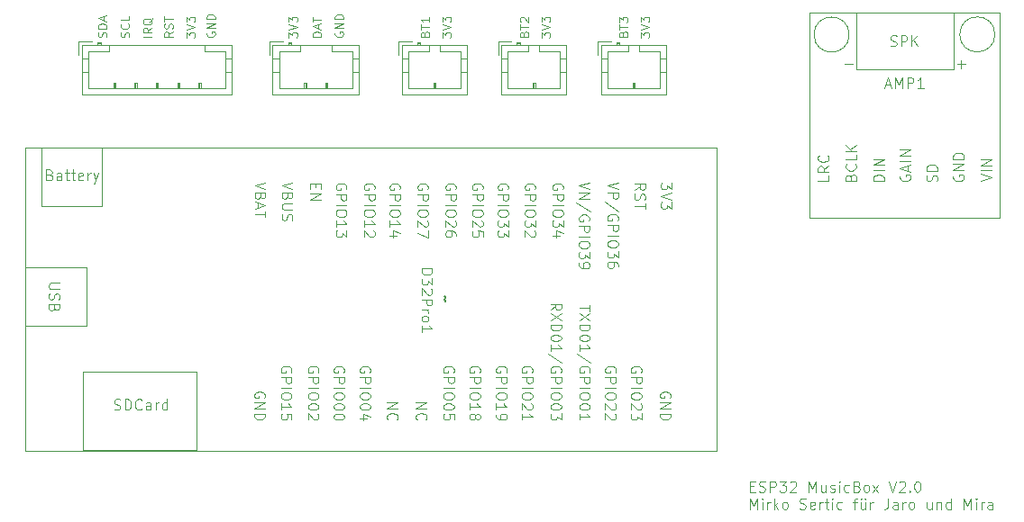
<source format=gto>
%TF.GenerationSoftware,KiCad,Pcbnew,9.0.2*%
%TF.CreationDate,2025-06-23T12:28:33+02:00*%
%TF.ProjectId,musicbox,6d757369-6362-46f7-982e-6b696361645f,rev?*%
%TF.SameCoordinates,Original*%
%TF.FileFunction,Legend,Top*%
%TF.FilePolarity,Positive*%
%FSLAX46Y46*%
G04 Gerber Fmt 4.6, Leading zero omitted, Abs format (unit mm)*
G04 Created by KiCad (PCBNEW 9.0.2) date 2025-06-23 12:28:33*
%MOMM*%
%LPD*%
G01*
G04 APERTURE LIST*
%ADD10C,0.100000*%
%ADD11C,0.150000*%
%ADD12C,0.120000*%
G04 APERTURE END LIST*
D10*
X97808800Y-35961830D02*
X97846895Y-35847544D01*
X97846895Y-35847544D02*
X97846895Y-35657068D01*
X97846895Y-35657068D02*
X97808800Y-35580877D01*
X97808800Y-35580877D02*
X97770704Y-35542782D01*
X97770704Y-35542782D02*
X97694514Y-35504687D01*
X97694514Y-35504687D02*
X97618323Y-35504687D01*
X97618323Y-35504687D02*
X97542133Y-35542782D01*
X97542133Y-35542782D02*
X97504038Y-35580877D01*
X97504038Y-35580877D02*
X97465942Y-35657068D01*
X97465942Y-35657068D02*
X97427847Y-35809449D01*
X97427847Y-35809449D02*
X97389752Y-35885639D01*
X97389752Y-35885639D02*
X97351657Y-35923734D01*
X97351657Y-35923734D02*
X97275466Y-35961830D01*
X97275466Y-35961830D02*
X97199276Y-35961830D01*
X97199276Y-35961830D02*
X97123085Y-35923734D01*
X97123085Y-35923734D02*
X97084990Y-35885639D01*
X97084990Y-35885639D02*
X97046895Y-35809449D01*
X97046895Y-35809449D02*
X97046895Y-35618972D01*
X97046895Y-35618972D02*
X97084990Y-35504687D01*
X97846895Y-35161829D02*
X97046895Y-35161829D01*
X97046895Y-35161829D02*
X97046895Y-34971353D01*
X97046895Y-34971353D02*
X97084990Y-34857067D01*
X97084990Y-34857067D02*
X97161180Y-34780877D01*
X97161180Y-34780877D02*
X97237371Y-34742782D01*
X97237371Y-34742782D02*
X97389752Y-34704686D01*
X97389752Y-34704686D02*
X97504038Y-34704686D01*
X97504038Y-34704686D02*
X97656419Y-34742782D01*
X97656419Y-34742782D02*
X97732609Y-34780877D01*
X97732609Y-34780877D02*
X97808800Y-34857067D01*
X97808800Y-34857067D02*
X97846895Y-34971353D01*
X97846895Y-34971353D02*
X97846895Y-35161829D01*
X97618323Y-34399925D02*
X97618323Y-34018972D01*
X97846895Y-34476115D02*
X97046895Y-34209448D01*
X97046895Y-34209448D02*
X97846895Y-33942782D01*
X137067847Y-35657068D02*
X137105942Y-35542782D01*
X137105942Y-35542782D02*
X137144038Y-35504687D01*
X137144038Y-35504687D02*
X137220228Y-35466591D01*
X137220228Y-35466591D02*
X137334514Y-35466591D01*
X137334514Y-35466591D02*
X137410704Y-35504687D01*
X137410704Y-35504687D02*
X137448800Y-35542782D01*
X137448800Y-35542782D02*
X137486895Y-35618972D01*
X137486895Y-35618972D02*
X137486895Y-35923734D01*
X137486895Y-35923734D02*
X136686895Y-35923734D01*
X136686895Y-35923734D02*
X136686895Y-35657068D01*
X136686895Y-35657068D02*
X136724990Y-35580877D01*
X136724990Y-35580877D02*
X136763085Y-35542782D01*
X136763085Y-35542782D02*
X136839276Y-35504687D01*
X136839276Y-35504687D02*
X136915466Y-35504687D01*
X136915466Y-35504687D02*
X136991657Y-35542782D01*
X136991657Y-35542782D02*
X137029752Y-35580877D01*
X137029752Y-35580877D02*
X137067847Y-35657068D01*
X137067847Y-35657068D02*
X137067847Y-35923734D01*
X136686895Y-35238020D02*
X136686895Y-34780877D01*
X137486895Y-35009449D02*
X136686895Y-35009449D01*
X136763085Y-34552306D02*
X136724990Y-34514210D01*
X136724990Y-34514210D02*
X136686895Y-34438020D01*
X136686895Y-34438020D02*
X136686895Y-34247544D01*
X136686895Y-34247544D02*
X136724990Y-34171353D01*
X136724990Y-34171353D02*
X136763085Y-34133258D01*
X136763085Y-34133258D02*
X136839276Y-34095163D01*
X136839276Y-34095163D02*
X136915466Y-34095163D01*
X136915466Y-34095163D02*
X137029752Y-34133258D01*
X137029752Y-34133258D02*
X137486895Y-34590401D01*
X137486895Y-34590401D02*
X137486895Y-34095163D01*
X105336895Y-35999925D02*
X105336895Y-35504687D01*
X105336895Y-35504687D02*
X105641657Y-35771353D01*
X105641657Y-35771353D02*
X105641657Y-35657068D01*
X105641657Y-35657068D02*
X105679752Y-35580877D01*
X105679752Y-35580877D02*
X105717847Y-35542782D01*
X105717847Y-35542782D02*
X105794038Y-35504687D01*
X105794038Y-35504687D02*
X105984514Y-35504687D01*
X105984514Y-35504687D02*
X106060704Y-35542782D01*
X106060704Y-35542782D02*
X106098800Y-35580877D01*
X106098800Y-35580877D02*
X106136895Y-35657068D01*
X106136895Y-35657068D02*
X106136895Y-35885639D01*
X106136895Y-35885639D02*
X106098800Y-35961830D01*
X106098800Y-35961830D02*
X106060704Y-35999925D01*
X105336895Y-35276115D02*
X106136895Y-35009448D01*
X106136895Y-35009448D02*
X105336895Y-34742782D01*
X105336895Y-34552306D02*
X105336895Y-34057068D01*
X105336895Y-34057068D02*
X105641657Y-34323734D01*
X105641657Y-34323734D02*
X105641657Y-34209449D01*
X105641657Y-34209449D02*
X105679752Y-34133258D01*
X105679752Y-34133258D02*
X105717847Y-34095163D01*
X105717847Y-34095163D02*
X105794038Y-34057068D01*
X105794038Y-34057068D02*
X105984514Y-34057068D01*
X105984514Y-34057068D02*
X106060704Y-34095163D01*
X106060704Y-34095163D02*
X106098800Y-34133258D01*
X106098800Y-34133258D02*
X106136895Y-34209449D01*
X106136895Y-34209449D02*
X106136895Y-34438020D01*
X106136895Y-34438020D02*
X106098800Y-34514211D01*
X106098800Y-34514211D02*
X106060704Y-34552306D01*
X117986895Y-35923734D02*
X117186895Y-35923734D01*
X117186895Y-35923734D02*
X117186895Y-35733258D01*
X117186895Y-35733258D02*
X117224990Y-35618972D01*
X117224990Y-35618972D02*
X117301180Y-35542782D01*
X117301180Y-35542782D02*
X117377371Y-35504687D01*
X117377371Y-35504687D02*
X117529752Y-35466591D01*
X117529752Y-35466591D02*
X117644038Y-35466591D01*
X117644038Y-35466591D02*
X117796419Y-35504687D01*
X117796419Y-35504687D02*
X117872609Y-35542782D01*
X117872609Y-35542782D02*
X117948800Y-35618972D01*
X117948800Y-35618972D02*
X117986895Y-35733258D01*
X117986895Y-35733258D02*
X117986895Y-35923734D01*
X117758323Y-35161830D02*
X117758323Y-34780877D01*
X117986895Y-35238020D02*
X117186895Y-34971353D01*
X117186895Y-34971353D02*
X117986895Y-34704687D01*
X117186895Y-34552306D02*
X117186895Y-34095163D01*
X117986895Y-34323735D02*
X117186895Y-34323735D01*
X107284990Y-35504687D02*
X107246895Y-35580877D01*
X107246895Y-35580877D02*
X107246895Y-35695163D01*
X107246895Y-35695163D02*
X107284990Y-35809449D01*
X107284990Y-35809449D02*
X107361180Y-35885639D01*
X107361180Y-35885639D02*
X107437371Y-35923734D01*
X107437371Y-35923734D02*
X107589752Y-35961830D01*
X107589752Y-35961830D02*
X107704038Y-35961830D01*
X107704038Y-35961830D02*
X107856419Y-35923734D01*
X107856419Y-35923734D02*
X107932609Y-35885639D01*
X107932609Y-35885639D02*
X108008800Y-35809449D01*
X108008800Y-35809449D02*
X108046895Y-35695163D01*
X108046895Y-35695163D02*
X108046895Y-35618972D01*
X108046895Y-35618972D02*
X108008800Y-35504687D01*
X108008800Y-35504687D02*
X107970704Y-35466591D01*
X107970704Y-35466591D02*
X107704038Y-35466591D01*
X107704038Y-35466591D02*
X107704038Y-35618972D01*
X108046895Y-35123734D02*
X107246895Y-35123734D01*
X107246895Y-35123734D02*
X108046895Y-34666591D01*
X108046895Y-34666591D02*
X107246895Y-34666591D01*
X108046895Y-34285639D02*
X107246895Y-34285639D01*
X107246895Y-34285639D02*
X107246895Y-34095163D01*
X107246895Y-34095163D02*
X107284990Y-33980877D01*
X107284990Y-33980877D02*
X107361180Y-33904687D01*
X107361180Y-33904687D02*
X107437371Y-33866592D01*
X107437371Y-33866592D02*
X107589752Y-33828496D01*
X107589752Y-33828496D02*
X107704038Y-33828496D01*
X107704038Y-33828496D02*
X107856419Y-33866592D01*
X107856419Y-33866592D02*
X107932609Y-33904687D01*
X107932609Y-33904687D02*
X108008800Y-33980877D01*
X108008800Y-33980877D02*
X108046895Y-34095163D01*
X108046895Y-34095163D02*
X108046895Y-34285639D01*
X114966895Y-35999925D02*
X114966895Y-35504687D01*
X114966895Y-35504687D02*
X115271657Y-35771353D01*
X115271657Y-35771353D02*
X115271657Y-35657068D01*
X115271657Y-35657068D02*
X115309752Y-35580877D01*
X115309752Y-35580877D02*
X115347847Y-35542782D01*
X115347847Y-35542782D02*
X115424038Y-35504687D01*
X115424038Y-35504687D02*
X115614514Y-35504687D01*
X115614514Y-35504687D02*
X115690704Y-35542782D01*
X115690704Y-35542782D02*
X115728800Y-35580877D01*
X115728800Y-35580877D02*
X115766895Y-35657068D01*
X115766895Y-35657068D02*
X115766895Y-35885639D01*
X115766895Y-35885639D02*
X115728800Y-35961830D01*
X115728800Y-35961830D02*
X115690704Y-35999925D01*
X114966895Y-35276115D02*
X115766895Y-35009448D01*
X115766895Y-35009448D02*
X114966895Y-34742782D01*
X114966895Y-34552306D02*
X114966895Y-34057068D01*
X114966895Y-34057068D02*
X115271657Y-34323734D01*
X115271657Y-34323734D02*
X115271657Y-34209449D01*
X115271657Y-34209449D02*
X115309752Y-34133258D01*
X115309752Y-34133258D02*
X115347847Y-34095163D01*
X115347847Y-34095163D02*
X115424038Y-34057068D01*
X115424038Y-34057068D02*
X115614514Y-34057068D01*
X115614514Y-34057068D02*
X115690704Y-34095163D01*
X115690704Y-34095163D02*
X115728800Y-34133258D01*
X115728800Y-34133258D02*
X115766895Y-34209449D01*
X115766895Y-34209449D02*
X115766895Y-34438020D01*
X115766895Y-34438020D02*
X115728800Y-34514211D01*
X115728800Y-34514211D02*
X115690704Y-34552306D01*
X119334990Y-35504687D02*
X119296895Y-35580877D01*
X119296895Y-35580877D02*
X119296895Y-35695163D01*
X119296895Y-35695163D02*
X119334990Y-35809449D01*
X119334990Y-35809449D02*
X119411180Y-35885639D01*
X119411180Y-35885639D02*
X119487371Y-35923734D01*
X119487371Y-35923734D02*
X119639752Y-35961830D01*
X119639752Y-35961830D02*
X119754038Y-35961830D01*
X119754038Y-35961830D02*
X119906419Y-35923734D01*
X119906419Y-35923734D02*
X119982609Y-35885639D01*
X119982609Y-35885639D02*
X120058800Y-35809449D01*
X120058800Y-35809449D02*
X120096895Y-35695163D01*
X120096895Y-35695163D02*
X120096895Y-35618972D01*
X120096895Y-35618972D02*
X120058800Y-35504687D01*
X120058800Y-35504687D02*
X120020704Y-35466591D01*
X120020704Y-35466591D02*
X119754038Y-35466591D01*
X119754038Y-35466591D02*
X119754038Y-35618972D01*
X120096895Y-35123734D02*
X119296895Y-35123734D01*
X119296895Y-35123734D02*
X120096895Y-34666591D01*
X120096895Y-34666591D02*
X119296895Y-34666591D01*
X120096895Y-34285639D02*
X119296895Y-34285639D01*
X119296895Y-34285639D02*
X119296895Y-34095163D01*
X119296895Y-34095163D02*
X119334990Y-33980877D01*
X119334990Y-33980877D02*
X119411180Y-33904687D01*
X119411180Y-33904687D02*
X119487371Y-33866592D01*
X119487371Y-33866592D02*
X119639752Y-33828496D01*
X119639752Y-33828496D02*
X119754038Y-33828496D01*
X119754038Y-33828496D02*
X119906419Y-33866592D01*
X119906419Y-33866592D02*
X119982609Y-33904687D01*
X119982609Y-33904687D02*
X120058800Y-33980877D01*
X120058800Y-33980877D02*
X120096895Y-34095163D01*
X120096895Y-34095163D02*
X120096895Y-34285639D01*
X146387847Y-35657068D02*
X146425942Y-35542782D01*
X146425942Y-35542782D02*
X146464038Y-35504687D01*
X146464038Y-35504687D02*
X146540228Y-35466591D01*
X146540228Y-35466591D02*
X146654514Y-35466591D01*
X146654514Y-35466591D02*
X146730704Y-35504687D01*
X146730704Y-35504687D02*
X146768800Y-35542782D01*
X146768800Y-35542782D02*
X146806895Y-35618972D01*
X146806895Y-35618972D02*
X146806895Y-35923734D01*
X146806895Y-35923734D02*
X146006895Y-35923734D01*
X146006895Y-35923734D02*
X146006895Y-35657068D01*
X146006895Y-35657068D02*
X146044990Y-35580877D01*
X146044990Y-35580877D02*
X146083085Y-35542782D01*
X146083085Y-35542782D02*
X146159276Y-35504687D01*
X146159276Y-35504687D02*
X146235466Y-35504687D01*
X146235466Y-35504687D02*
X146311657Y-35542782D01*
X146311657Y-35542782D02*
X146349752Y-35580877D01*
X146349752Y-35580877D02*
X146387847Y-35657068D01*
X146387847Y-35657068D02*
X146387847Y-35923734D01*
X146006895Y-35238020D02*
X146006895Y-34780877D01*
X146806895Y-35009449D02*
X146006895Y-35009449D01*
X146006895Y-34590401D02*
X146006895Y-34095163D01*
X146006895Y-34095163D02*
X146311657Y-34361829D01*
X146311657Y-34361829D02*
X146311657Y-34247544D01*
X146311657Y-34247544D02*
X146349752Y-34171353D01*
X146349752Y-34171353D02*
X146387847Y-34133258D01*
X146387847Y-34133258D02*
X146464038Y-34095163D01*
X146464038Y-34095163D02*
X146654514Y-34095163D01*
X146654514Y-34095163D02*
X146730704Y-34133258D01*
X146730704Y-34133258D02*
X146768800Y-34171353D01*
X146768800Y-34171353D02*
X146806895Y-34247544D01*
X146806895Y-34247544D02*
X146806895Y-34476115D01*
X146806895Y-34476115D02*
X146768800Y-34552306D01*
X146768800Y-34552306D02*
X146730704Y-34590401D01*
X127737847Y-35657068D02*
X127775942Y-35542782D01*
X127775942Y-35542782D02*
X127814038Y-35504687D01*
X127814038Y-35504687D02*
X127890228Y-35466591D01*
X127890228Y-35466591D02*
X128004514Y-35466591D01*
X128004514Y-35466591D02*
X128080704Y-35504687D01*
X128080704Y-35504687D02*
X128118800Y-35542782D01*
X128118800Y-35542782D02*
X128156895Y-35618972D01*
X128156895Y-35618972D02*
X128156895Y-35923734D01*
X128156895Y-35923734D02*
X127356895Y-35923734D01*
X127356895Y-35923734D02*
X127356895Y-35657068D01*
X127356895Y-35657068D02*
X127394990Y-35580877D01*
X127394990Y-35580877D02*
X127433085Y-35542782D01*
X127433085Y-35542782D02*
X127509276Y-35504687D01*
X127509276Y-35504687D02*
X127585466Y-35504687D01*
X127585466Y-35504687D02*
X127661657Y-35542782D01*
X127661657Y-35542782D02*
X127699752Y-35580877D01*
X127699752Y-35580877D02*
X127737847Y-35657068D01*
X127737847Y-35657068D02*
X127737847Y-35923734D01*
X127356895Y-35238020D02*
X127356895Y-34780877D01*
X128156895Y-35009449D02*
X127356895Y-35009449D01*
X128156895Y-34095163D02*
X128156895Y-34552306D01*
X128156895Y-34323734D02*
X127356895Y-34323734D01*
X127356895Y-34323734D02*
X127471180Y-34399925D01*
X127471180Y-34399925D02*
X127547371Y-34476115D01*
X127547371Y-34476115D02*
X127585466Y-34552306D01*
X102086895Y-35923734D02*
X101286895Y-35923734D01*
X102086895Y-35085639D02*
X101705942Y-35352306D01*
X102086895Y-35542782D02*
X101286895Y-35542782D01*
X101286895Y-35542782D02*
X101286895Y-35238020D01*
X101286895Y-35238020D02*
X101324990Y-35161830D01*
X101324990Y-35161830D02*
X101363085Y-35123735D01*
X101363085Y-35123735D02*
X101439276Y-35085639D01*
X101439276Y-35085639D02*
X101553561Y-35085639D01*
X101553561Y-35085639D02*
X101629752Y-35123735D01*
X101629752Y-35123735D02*
X101667847Y-35161830D01*
X101667847Y-35161830D02*
X101705942Y-35238020D01*
X101705942Y-35238020D02*
X101705942Y-35542782D01*
X102163085Y-34209449D02*
X102124990Y-34285639D01*
X102124990Y-34285639D02*
X102048800Y-34361830D01*
X102048800Y-34361830D02*
X101934514Y-34476116D01*
X101934514Y-34476116D02*
X101896419Y-34552306D01*
X101896419Y-34552306D02*
X101896419Y-34628497D01*
X102086895Y-34590401D02*
X102048800Y-34666592D01*
X102048800Y-34666592D02*
X101972609Y-34742782D01*
X101972609Y-34742782D02*
X101820228Y-34780878D01*
X101820228Y-34780878D02*
X101553561Y-34780878D01*
X101553561Y-34780878D02*
X101401180Y-34742782D01*
X101401180Y-34742782D02*
X101324990Y-34666592D01*
X101324990Y-34666592D02*
X101286895Y-34590401D01*
X101286895Y-34590401D02*
X101286895Y-34438020D01*
X101286895Y-34438020D02*
X101324990Y-34361830D01*
X101324990Y-34361830D02*
X101401180Y-34285639D01*
X101401180Y-34285639D02*
X101553561Y-34247544D01*
X101553561Y-34247544D02*
X101820228Y-34247544D01*
X101820228Y-34247544D02*
X101972609Y-34285639D01*
X101972609Y-34285639D02*
X102048800Y-34361830D01*
X102048800Y-34361830D02*
X102086895Y-34438020D01*
X102086895Y-34438020D02*
X102086895Y-34590401D01*
X99948800Y-35961830D02*
X99986895Y-35847544D01*
X99986895Y-35847544D02*
X99986895Y-35657068D01*
X99986895Y-35657068D02*
X99948800Y-35580877D01*
X99948800Y-35580877D02*
X99910704Y-35542782D01*
X99910704Y-35542782D02*
X99834514Y-35504687D01*
X99834514Y-35504687D02*
X99758323Y-35504687D01*
X99758323Y-35504687D02*
X99682133Y-35542782D01*
X99682133Y-35542782D02*
X99644038Y-35580877D01*
X99644038Y-35580877D02*
X99605942Y-35657068D01*
X99605942Y-35657068D02*
X99567847Y-35809449D01*
X99567847Y-35809449D02*
X99529752Y-35885639D01*
X99529752Y-35885639D02*
X99491657Y-35923734D01*
X99491657Y-35923734D02*
X99415466Y-35961830D01*
X99415466Y-35961830D02*
X99339276Y-35961830D01*
X99339276Y-35961830D02*
X99263085Y-35923734D01*
X99263085Y-35923734D02*
X99224990Y-35885639D01*
X99224990Y-35885639D02*
X99186895Y-35809449D01*
X99186895Y-35809449D02*
X99186895Y-35618972D01*
X99186895Y-35618972D02*
X99224990Y-35504687D01*
X99910704Y-34704686D02*
X99948800Y-34742782D01*
X99948800Y-34742782D02*
X99986895Y-34857067D01*
X99986895Y-34857067D02*
X99986895Y-34933258D01*
X99986895Y-34933258D02*
X99948800Y-35047544D01*
X99948800Y-35047544D02*
X99872609Y-35123734D01*
X99872609Y-35123734D02*
X99796419Y-35161829D01*
X99796419Y-35161829D02*
X99644038Y-35199925D01*
X99644038Y-35199925D02*
X99529752Y-35199925D01*
X99529752Y-35199925D02*
X99377371Y-35161829D01*
X99377371Y-35161829D02*
X99301180Y-35123734D01*
X99301180Y-35123734D02*
X99224990Y-35047544D01*
X99224990Y-35047544D02*
X99186895Y-34933258D01*
X99186895Y-34933258D02*
X99186895Y-34857067D01*
X99186895Y-34857067D02*
X99224990Y-34742782D01*
X99224990Y-34742782D02*
X99263085Y-34704686D01*
X99986895Y-33980877D02*
X99986895Y-34361829D01*
X99986895Y-34361829D02*
X99186895Y-34361829D01*
X129386895Y-35999925D02*
X129386895Y-35504687D01*
X129386895Y-35504687D02*
X129691657Y-35771353D01*
X129691657Y-35771353D02*
X129691657Y-35657068D01*
X129691657Y-35657068D02*
X129729752Y-35580877D01*
X129729752Y-35580877D02*
X129767847Y-35542782D01*
X129767847Y-35542782D02*
X129844038Y-35504687D01*
X129844038Y-35504687D02*
X130034514Y-35504687D01*
X130034514Y-35504687D02*
X130110704Y-35542782D01*
X130110704Y-35542782D02*
X130148800Y-35580877D01*
X130148800Y-35580877D02*
X130186895Y-35657068D01*
X130186895Y-35657068D02*
X130186895Y-35885639D01*
X130186895Y-35885639D02*
X130148800Y-35961830D01*
X130148800Y-35961830D02*
X130110704Y-35999925D01*
X129386895Y-35276115D02*
X130186895Y-35009448D01*
X130186895Y-35009448D02*
X129386895Y-34742782D01*
X129386895Y-34552306D02*
X129386895Y-34057068D01*
X129386895Y-34057068D02*
X129691657Y-34323734D01*
X129691657Y-34323734D02*
X129691657Y-34209449D01*
X129691657Y-34209449D02*
X129729752Y-34133258D01*
X129729752Y-34133258D02*
X129767847Y-34095163D01*
X129767847Y-34095163D02*
X129844038Y-34057068D01*
X129844038Y-34057068D02*
X130034514Y-34057068D01*
X130034514Y-34057068D02*
X130110704Y-34095163D01*
X130110704Y-34095163D02*
X130148800Y-34133258D01*
X130148800Y-34133258D02*
X130186895Y-34209449D01*
X130186895Y-34209449D02*
X130186895Y-34438020D01*
X130186895Y-34438020D02*
X130148800Y-34514211D01*
X130148800Y-34514211D02*
X130110704Y-34552306D01*
X138716895Y-35999925D02*
X138716895Y-35504687D01*
X138716895Y-35504687D02*
X139021657Y-35771353D01*
X139021657Y-35771353D02*
X139021657Y-35657068D01*
X139021657Y-35657068D02*
X139059752Y-35580877D01*
X139059752Y-35580877D02*
X139097847Y-35542782D01*
X139097847Y-35542782D02*
X139174038Y-35504687D01*
X139174038Y-35504687D02*
X139364514Y-35504687D01*
X139364514Y-35504687D02*
X139440704Y-35542782D01*
X139440704Y-35542782D02*
X139478800Y-35580877D01*
X139478800Y-35580877D02*
X139516895Y-35657068D01*
X139516895Y-35657068D02*
X139516895Y-35885639D01*
X139516895Y-35885639D02*
X139478800Y-35961830D01*
X139478800Y-35961830D02*
X139440704Y-35999925D01*
X138716895Y-35276115D02*
X139516895Y-35009448D01*
X139516895Y-35009448D02*
X138716895Y-34742782D01*
X138716895Y-34552306D02*
X138716895Y-34057068D01*
X138716895Y-34057068D02*
X139021657Y-34323734D01*
X139021657Y-34323734D02*
X139021657Y-34209449D01*
X139021657Y-34209449D02*
X139059752Y-34133258D01*
X139059752Y-34133258D02*
X139097847Y-34095163D01*
X139097847Y-34095163D02*
X139174038Y-34057068D01*
X139174038Y-34057068D02*
X139364514Y-34057068D01*
X139364514Y-34057068D02*
X139440704Y-34095163D01*
X139440704Y-34095163D02*
X139478800Y-34133258D01*
X139478800Y-34133258D02*
X139516895Y-34209449D01*
X139516895Y-34209449D02*
X139516895Y-34438020D01*
X139516895Y-34438020D02*
X139478800Y-34514211D01*
X139478800Y-34514211D02*
X139440704Y-34552306D01*
X148036895Y-35999925D02*
X148036895Y-35504687D01*
X148036895Y-35504687D02*
X148341657Y-35771353D01*
X148341657Y-35771353D02*
X148341657Y-35657068D01*
X148341657Y-35657068D02*
X148379752Y-35580877D01*
X148379752Y-35580877D02*
X148417847Y-35542782D01*
X148417847Y-35542782D02*
X148494038Y-35504687D01*
X148494038Y-35504687D02*
X148684514Y-35504687D01*
X148684514Y-35504687D02*
X148760704Y-35542782D01*
X148760704Y-35542782D02*
X148798800Y-35580877D01*
X148798800Y-35580877D02*
X148836895Y-35657068D01*
X148836895Y-35657068D02*
X148836895Y-35885639D01*
X148836895Y-35885639D02*
X148798800Y-35961830D01*
X148798800Y-35961830D02*
X148760704Y-35999925D01*
X148036895Y-35276115D02*
X148836895Y-35009448D01*
X148836895Y-35009448D02*
X148036895Y-34742782D01*
X148036895Y-34552306D02*
X148036895Y-34057068D01*
X148036895Y-34057068D02*
X148341657Y-34323734D01*
X148341657Y-34323734D02*
X148341657Y-34209449D01*
X148341657Y-34209449D02*
X148379752Y-34133258D01*
X148379752Y-34133258D02*
X148417847Y-34095163D01*
X148417847Y-34095163D02*
X148494038Y-34057068D01*
X148494038Y-34057068D02*
X148684514Y-34057068D01*
X148684514Y-34057068D02*
X148760704Y-34095163D01*
X148760704Y-34095163D02*
X148798800Y-34133258D01*
X148798800Y-34133258D02*
X148836895Y-34209449D01*
X148836895Y-34209449D02*
X148836895Y-34438020D01*
X148836895Y-34438020D02*
X148798800Y-34514211D01*
X148798800Y-34514211D02*
X148760704Y-34552306D01*
X158303884Y-78238665D02*
X158637217Y-78238665D01*
X158780074Y-78762475D02*
X158303884Y-78762475D01*
X158303884Y-78762475D02*
X158303884Y-77762475D01*
X158303884Y-77762475D02*
X158780074Y-77762475D01*
X159161027Y-78714856D02*
X159303884Y-78762475D01*
X159303884Y-78762475D02*
X159541979Y-78762475D01*
X159541979Y-78762475D02*
X159637217Y-78714856D01*
X159637217Y-78714856D02*
X159684836Y-78667236D01*
X159684836Y-78667236D02*
X159732455Y-78571998D01*
X159732455Y-78571998D02*
X159732455Y-78476760D01*
X159732455Y-78476760D02*
X159684836Y-78381522D01*
X159684836Y-78381522D02*
X159637217Y-78333903D01*
X159637217Y-78333903D02*
X159541979Y-78286284D01*
X159541979Y-78286284D02*
X159351503Y-78238665D01*
X159351503Y-78238665D02*
X159256265Y-78191046D01*
X159256265Y-78191046D02*
X159208646Y-78143427D01*
X159208646Y-78143427D02*
X159161027Y-78048189D01*
X159161027Y-78048189D02*
X159161027Y-77952951D01*
X159161027Y-77952951D02*
X159208646Y-77857713D01*
X159208646Y-77857713D02*
X159256265Y-77810094D01*
X159256265Y-77810094D02*
X159351503Y-77762475D01*
X159351503Y-77762475D02*
X159589598Y-77762475D01*
X159589598Y-77762475D02*
X159732455Y-77810094D01*
X160161027Y-78762475D02*
X160161027Y-77762475D01*
X160161027Y-77762475D02*
X160541979Y-77762475D01*
X160541979Y-77762475D02*
X160637217Y-77810094D01*
X160637217Y-77810094D02*
X160684836Y-77857713D01*
X160684836Y-77857713D02*
X160732455Y-77952951D01*
X160732455Y-77952951D02*
X160732455Y-78095808D01*
X160732455Y-78095808D02*
X160684836Y-78191046D01*
X160684836Y-78191046D02*
X160637217Y-78238665D01*
X160637217Y-78238665D02*
X160541979Y-78286284D01*
X160541979Y-78286284D02*
X160161027Y-78286284D01*
X161065789Y-77762475D02*
X161684836Y-77762475D01*
X161684836Y-77762475D02*
X161351503Y-78143427D01*
X161351503Y-78143427D02*
X161494360Y-78143427D01*
X161494360Y-78143427D02*
X161589598Y-78191046D01*
X161589598Y-78191046D02*
X161637217Y-78238665D01*
X161637217Y-78238665D02*
X161684836Y-78333903D01*
X161684836Y-78333903D02*
X161684836Y-78571998D01*
X161684836Y-78571998D02*
X161637217Y-78667236D01*
X161637217Y-78667236D02*
X161589598Y-78714856D01*
X161589598Y-78714856D02*
X161494360Y-78762475D01*
X161494360Y-78762475D02*
X161208646Y-78762475D01*
X161208646Y-78762475D02*
X161113408Y-78714856D01*
X161113408Y-78714856D02*
X161065789Y-78667236D01*
X162065789Y-77857713D02*
X162113408Y-77810094D01*
X162113408Y-77810094D02*
X162208646Y-77762475D01*
X162208646Y-77762475D02*
X162446741Y-77762475D01*
X162446741Y-77762475D02*
X162541979Y-77810094D01*
X162541979Y-77810094D02*
X162589598Y-77857713D01*
X162589598Y-77857713D02*
X162637217Y-77952951D01*
X162637217Y-77952951D02*
X162637217Y-78048189D01*
X162637217Y-78048189D02*
X162589598Y-78191046D01*
X162589598Y-78191046D02*
X162018170Y-78762475D01*
X162018170Y-78762475D02*
X162637217Y-78762475D01*
X163827694Y-78762475D02*
X163827694Y-77762475D01*
X163827694Y-77762475D02*
X164161027Y-78476760D01*
X164161027Y-78476760D02*
X164494360Y-77762475D01*
X164494360Y-77762475D02*
X164494360Y-78762475D01*
X165399122Y-78095808D02*
X165399122Y-78762475D01*
X164970551Y-78095808D02*
X164970551Y-78619617D01*
X164970551Y-78619617D02*
X165018170Y-78714856D01*
X165018170Y-78714856D02*
X165113408Y-78762475D01*
X165113408Y-78762475D02*
X165256265Y-78762475D01*
X165256265Y-78762475D02*
X165351503Y-78714856D01*
X165351503Y-78714856D02*
X165399122Y-78667236D01*
X165827694Y-78714856D02*
X165922932Y-78762475D01*
X165922932Y-78762475D02*
X166113408Y-78762475D01*
X166113408Y-78762475D02*
X166208646Y-78714856D01*
X166208646Y-78714856D02*
X166256265Y-78619617D01*
X166256265Y-78619617D02*
X166256265Y-78571998D01*
X166256265Y-78571998D02*
X166208646Y-78476760D01*
X166208646Y-78476760D02*
X166113408Y-78429141D01*
X166113408Y-78429141D02*
X165970551Y-78429141D01*
X165970551Y-78429141D02*
X165875313Y-78381522D01*
X165875313Y-78381522D02*
X165827694Y-78286284D01*
X165827694Y-78286284D02*
X165827694Y-78238665D01*
X165827694Y-78238665D02*
X165875313Y-78143427D01*
X165875313Y-78143427D02*
X165970551Y-78095808D01*
X165970551Y-78095808D02*
X166113408Y-78095808D01*
X166113408Y-78095808D02*
X166208646Y-78143427D01*
X166684837Y-78762475D02*
X166684837Y-78095808D01*
X166684837Y-77762475D02*
X166637218Y-77810094D01*
X166637218Y-77810094D02*
X166684837Y-77857713D01*
X166684837Y-77857713D02*
X166732456Y-77810094D01*
X166732456Y-77810094D02*
X166684837Y-77762475D01*
X166684837Y-77762475D02*
X166684837Y-77857713D01*
X167589598Y-78714856D02*
X167494360Y-78762475D01*
X167494360Y-78762475D02*
X167303884Y-78762475D01*
X167303884Y-78762475D02*
X167208646Y-78714856D01*
X167208646Y-78714856D02*
X167161027Y-78667236D01*
X167161027Y-78667236D02*
X167113408Y-78571998D01*
X167113408Y-78571998D02*
X167113408Y-78286284D01*
X167113408Y-78286284D02*
X167161027Y-78191046D01*
X167161027Y-78191046D02*
X167208646Y-78143427D01*
X167208646Y-78143427D02*
X167303884Y-78095808D01*
X167303884Y-78095808D02*
X167494360Y-78095808D01*
X167494360Y-78095808D02*
X167589598Y-78143427D01*
X168351503Y-78238665D02*
X168494360Y-78286284D01*
X168494360Y-78286284D02*
X168541979Y-78333903D01*
X168541979Y-78333903D02*
X168589598Y-78429141D01*
X168589598Y-78429141D02*
X168589598Y-78571998D01*
X168589598Y-78571998D02*
X168541979Y-78667236D01*
X168541979Y-78667236D02*
X168494360Y-78714856D01*
X168494360Y-78714856D02*
X168399122Y-78762475D01*
X168399122Y-78762475D02*
X168018170Y-78762475D01*
X168018170Y-78762475D02*
X168018170Y-77762475D01*
X168018170Y-77762475D02*
X168351503Y-77762475D01*
X168351503Y-77762475D02*
X168446741Y-77810094D01*
X168446741Y-77810094D02*
X168494360Y-77857713D01*
X168494360Y-77857713D02*
X168541979Y-77952951D01*
X168541979Y-77952951D02*
X168541979Y-78048189D01*
X168541979Y-78048189D02*
X168494360Y-78143427D01*
X168494360Y-78143427D02*
X168446741Y-78191046D01*
X168446741Y-78191046D02*
X168351503Y-78238665D01*
X168351503Y-78238665D02*
X168018170Y-78238665D01*
X169161027Y-78762475D02*
X169065789Y-78714856D01*
X169065789Y-78714856D02*
X169018170Y-78667236D01*
X169018170Y-78667236D02*
X168970551Y-78571998D01*
X168970551Y-78571998D02*
X168970551Y-78286284D01*
X168970551Y-78286284D02*
X169018170Y-78191046D01*
X169018170Y-78191046D02*
X169065789Y-78143427D01*
X169065789Y-78143427D02*
X169161027Y-78095808D01*
X169161027Y-78095808D02*
X169303884Y-78095808D01*
X169303884Y-78095808D02*
X169399122Y-78143427D01*
X169399122Y-78143427D02*
X169446741Y-78191046D01*
X169446741Y-78191046D02*
X169494360Y-78286284D01*
X169494360Y-78286284D02*
X169494360Y-78571998D01*
X169494360Y-78571998D02*
X169446741Y-78667236D01*
X169446741Y-78667236D02*
X169399122Y-78714856D01*
X169399122Y-78714856D02*
X169303884Y-78762475D01*
X169303884Y-78762475D02*
X169161027Y-78762475D01*
X169827694Y-78762475D02*
X170351503Y-78095808D01*
X169827694Y-78095808D02*
X170351503Y-78762475D01*
X171351504Y-77762475D02*
X171684837Y-78762475D01*
X171684837Y-78762475D02*
X172018170Y-77762475D01*
X172303885Y-77857713D02*
X172351504Y-77810094D01*
X172351504Y-77810094D02*
X172446742Y-77762475D01*
X172446742Y-77762475D02*
X172684837Y-77762475D01*
X172684837Y-77762475D02*
X172780075Y-77810094D01*
X172780075Y-77810094D02*
X172827694Y-77857713D01*
X172827694Y-77857713D02*
X172875313Y-77952951D01*
X172875313Y-77952951D02*
X172875313Y-78048189D01*
X172875313Y-78048189D02*
X172827694Y-78191046D01*
X172827694Y-78191046D02*
X172256266Y-78762475D01*
X172256266Y-78762475D02*
X172875313Y-78762475D01*
X173303885Y-78667236D02*
X173351504Y-78714856D01*
X173351504Y-78714856D02*
X173303885Y-78762475D01*
X173303885Y-78762475D02*
X173256266Y-78714856D01*
X173256266Y-78714856D02*
X173303885Y-78667236D01*
X173303885Y-78667236D02*
X173303885Y-78762475D01*
X173970551Y-77762475D02*
X174065789Y-77762475D01*
X174065789Y-77762475D02*
X174161027Y-77810094D01*
X174161027Y-77810094D02*
X174208646Y-77857713D01*
X174208646Y-77857713D02*
X174256265Y-77952951D01*
X174256265Y-77952951D02*
X174303884Y-78143427D01*
X174303884Y-78143427D02*
X174303884Y-78381522D01*
X174303884Y-78381522D02*
X174256265Y-78571998D01*
X174256265Y-78571998D02*
X174208646Y-78667236D01*
X174208646Y-78667236D02*
X174161027Y-78714856D01*
X174161027Y-78714856D02*
X174065789Y-78762475D01*
X174065789Y-78762475D02*
X173970551Y-78762475D01*
X173970551Y-78762475D02*
X173875313Y-78714856D01*
X173875313Y-78714856D02*
X173827694Y-78667236D01*
X173827694Y-78667236D02*
X173780075Y-78571998D01*
X173780075Y-78571998D02*
X173732456Y-78381522D01*
X173732456Y-78381522D02*
X173732456Y-78143427D01*
X173732456Y-78143427D02*
X173780075Y-77952951D01*
X173780075Y-77952951D02*
X173827694Y-77857713D01*
X173827694Y-77857713D02*
X173875313Y-77810094D01*
X173875313Y-77810094D02*
X173970551Y-77762475D01*
X158303884Y-80372419D02*
X158303884Y-79372419D01*
X158303884Y-79372419D02*
X158637217Y-80086704D01*
X158637217Y-80086704D02*
X158970550Y-79372419D01*
X158970550Y-79372419D02*
X158970550Y-80372419D01*
X159446741Y-80372419D02*
X159446741Y-79705752D01*
X159446741Y-79372419D02*
X159399122Y-79420038D01*
X159399122Y-79420038D02*
X159446741Y-79467657D01*
X159446741Y-79467657D02*
X159494360Y-79420038D01*
X159494360Y-79420038D02*
X159446741Y-79372419D01*
X159446741Y-79372419D02*
X159446741Y-79467657D01*
X159922931Y-80372419D02*
X159922931Y-79705752D01*
X159922931Y-79896228D02*
X159970550Y-79800990D01*
X159970550Y-79800990D02*
X160018169Y-79753371D01*
X160018169Y-79753371D02*
X160113407Y-79705752D01*
X160113407Y-79705752D02*
X160208645Y-79705752D01*
X160541979Y-80372419D02*
X160541979Y-79372419D01*
X160637217Y-79991466D02*
X160922931Y-80372419D01*
X160922931Y-79705752D02*
X160541979Y-80086704D01*
X161494360Y-80372419D02*
X161399122Y-80324800D01*
X161399122Y-80324800D02*
X161351503Y-80277180D01*
X161351503Y-80277180D02*
X161303884Y-80181942D01*
X161303884Y-80181942D02*
X161303884Y-79896228D01*
X161303884Y-79896228D02*
X161351503Y-79800990D01*
X161351503Y-79800990D02*
X161399122Y-79753371D01*
X161399122Y-79753371D02*
X161494360Y-79705752D01*
X161494360Y-79705752D02*
X161637217Y-79705752D01*
X161637217Y-79705752D02*
X161732455Y-79753371D01*
X161732455Y-79753371D02*
X161780074Y-79800990D01*
X161780074Y-79800990D02*
X161827693Y-79896228D01*
X161827693Y-79896228D02*
X161827693Y-80181942D01*
X161827693Y-80181942D02*
X161780074Y-80277180D01*
X161780074Y-80277180D02*
X161732455Y-80324800D01*
X161732455Y-80324800D02*
X161637217Y-80372419D01*
X161637217Y-80372419D02*
X161494360Y-80372419D01*
X162970551Y-80324800D02*
X163113408Y-80372419D01*
X163113408Y-80372419D02*
X163351503Y-80372419D01*
X163351503Y-80372419D02*
X163446741Y-80324800D01*
X163446741Y-80324800D02*
X163494360Y-80277180D01*
X163494360Y-80277180D02*
X163541979Y-80181942D01*
X163541979Y-80181942D02*
X163541979Y-80086704D01*
X163541979Y-80086704D02*
X163494360Y-79991466D01*
X163494360Y-79991466D02*
X163446741Y-79943847D01*
X163446741Y-79943847D02*
X163351503Y-79896228D01*
X163351503Y-79896228D02*
X163161027Y-79848609D01*
X163161027Y-79848609D02*
X163065789Y-79800990D01*
X163065789Y-79800990D02*
X163018170Y-79753371D01*
X163018170Y-79753371D02*
X162970551Y-79658133D01*
X162970551Y-79658133D02*
X162970551Y-79562895D01*
X162970551Y-79562895D02*
X163018170Y-79467657D01*
X163018170Y-79467657D02*
X163065789Y-79420038D01*
X163065789Y-79420038D02*
X163161027Y-79372419D01*
X163161027Y-79372419D02*
X163399122Y-79372419D01*
X163399122Y-79372419D02*
X163541979Y-79420038D01*
X164351503Y-80324800D02*
X164256265Y-80372419D01*
X164256265Y-80372419D02*
X164065789Y-80372419D01*
X164065789Y-80372419D02*
X163970551Y-80324800D01*
X163970551Y-80324800D02*
X163922932Y-80229561D01*
X163922932Y-80229561D02*
X163922932Y-79848609D01*
X163922932Y-79848609D02*
X163970551Y-79753371D01*
X163970551Y-79753371D02*
X164065789Y-79705752D01*
X164065789Y-79705752D02*
X164256265Y-79705752D01*
X164256265Y-79705752D02*
X164351503Y-79753371D01*
X164351503Y-79753371D02*
X164399122Y-79848609D01*
X164399122Y-79848609D02*
X164399122Y-79943847D01*
X164399122Y-79943847D02*
X163922932Y-80039085D01*
X164827694Y-80372419D02*
X164827694Y-79705752D01*
X164827694Y-79896228D02*
X164875313Y-79800990D01*
X164875313Y-79800990D02*
X164922932Y-79753371D01*
X164922932Y-79753371D02*
X165018170Y-79705752D01*
X165018170Y-79705752D02*
X165113408Y-79705752D01*
X165303885Y-79705752D02*
X165684837Y-79705752D01*
X165446742Y-79372419D02*
X165446742Y-80229561D01*
X165446742Y-80229561D02*
X165494361Y-80324800D01*
X165494361Y-80324800D02*
X165589599Y-80372419D01*
X165589599Y-80372419D02*
X165684837Y-80372419D01*
X166018171Y-80372419D02*
X166018171Y-79705752D01*
X166018171Y-79372419D02*
X165970552Y-79420038D01*
X165970552Y-79420038D02*
X166018171Y-79467657D01*
X166018171Y-79467657D02*
X166065790Y-79420038D01*
X166065790Y-79420038D02*
X166018171Y-79372419D01*
X166018171Y-79372419D02*
X166018171Y-79467657D01*
X166922932Y-80324800D02*
X166827694Y-80372419D01*
X166827694Y-80372419D02*
X166637218Y-80372419D01*
X166637218Y-80372419D02*
X166541980Y-80324800D01*
X166541980Y-80324800D02*
X166494361Y-80277180D01*
X166494361Y-80277180D02*
X166446742Y-80181942D01*
X166446742Y-80181942D02*
X166446742Y-79896228D01*
X166446742Y-79896228D02*
X166494361Y-79800990D01*
X166494361Y-79800990D02*
X166541980Y-79753371D01*
X166541980Y-79753371D02*
X166637218Y-79705752D01*
X166637218Y-79705752D02*
X166827694Y-79705752D01*
X166827694Y-79705752D02*
X166922932Y-79753371D01*
X167970552Y-79705752D02*
X168351504Y-79705752D01*
X168113409Y-80372419D02*
X168113409Y-79515276D01*
X168113409Y-79515276D02*
X168161028Y-79420038D01*
X168161028Y-79420038D02*
X168256266Y-79372419D01*
X168256266Y-79372419D02*
X168351504Y-79372419D01*
X169113409Y-79705752D02*
X169113409Y-80372419D01*
X168684838Y-79705752D02*
X168684838Y-80229561D01*
X168684838Y-80229561D02*
X168732457Y-80324800D01*
X168732457Y-80324800D02*
X168827695Y-80372419D01*
X168827695Y-80372419D02*
X168970552Y-80372419D01*
X168970552Y-80372419D02*
X169065790Y-80324800D01*
X169065790Y-80324800D02*
X169113409Y-80277180D01*
X168732457Y-79372419D02*
X168780076Y-79420038D01*
X168780076Y-79420038D02*
X168732457Y-79467657D01*
X168732457Y-79467657D02*
X168684838Y-79420038D01*
X168684838Y-79420038D02*
X168732457Y-79372419D01*
X168732457Y-79372419D02*
X168732457Y-79467657D01*
X169113409Y-79372419D02*
X169161028Y-79420038D01*
X169161028Y-79420038D02*
X169113409Y-79467657D01*
X169113409Y-79467657D02*
X169065790Y-79420038D01*
X169065790Y-79420038D02*
X169113409Y-79372419D01*
X169113409Y-79372419D02*
X169113409Y-79467657D01*
X169589600Y-80372419D02*
X169589600Y-79705752D01*
X169589600Y-79896228D02*
X169637219Y-79800990D01*
X169637219Y-79800990D02*
X169684838Y-79753371D01*
X169684838Y-79753371D02*
X169780076Y-79705752D01*
X169780076Y-79705752D02*
X169875314Y-79705752D01*
X171256267Y-79372419D02*
X171256267Y-80086704D01*
X171256267Y-80086704D02*
X171208648Y-80229561D01*
X171208648Y-80229561D02*
X171113410Y-80324800D01*
X171113410Y-80324800D02*
X170970553Y-80372419D01*
X170970553Y-80372419D02*
X170875315Y-80372419D01*
X172161029Y-80372419D02*
X172161029Y-79848609D01*
X172161029Y-79848609D02*
X172113410Y-79753371D01*
X172113410Y-79753371D02*
X172018172Y-79705752D01*
X172018172Y-79705752D02*
X171827696Y-79705752D01*
X171827696Y-79705752D02*
X171732458Y-79753371D01*
X172161029Y-80324800D02*
X172065791Y-80372419D01*
X172065791Y-80372419D02*
X171827696Y-80372419D01*
X171827696Y-80372419D02*
X171732458Y-80324800D01*
X171732458Y-80324800D02*
X171684839Y-80229561D01*
X171684839Y-80229561D02*
X171684839Y-80134323D01*
X171684839Y-80134323D02*
X171732458Y-80039085D01*
X171732458Y-80039085D02*
X171827696Y-79991466D01*
X171827696Y-79991466D02*
X172065791Y-79991466D01*
X172065791Y-79991466D02*
X172161029Y-79943847D01*
X172637220Y-80372419D02*
X172637220Y-79705752D01*
X172637220Y-79896228D02*
X172684839Y-79800990D01*
X172684839Y-79800990D02*
X172732458Y-79753371D01*
X172732458Y-79753371D02*
X172827696Y-79705752D01*
X172827696Y-79705752D02*
X172922934Y-79705752D01*
X173399125Y-80372419D02*
X173303887Y-80324800D01*
X173303887Y-80324800D02*
X173256268Y-80277180D01*
X173256268Y-80277180D02*
X173208649Y-80181942D01*
X173208649Y-80181942D02*
X173208649Y-79896228D01*
X173208649Y-79896228D02*
X173256268Y-79800990D01*
X173256268Y-79800990D02*
X173303887Y-79753371D01*
X173303887Y-79753371D02*
X173399125Y-79705752D01*
X173399125Y-79705752D02*
X173541982Y-79705752D01*
X173541982Y-79705752D02*
X173637220Y-79753371D01*
X173637220Y-79753371D02*
X173684839Y-79800990D01*
X173684839Y-79800990D02*
X173732458Y-79896228D01*
X173732458Y-79896228D02*
X173732458Y-80181942D01*
X173732458Y-80181942D02*
X173684839Y-80277180D01*
X173684839Y-80277180D02*
X173637220Y-80324800D01*
X173637220Y-80324800D02*
X173541982Y-80372419D01*
X173541982Y-80372419D02*
X173399125Y-80372419D01*
X175351506Y-79705752D02*
X175351506Y-80372419D01*
X174922935Y-79705752D02*
X174922935Y-80229561D01*
X174922935Y-80229561D02*
X174970554Y-80324800D01*
X174970554Y-80324800D02*
X175065792Y-80372419D01*
X175065792Y-80372419D02*
X175208649Y-80372419D01*
X175208649Y-80372419D02*
X175303887Y-80324800D01*
X175303887Y-80324800D02*
X175351506Y-80277180D01*
X175827697Y-79705752D02*
X175827697Y-80372419D01*
X175827697Y-79800990D02*
X175875316Y-79753371D01*
X175875316Y-79753371D02*
X175970554Y-79705752D01*
X175970554Y-79705752D02*
X176113411Y-79705752D01*
X176113411Y-79705752D02*
X176208649Y-79753371D01*
X176208649Y-79753371D02*
X176256268Y-79848609D01*
X176256268Y-79848609D02*
X176256268Y-80372419D01*
X177161030Y-80372419D02*
X177161030Y-79372419D01*
X177161030Y-80324800D02*
X177065792Y-80372419D01*
X177065792Y-80372419D02*
X176875316Y-80372419D01*
X176875316Y-80372419D02*
X176780078Y-80324800D01*
X176780078Y-80324800D02*
X176732459Y-80277180D01*
X176732459Y-80277180D02*
X176684840Y-80181942D01*
X176684840Y-80181942D02*
X176684840Y-79896228D01*
X176684840Y-79896228D02*
X176732459Y-79800990D01*
X176732459Y-79800990D02*
X176780078Y-79753371D01*
X176780078Y-79753371D02*
X176875316Y-79705752D01*
X176875316Y-79705752D02*
X177065792Y-79705752D01*
X177065792Y-79705752D02*
X177161030Y-79753371D01*
X178399126Y-80372419D02*
X178399126Y-79372419D01*
X178399126Y-79372419D02*
X178732459Y-80086704D01*
X178732459Y-80086704D02*
X179065792Y-79372419D01*
X179065792Y-79372419D02*
X179065792Y-80372419D01*
X179541983Y-80372419D02*
X179541983Y-79705752D01*
X179541983Y-79372419D02*
X179494364Y-79420038D01*
X179494364Y-79420038D02*
X179541983Y-79467657D01*
X179541983Y-79467657D02*
X179589602Y-79420038D01*
X179589602Y-79420038D02*
X179541983Y-79372419D01*
X179541983Y-79372419D02*
X179541983Y-79467657D01*
X180018173Y-80372419D02*
X180018173Y-79705752D01*
X180018173Y-79896228D02*
X180065792Y-79800990D01*
X180065792Y-79800990D02*
X180113411Y-79753371D01*
X180113411Y-79753371D02*
X180208649Y-79705752D01*
X180208649Y-79705752D02*
X180303887Y-79705752D01*
X181065792Y-80372419D02*
X181065792Y-79848609D01*
X181065792Y-79848609D02*
X181018173Y-79753371D01*
X181018173Y-79753371D02*
X180922935Y-79705752D01*
X180922935Y-79705752D02*
X180732459Y-79705752D01*
X180732459Y-79705752D02*
X180637221Y-79753371D01*
X181065792Y-80324800D02*
X180970554Y-80372419D01*
X180970554Y-80372419D02*
X180732459Y-80372419D01*
X180732459Y-80372419D02*
X180637221Y-80324800D01*
X180637221Y-80324800D02*
X180589602Y-80229561D01*
X180589602Y-80229561D02*
X180589602Y-80134323D01*
X180589602Y-80134323D02*
X180637221Y-80039085D01*
X180637221Y-80039085D02*
X180732459Y-79991466D01*
X180732459Y-79991466D02*
X180970554Y-79991466D01*
X180970554Y-79991466D02*
X181065792Y-79943847D01*
X104066895Y-35466591D02*
X103685942Y-35733258D01*
X104066895Y-35923734D02*
X103266895Y-35923734D01*
X103266895Y-35923734D02*
X103266895Y-35618972D01*
X103266895Y-35618972D02*
X103304990Y-35542782D01*
X103304990Y-35542782D02*
X103343085Y-35504687D01*
X103343085Y-35504687D02*
X103419276Y-35466591D01*
X103419276Y-35466591D02*
X103533561Y-35466591D01*
X103533561Y-35466591D02*
X103609752Y-35504687D01*
X103609752Y-35504687D02*
X103647847Y-35542782D01*
X103647847Y-35542782D02*
X103685942Y-35618972D01*
X103685942Y-35618972D02*
X103685942Y-35923734D01*
X104028800Y-35161830D02*
X104066895Y-35047544D01*
X104066895Y-35047544D02*
X104066895Y-34857068D01*
X104066895Y-34857068D02*
X104028800Y-34780877D01*
X104028800Y-34780877D02*
X103990704Y-34742782D01*
X103990704Y-34742782D02*
X103914514Y-34704687D01*
X103914514Y-34704687D02*
X103838323Y-34704687D01*
X103838323Y-34704687D02*
X103762133Y-34742782D01*
X103762133Y-34742782D02*
X103724038Y-34780877D01*
X103724038Y-34780877D02*
X103685942Y-34857068D01*
X103685942Y-34857068D02*
X103647847Y-35009449D01*
X103647847Y-35009449D02*
X103609752Y-35085639D01*
X103609752Y-35085639D02*
X103571657Y-35123734D01*
X103571657Y-35123734D02*
X103495466Y-35161830D01*
X103495466Y-35161830D02*
X103419276Y-35161830D01*
X103419276Y-35161830D02*
X103343085Y-35123734D01*
X103343085Y-35123734D02*
X103304990Y-35085639D01*
X103304990Y-35085639D02*
X103266895Y-35009449D01*
X103266895Y-35009449D02*
X103266895Y-34818972D01*
X103266895Y-34818972D02*
X103304990Y-34704687D01*
X103266895Y-34476115D02*
X103266895Y-34018972D01*
X104066895Y-34247544D02*
X103266895Y-34247544D01*
X127432580Y-57747619D02*
X128432580Y-57747619D01*
X128432580Y-57747619D02*
X128432580Y-57985714D01*
X128432580Y-57985714D02*
X128384961Y-58128571D01*
X128384961Y-58128571D02*
X128289723Y-58223809D01*
X128289723Y-58223809D02*
X128194485Y-58271428D01*
X128194485Y-58271428D02*
X128004009Y-58319047D01*
X128004009Y-58319047D02*
X127861152Y-58319047D01*
X127861152Y-58319047D02*
X127670676Y-58271428D01*
X127670676Y-58271428D02*
X127575438Y-58223809D01*
X127575438Y-58223809D02*
X127480200Y-58128571D01*
X127480200Y-58128571D02*
X127432580Y-57985714D01*
X127432580Y-57985714D02*
X127432580Y-57747619D01*
X128432580Y-58652381D02*
X128432580Y-59271428D01*
X128432580Y-59271428D02*
X128051628Y-58938095D01*
X128051628Y-58938095D02*
X128051628Y-59080952D01*
X128051628Y-59080952D02*
X128004009Y-59176190D01*
X128004009Y-59176190D02*
X127956390Y-59223809D01*
X127956390Y-59223809D02*
X127861152Y-59271428D01*
X127861152Y-59271428D02*
X127623057Y-59271428D01*
X127623057Y-59271428D02*
X127527819Y-59223809D01*
X127527819Y-59223809D02*
X127480200Y-59176190D01*
X127480200Y-59176190D02*
X127432580Y-59080952D01*
X127432580Y-59080952D02*
X127432580Y-58795238D01*
X127432580Y-58795238D02*
X127480200Y-58700000D01*
X127480200Y-58700000D02*
X127527819Y-58652381D01*
X128337342Y-59652381D02*
X128384961Y-59700000D01*
X128384961Y-59700000D02*
X128432580Y-59795238D01*
X128432580Y-59795238D02*
X128432580Y-60033333D01*
X128432580Y-60033333D02*
X128384961Y-60128571D01*
X128384961Y-60128571D02*
X128337342Y-60176190D01*
X128337342Y-60176190D02*
X128242104Y-60223809D01*
X128242104Y-60223809D02*
X128146866Y-60223809D01*
X128146866Y-60223809D02*
X128004009Y-60176190D01*
X128004009Y-60176190D02*
X127432580Y-59604762D01*
X127432580Y-59604762D02*
X127432580Y-60223809D01*
X127432580Y-60652381D02*
X128432580Y-60652381D01*
X128432580Y-60652381D02*
X128432580Y-61033333D01*
X128432580Y-61033333D02*
X128384961Y-61128571D01*
X128384961Y-61128571D02*
X128337342Y-61176190D01*
X128337342Y-61176190D02*
X128242104Y-61223809D01*
X128242104Y-61223809D02*
X128099247Y-61223809D01*
X128099247Y-61223809D02*
X128004009Y-61176190D01*
X128004009Y-61176190D02*
X127956390Y-61128571D01*
X127956390Y-61128571D02*
X127908771Y-61033333D01*
X127908771Y-61033333D02*
X127908771Y-60652381D01*
X127432580Y-61652381D02*
X128099247Y-61652381D01*
X127908771Y-61652381D02*
X128004009Y-61700000D01*
X128004009Y-61700000D02*
X128051628Y-61747619D01*
X128051628Y-61747619D02*
X128099247Y-61842857D01*
X128099247Y-61842857D02*
X128099247Y-61938095D01*
X127432580Y-62414286D02*
X127480200Y-62319048D01*
X127480200Y-62319048D02*
X127527819Y-62271429D01*
X127527819Y-62271429D02*
X127623057Y-62223810D01*
X127623057Y-62223810D02*
X127908771Y-62223810D01*
X127908771Y-62223810D02*
X128004009Y-62271429D01*
X128004009Y-62271429D02*
X128051628Y-62319048D01*
X128051628Y-62319048D02*
X128099247Y-62414286D01*
X128099247Y-62414286D02*
X128099247Y-62557143D01*
X128099247Y-62557143D02*
X128051628Y-62652381D01*
X128051628Y-62652381D02*
X128004009Y-62700000D01*
X128004009Y-62700000D02*
X127908771Y-62747619D01*
X127908771Y-62747619D02*
X127623057Y-62747619D01*
X127623057Y-62747619D02*
X127527819Y-62700000D01*
X127527819Y-62700000D02*
X127480200Y-62652381D01*
X127480200Y-62652381D02*
X127432580Y-62557143D01*
X127432580Y-62557143D02*
X127432580Y-62414286D01*
X127432580Y-63700000D02*
X127432580Y-63128572D01*
X127432580Y-63414286D02*
X128432580Y-63414286D01*
X128432580Y-63414286D02*
X128289723Y-63319048D01*
X128289723Y-63319048D02*
X128194485Y-63223810D01*
X128194485Y-63223810D02*
X128146866Y-63128572D01*
D11*
X129616133Y-60368095D02*
X129663752Y-60415714D01*
X129663752Y-60415714D02*
X129711371Y-60510952D01*
X129711371Y-60510952D02*
X129616133Y-60701428D01*
X129616133Y-60701428D02*
X129663752Y-60796666D01*
X129663752Y-60796666D02*
X129711371Y-60844285D01*
D10*
X139557580Y-61647217D02*
X140033771Y-61313884D01*
X139557580Y-61075789D02*
X140557580Y-61075789D01*
X140557580Y-61075789D02*
X140557580Y-61456741D01*
X140557580Y-61456741D02*
X140509961Y-61551979D01*
X140509961Y-61551979D02*
X140462342Y-61599598D01*
X140462342Y-61599598D02*
X140367104Y-61647217D01*
X140367104Y-61647217D02*
X140224247Y-61647217D01*
X140224247Y-61647217D02*
X140129009Y-61599598D01*
X140129009Y-61599598D02*
X140081390Y-61551979D01*
X140081390Y-61551979D02*
X140033771Y-61456741D01*
X140033771Y-61456741D02*
X140033771Y-61075789D01*
X140557580Y-61980551D02*
X139557580Y-62647217D01*
X140557580Y-62647217D02*
X139557580Y-61980551D01*
X139557580Y-63028170D02*
X140557580Y-63028170D01*
X140557580Y-63028170D02*
X140557580Y-63266265D01*
X140557580Y-63266265D02*
X140509961Y-63409122D01*
X140509961Y-63409122D02*
X140414723Y-63504360D01*
X140414723Y-63504360D02*
X140319485Y-63551979D01*
X140319485Y-63551979D02*
X140129009Y-63599598D01*
X140129009Y-63599598D02*
X139986152Y-63599598D01*
X139986152Y-63599598D02*
X139795676Y-63551979D01*
X139795676Y-63551979D02*
X139700438Y-63504360D01*
X139700438Y-63504360D02*
X139605200Y-63409122D01*
X139605200Y-63409122D02*
X139557580Y-63266265D01*
X139557580Y-63266265D02*
X139557580Y-63028170D01*
X140557580Y-64218646D02*
X140557580Y-64313884D01*
X140557580Y-64313884D02*
X140509961Y-64409122D01*
X140509961Y-64409122D02*
X140462342Y-64456741D01*
X140462342Y-64456741D02*
X140367104Y-64504360D01*
X140367104Y-64504360D02*
X140176628Y-64551979D01*
X140176628Y-64551979D02*
X139938533Y-64551979D01*
X139938533Y-64551979D02*
X139748057Y-64504360D01*
X139748057Y-64504360D02*
X139652819Y-64456741D01*
X139652819Y-64456741D02*
X139605200Y-64409122D01*
X139605200Y-64409122D02*
X139557580Y-64313884D01*
X139557580Y-64313884D02*
X139557580Y-64218646D01*
X139557580Y-64218646D02*
X139605200Y-64123408D01*
X139605200Y-64123408D02*
X139652819Y-64075789D01*
X139652819Y-64075789D02*
X139748057Y-64028170D01*
X139748057Y-64028170D02*
X139938533Y-63980551D01*
X139938533Y-63980551D02*
X140176628Y-63980551D01*
X140176628Y-63980551D02*
X140367104Y-64028170D01*
X140367104Y-64028170D02*
X140462342Y-64075789D01*
X140462342Y-64075789D02*
X140509961Y-64123408D01*
X140509961Y-64123408D02*
X140557580Y-64218646D01*
X139557580Y-65504360D02*
X139557580Y-64932932D01*
X139557580Y-65218646D02*
X140557580Y-65218646D01*
X140557580Y-65218646D02*
X140414723Y-65123408D01*
X140414723Y-65123408D02*
X140319485Y-65028170D01*
X140319485Y-65028170D02*
X140271866Y-64932932D01*
X140605200Y-66647217D02*
X139319485Y-65790075D01*
X140509961Y-67504360D02*
X140557580Y-67409122D01*
X140557580Y-67409122D02*
X140557580Y-67266265D01*
X140557580Y-67266265D02*
X140509961Y-67123408D01*
X140509961Y-67123408D02*
X140414723Y-67028170D01*
X140414723Y-67028170D02*
X140319485Y-66980551D01*
X140319485Y-66980551D02*
X140129009Y-66932932D01*
X140129009Y-66932932D02*
X139986152Y-66932932D01*
X139986152Y-66932932D02*
X139795676Y-66980551D01*
X139795676Y-66980551D02*
X139700438Y-67028170D01*
X139700438Y-67028170D02*
X139605200Y-67123408D01*
X139605200Y-67123408D02*
X139557580Y-67266265D01*
X139557580Y-67266265D02*
X139557580Y-67361503D01*
X139557580Y-67361503D02*
X139605200Y-67504360D01*
X139605200Y-67504360D02*
X139652819Y-67551979D01*
X139652819Y-67551979D02*
X139986152Y-67551979D01*
X139986152Y-67551979D02*
X139986152Y-67361503D01*
X139557580Y-67980551D02*
X140557580Y-67980551D01*
X140557580Y-67980551D02*
X140557580Y-68361503D01*
X140557580Y-68361503D02*
X140509961Y-68456741D01*
X140509961Y-68456741D02*
X140462342Y-68504360D01*
X140462342Y-68504360D02*
X140367104Y-68551979D01*
X140367104Y-68551979D02*
X140224247Y-68551979D01*
X140224247Y-68551979D02*
X140129009Y-68504360D01*
X140129009Y-68504360D02*
X140081390Y-68456741D01*
X140081390Y-68456741D02*
X140033771Y-68361503D01*
X140033771Y-68361503D02*
X140033771Y-67980551D01*
X139557580Y-68980551D02*
X140557580Y-68980551D01*
X140557580Y-69647217D02*
X140557580Y-69837693D01*
X140557580Y-69837693D02*
X140509961Y-69932931D01*
X140509961Y-69932931D02*
X140414723Y-70028169D01*
X140414723Y-70028169D02*
X140224247Y-70075788D01*
X140224247Y-70075788D02*
X139890914Y-70075788D01*
X139890914Y-70075788D02*
X139700438Y-70028169D01*
X139700438Y-70028169D02*
X139605200Y-69932931D01*
X139605200Y-69932931D02*
X139557580Y-69837693D01*
X139557580Y-69837693D02*
X139557580Y-69647217D01*
X139557580Y-69647217D02*
X139605200Y-69551979D01*
X139605200Y-69551979D02*
X139700438Y-69456741D01*
X139700438Y-69456741D02*
X139890914Y-69409122D01*
X139890914Y-69409122D02*
X140224247Y-69409122D01*
X140224247Y-69409122D02*
X140414723Y-69456741D01*
X140414723Y-69456741D02*
X140509961Y-69551979D01*
X140509961Y-69551979D02*
X140557580Y-69647217D01*
X140557580Y-70694836D02*
X140557580Y-70790074D01*
X140557580Y-70790074D02*
X140509961Y-70885312D01*
X140509961Y-70885312D02*
X140462342Y-70932931D01*
X140462342Y-70932931D02*
X140367104Y-70980550D01*
X140367104Y-70980550D02*
X140176628Y-71028169D01*
X140176628Y-71028169D02*
X139938533Y-71028169D01*
X139938533Y-71028169D02*
X139748057Y-70980550D01*
X139748057Y-70980550D02*
X139652819Y-70932931D01*
X139652819Y-70932931D02*
X139605200Y-70885312D01*
X139605200Y-70885312D02*
X139557580Y-70790074D01*
X139557580Y-70790074D02*
X139557580Y-70694836D01*
X139557580Y-70694836D02*
X139605200Y-70599598D01*
X139605200Y-70599598D02*
X139652819Y-70551979D01*
X139652819Y-70551979D02*
X139748057Y-70504360D01*
X139748057Y-70504360D02*
X139938533Y-70456741D01*
X139938533Y-70456741D02*
X140176628Y-70456741D01*
X140176628Y-70456741D02*
X140367104Y-70504360D01*
X140367104Y-70504360D02*
X140462342Y-70551979D01*
X140462342Y-70551979D02*
X140509961Y-70599598D01*
X140509961Y-70599598D02*
X140557580Y-70694836D01*
X140557580Y-71361503D02*
X140557580Y-71980550D01*
X140557580Y-71980550D02*
X140176628Y-71647217D01*
X140176628Y-71647217D02*
X140176628Y-71790074D01*
X140176628Y-71790074D02*
X140129009Y-71885312D01*
X140129009Y-71885312D02*
X140081390Y-71932931D01*
X140081390Y-71932931D02*
X139986152Y-71980550D01*
X139986152Y-71980550D02*
X139748057Y-71980550D01*
X139748057Y-71980550D02*
X139652819Y-71932931D01*
X139652819Y-71932931D02*
X139605200Y-71885312D01*
X139605200Y-71885312D02*
X139557580Y-71790074D01*
X139557580Y-71790074D02*
X139557580Y-71504360D01*
X139557580Y-71504360D02*
X139605200Y-71409122D01*
X139605200Y-71409122D02*
X139652819Y-71361503D01*
X143217580Y-49631027D02*
X142217580Y-49964360D01*
X142217580Y-49964360D02*
X143217580Y-50297693D01*
X142217580Y-50631027D02*
X143217580Y-50631027D01*
X143217580Y-50631027D02*
X142217580Y-51202455D01*
X142217580Y-51202455D02*
X143217580Y-51202455D01*
X143265200Y-52392931D02*
X141979485Y-51535789D01*
X143169961Y-53250074D02*
X143217580Y-53154836D01*
X143217580Y-53154836D02*
X143217580Y-53011979D01*
X143217580Y-53011979D02*
X143169961Y-52869122D01*
X143169961Y-52869122D02*
X143074723Y-52773884D01*
X143074723Y-52773884D02*
X142979485Y-52726265D01*
X142979485Y-52726265D02*
X142789009Y-52678646D01*
X142789009Y-52678646D02*
X142646152Y-52678646D01*
X142646152Y-52678646D02*
X142455676Y-52726265D01*
X142455676Y-52726265D02*
X142360438Y-52773884D01*
X142360438Y-52773884D02*
X142265200Y-52869122D01*
X142265200Y-52869122D02*
X142217580Y-53011979D01*
X142217580Y-53011979D02*
X142217580Y-53107217D01*
X142217580Y-53107217D02*
X142265200Y-53250074D01*
X142265200Y-53250074D02*
X142312819Y-53297693D01*
X142312819Y-53297693D02*
X142646152Y-53297693D01*
X142646152Y-53297693D02*
X142646152Y-53107217D01*
X142217580Y-53726265D02*
X143217580Y-53726265D01*
X143217580Y-53726265D02*
X143217580Y-54107217D01*
X143217580Y-54107217D02*
X143169961Y-54202455D01*
X143169961Y-54202455D02*
X143122342Y-54250074D01*
X143122342Y-54250074D02*
X143027104Y-54297693D01*
X143027104Y-54297693D02*
X142884247Y-54297693D01*
X142884247Y-54297693D02*
X142789009Y-54250074D01*
X142789009Y-54250074D02*
X142741390Y-54202455D01*
X142741390Y-54202455D02*
X142693771Y-54107217D01*
X142693771Y-54107217D02*
X142693771Y-53726265D01*
X142217580Y-54726265D02*
X143217580Y-54726265D01*
X143217580Y-55392931D02*
X143217580Y-55583407D01*
X143217580Y-55583407D02*
X143169961Y-55678645D01*
X143169961Y-55678645D02*
X143074723Y-55773883D01*
X143074723Y-55773883D02*
X142884247Y-55821502D01*
X142884247Y-55821502D02*
X142550914Y-55821502D01*
X142550914Y-55821502D02*
X142360438Y-55773883D01*
X142360438Y-55773883D02*
X142265200Y-55678645D01*
X142265200Y-55678645D02*
X142217580Y-55583407D01*
X142217580Y-55583407D02*
X142217580Y-55392931D01*
X142217580Y-55392931D02*
X142265200Y-55297693D01*
X142265200Y-55297693D02*
X142360438Y-55202455D01*
X142360438Y-55202455D02*
X142550914Y-55154836D01*
X142550914Y-55154836D02*
X142884247Y-55154836D01*
X142884247Y-55154836D02*
X143074723Y-55202455D01*
X143074723Y-55202455D02*
X143169961Y-55297693D01*
X143169961Y-55297693D02*
X143217580Y-55392931D01*
X143217580Y-56154836D02*
X143217580Y-56773883D01*
X143217580Y-56773883D02*
X142836628Y-56440550D01*
X142836628Y-56440550D02*
X142836628Y-56583407D01*
X142836628Y-56583407D02*
X142789009Y-56678645D01*
X142789009Y-56678645D02*
X142741390Y-56726264D01*
X142741390Y-56726264D02*
X142646152Y-56773883D01*
X142646152Y-56773883D02*
X142408057Y-56773883D01*
X142408057Y-56773883D02*
X142312819Y-56726264D01*
X142312819Y-56726264D02*
X142265200Y-56678645D01*
X142265200Y-56678645D02*
X142217580Y-56583407D01*
X142217580Y-56583407D02*
X142217580Y-56297693D01*
X142217580Y-56297693D02*
X142265200Y-56202455D01*
X142265200Y-56202455D02*
X142312819Y-56154836D01*
X142217580Y-57250074D02*
X142217580Y-57440550D01*
X142217580Y-57440550D02*
X142265200Y-57535788D01*
X142265200Y-57535788D02*
X142312819Y-57583407D01*
X142312819Y-57583407D02*
X142455676Y-57678645D01*
X142455676Y-57678645D02*
X142646152Y-57726264D01*
X142646152Y-57726264D02*
X143027104Y-57726264D01*
X143027104Y-57726264D02*
X143122342Y-57678645D01*
X143122342Y-57678645D02*
X143169961Y-57631026D01*
X143169961Y-57631026D02*
X143217580Y-57535788D01*
X143217580Y-57535788D02*
X143217580Y-57345312D01*
X143217580Y-57345312D02*
X143169961Y-57250074D01*
X143169961Y-57250074D02*
X143122342Y-57202455D01*
X143122342Y-57202455D02*
X143027104Y-57154836D01*
X143027104Y-57154836D02*
X142789009Y-57154836D01*
X142789009Y-57154836D02*
X142693771Y-57202455D01*
X142693771Y-57202455D02*
X142646152Y-57250074D01*
X142646152Y-57250074D02*
X142598533Y-57345312D01*
X142598533Y-57345312D02*
X142598533Y-57535788D01*
X142598533Y-57535788D02*
X142646152Y-57631026D01*
X142646152Y-57631026D02*
X142693771Y-57678645D01*
X142693771Y-57678645D02*
X142789009Y-57726264D01*
X135399961Y-67504360D02*
X135447580Y-67409122D01*
X135447580Y-67409122D02*
X135447580Y-67266265D01*
X135447580Y-67266265D02*
X135399961Y-67123408D01*
X135399961Y-67123408D02*
X135304723Y-67028170D01*
X135304723Y-67028170D02*
X135209485Y-66980551D01*
X135209485Y-66980551D02*
X135019009Y-66932932D01*
X135019009Y-66932932D02*
X134876152Y-66932932D01*
X134876152Y-66932932D02*
X134685676Y-66980551D01*
X134685676Y-66980551D02*
X134590438Y-67028170D01*
X134590438Y-67028170D02*
X134495200Y-67123408D01*
X134495200Y-67123408D02*
X134447580Y-67266265D01*
X134447580Y-67266265D02*
X134447580Y-67361503D01*
X134447580Y-67361503D02*
X134495200Y-67504360D01*
X134495200Y-67504360D02*
X134542819Y-67551979D01*
X134542819Y-67551979D02*
X134876152Y-67551979D01*
X134876152Y-67551979D02*
X134876152Y-67361503D01*
X134447580Y-67980551D02*
X135447580Y-67980551D01*
X135447580Y-67980551D02*
X135447580Y-68361503D01*
X135447580Y-68361503D02*
X135399961Y-68456741D01*
X135399961Y-68456741D02*
X135352342Y-68504360D01*
X135352342Y-68504360D02*
X135257104Y-68551979D01*
X135257104Y-68551979D02*
X135114247Y-68551979D01*
X135114247Y-68551979D02*
X135019009Y-68504360D01*
X135019009Y-68504360D02*
X134971390Y-68456741D01*
X134971390Y-68456741D02*
X134923771Y-68361503D01*
X134923771Y-68361503D02*
X134923771Y-67980551D01*
X134447580Y-68980551D02*
X135447580Y-68980551D01*
X135447580Y-69647217D02*
X135447580Y-69837693D01*
X135447580Y-69837693D02*
X135399961Y-69932931D01*
X135399961Y-69932931D02*
X135304723Y-70028169D01*
X135304723Y-70028169D02*
X135114247Y-70075788D01*
X135114247Y-70075788D02*
X134780914Y-70075788D01*
X134780914Y-70075788D02*
X134590438Y-70028169D01*
X134590438Y-70028169D02*
X134495200Y-69932931D01*
X134495200Y-69932931D02*
X134447580Y-69837693D01*
X134447580Y-69837693D02*
X134447580Y-69647217D01*
X134447580Y-69647217D02*
X134495200Y-69551979D01*
X134495200Y-69551979D02*
X134590438Y-69456741D01*
X134590438Y-69456741D02*
X134780914Y-69409122D01*
X134780914Y-69409122D02*
X135114247Y-69409122D01*
X135114247Y-69409122D02*
X135304723Y-69456741D01*
X135304723Y-69456741D02*
X135399961Y-69551979D01*
X135399961Y-69551979D02*
X135447580Y-69647217D01*
X134447580Y-71028169D02*
X134447580Y-70456741D01*
X134447580Y-70742455D02*
X135447580Y-70742455D01*
X135447580Y-70742455D02*
X135304723Y-70647217D01*
X135304723Y-70647217D02*
X135209485Y-70551979D01*
X135209485Y-70551979D02*
X135161866Y-70456741D01*
X134447580Y-71504360D02*
X134447580Y-71694836D01*
X134447580Y-71694836D02*
X134495200Y-71790074D01*
X134495200Y-71790074D02*
X134542819Y-71837693D01*
X134542819Y-71837693D02*
X134685676Y-71932931D01*
X134685676Y-71932931D02*
X134876152Y-71980550D01*
X134876152Y-71980550D02*
X135257104Y-71980550D01*
X135257104Y-71980550D02*
X135352342Y-71932931D01*
X135352342Y-71932931D02*
X135399961Y-71885312D01*
X135399961Y-71885312D02*
X135447580Y-71790074D01*
X135447580Y-71790074D02*
X135447580Y-71599598D01*
X135447580Y-71599598D02*
X135399961Y-71504360D01*
X135399961Y-71504360D02*
X135352342Y-71456741D01*
X135352342Y-71456741D02*
X135257104Y-71409122D01*
X135257104Y-71409122D02*
X135019009Y-71409122D01*
X135019009Y-71409122D02*
X134923771Y-71456741D01*
X134923771Y-71456741D02*
X134876152Y-71504360D01*
X134876152Y-71504360D02*
X134828533Y-71599598D01*
X134828533Y-71599598D02*
X134828533Y-71790074D01*
X134828533Y-71790074D02*
X134876152Y-71885312D01*
X134876152Y-71885312D02*
X134923771Y-71932931D01*
X134923771Y-71932931D02*
X135019009Y-71980550D01*
X147447580Y-50345312D02*
X147923771Y-50011979D01*
X147447580Y-49773884D02*
X148447580Y-49773884D01*
X148447580Y-49773884D02*
X148447580Y-50154836D01*
X148447580Y-50154836D02*
X148399961Y-50250074D01*
X148399961Y-50250074D02*
X148352342Y-50297693D01*
X148352342Y-50297693D02*
X148257104Y-50345312D01*
X148257104Y-50345312D02*
X148114247Y-50345312D01*
X148114247Y-50345312D02*
X148019009Y-50297693D01*
X148019009Y-50297693D02*
X147971390Y-50250074D01*
X147971390Y-50250074D02*
X147923771Y-50154836D01*
X147923771Y-50154836D02*
X147923771Y-49773884D01*
X147495200Y-50726265D02*
X147447580Y-50869122D01*
X147447580Y-50869122D02*
X147447580Y-51107217D01*
X147447580Y-51107217D02*
X147495200Y-51202455D01*
X147495200Y-51202455D02*
X147542819Y-51250074D01*
X147542819Y-51250074D02*
X147638057Y-51297693D01*
X147638057Y-51297693D02*
X147733295Y-51297693D01*
X147733295Y-51297693D02*
X147828533Y-51250074D01*
X147828533Y-51250074D02*
X147876152Y-51202455D01*
X147876152Y-51202455D02*
X147923771Y-51107217D01*
X147923771Y-51107217D02*
X147971390Y-50916741D01*
X147971390Y-50916741D02*
X148019009Y-50821503D01*
X148019009Y-50821503D02*
X148066628Y-50773884D01*
X148066628Y-50773884D02*
X148161866Y-50726265D01*
X148161866Y-50726265D02*
X148257104Y-50726265D01*
X148257104Y-50726265D02*
X148352342Y-50773884D01*
X148352342Y-50773884D02*
X148399961Y-50821503D01*
X148399961Y-50821503D02*
X148447580Y-50916741D01*
X148447580Y-50916741D02*
X148447580Y-51154836D01*
X148447580Y-51154836D02*
X148399961Y-51297693D01*
X148447580Y-51583408D02*
X148447580Y-52154836D01*
X147447580Y-51869122D02*
X148447580Y-51869122D01*
X112767580Y-49631027D02*
X111767580Y-49964360D01*
X111767580Y-49964360D02*
X112767580Y-50297693D01*
X112291390Y-50964360D02*
X112243771Y-51107217D01*
X112243771Y-51107217D02*
X112196152Y-51154836D01*
X112196152Y-51154836D02*
X112100914Y-51202455D01*
X112100914Y-51202455D02*
X111958057Y-51202455D01*
X111958057Y-51202455D02*
X111862819Y-51154836D01*
X111862819Y-51154836D02*
X111815200Y-51107217D01*
X111815200Y-51107217D02*
X111767580Y-51011979D01*
X111767580Y-51011979D02*
X111767580Y-50631027D01*
X111767580Y-50631027D02*
X112767580Y-50631027D01*
X112767580Y-50631027D02*
X112767580Y-50964360D01*
X112767580Y-50964360D02*
X112719961Y-51059598D01*
X112719961Y-51059598D02*
X112672342Y-51107217D01*
X112672342Y-51107217D02*
X112577104Y-51154836D01*
X112577104Y-51154836D02*
X112481866Y-51154836D01*
X112481866Y-51154836D02*
X112386628Y-51107217D01*
X112386628Y-51107217D02*
X112339009Y-51059598D01*
X112339009Y-51059598D02*
X112291390Y-50964360D01*
X112291390Y-50964360D02*
X112291390Y-50631027D01*
X112053295Y-51583408D02*
X112053295Y-52059598D01*
X111767580Y-51488170D02*
X112767580Y-51821503D01*
X112767580Y-51821503D02*
X111767580Y-52154836D01*
X112767580Y-52345313D02*
X112767580Y-52916741D01*
X111767580Y-52631027D02*
X112767580Y-52631027D01*
X143257580Y-61171027D02*
X143257580Y-61742455D01*
X142257580Y-61456741D02*
X143257580Y-61456741D01*
X143257580Y-61980551D02*
X142257580Y-62647217D01*
X143257580Y-62647217D02*
X142257580Y-61980551D01*
X142257580Y-63028170D02*
X143257580Y-63028170D01*
X143257580Y-63028170D02*
X143257580Y-63266265D01*
X143257580Y-63266265D02*
X143209961Y-63409122D01*
X143209961Y-63409122D02*
X143114723Y-63504360D01*
X143114723Y-63504360D02*
X143019485Y-63551979D01*
X143019485Y-63551979D02*
X142829009Y-63599598D01*
X142829009Y-63599598D02*
X142686152Y-63599598D01*
X142686152Y-63599598D02*
X142495676Y-63551979D01*
X142495676Y-63551979D02*
X142400438Y-63504360D01*
X142400438Y-63504360D02*
X142305200Y-63409122D01*
X142305200Y-63409122D02*
X142257580Y-63266265D01*
X142257580Y-63266265D02*
X142257580Y-63028170D01*
X143257580Y-64218646D02*
X143257580Y-64313884D01*
X143257580Y-64313884D02*
X143209961Y-64409122D01*
X143209961Y-64409122D02*
X143162342Y-64456741D01*
X143162342Y-64456741D02*
X143067104Y-64504360D01*
X143067104Y-64504360D02*
X142876628Y-64551979D01*
X142876628Y-64551979D02*
X142638533Y-64551979D01*
X142638533Y-64551979D02*
X142448057Y-64504360D01*
X142448057Y-64504360D02*
X142352819Y-64456741D01*
X142352819Y-64456741D02*
X142305200Y-64409122D01*
X142305200Y-64409122D02*
X142257580Y-64313884D01*
X142257580Y-64313884D02*
X142257580Y-64218646D01*
X142257580Y-64218646D02*
X142305200Y-64123408D01*
X142305200Y-64123408D02*
X142352819Y-64075789D01*
X142352819Y-64075789D02*
X142448057Y-64028170D01*
X142448057Y-64028170D02*
X142638533Y-63980551D01*
X142638533Y-63980551D02*
X142876628Y-63980551D01*
X142876628Y-63980551D02*
X143067104Y-64028170D01*
X143067104Y-64028170D02*
X143162342Y-64075789D01*
X143162342Y-64075789D02*
X143209961Y-64123408D01*
X143209961Y-64123408D02*
X143257580Y-64218646D01*
X142257580Y-65504360D02*
X142257580Y-64932932D01*
X142257580Y-65218646D02*
X143257580Y-65218646D01*
X143257580Y-65218646D02*
X143114723Y-65123408D01*
X143114723Y-65123408D02*
X143019485Y-65028170D01*
X143019485Y-65028170D02*
X142971866Y-64932932D01*
X143305200Y-66647217D02*
X142019485Y-65790075D01*
X143209961Y-67504360D02*
X143257580Y-67409122D01*
X143257580Y-67409122D02*
X143257580Y-67266265D01*
X143257580Y-67266265D02*
X143209961Y-67123408D01*
X143209961Y-67123408D02*
X143114723Y-67028170D01*
X143114723Y-67028170D02*
X143019485Y-66980551D01*
X143019485Y-66980551D02*
X142829009Y-66932932D01*
X142829009Y-66932932D02*
X142686152Y-66932932D01*
X142686152Y-66932932D02*
X142495676Y-66980551D01*
X142495676Y-66980551D02*
X142400438Y-67028170D01*
X142400438Y-67028170D02*
X142305200Y-67123408D01*
X142305200Y-67123408D02*
X142257580Y-67266265D01*
X142257580Y-67266265D02*
X142257580Y-67361503D01*
X142257580Y-67361503D02*
X142305200Y-67504360D01*
X142305200Y-67504360D02*
X142352819Y-67551979D01*
X142352819Y-67551979D02*
X142686152Y-67551979D01*
X142686152Y-67551979D02*
X142686152Y-67361503D01*
X142257580Y-67980551D02*
X143257580Y-67980551D01*
X143257580Y-67980551D02*
X143257580Y-68361503D01*
X143257580Y-68361503D02*
X143209961Y-68456741D01*
X143209961Y-68456741D02*
X143162342Y-68504360D01*
X143162342Y-68504360D02*
X143067104Y-68551979D01*
X143067104Y-68551979D02*
X142924247Y-68551979D01*
X142924247Y-68551979D02*
X142829009Y-68504360D01*
X142829009Y-68504360D02*
X142781390Y-68456741D01*
X142781390Y-68456741D02*
X142733771Y-68361503D01*
X142733771Y-68361503D02*
X142733771Y-67980551D01*
X142257580Y-68980551D02*
X143257580Y-68980551D01*
X143257580Y-69647217D02*
X143257580Y-69837693D01*
X143257580Y-69837693D02*
X143209961Y-69932931D01*
X143209961Y-69932931D02*
X143114723Y-70028169D01*
X143114723Y-70028169D02*
X142924247Y-70075788D01*
X142924247Y-70075788D02*
X142590914Y-70075788D01*
X142590914Y-70075788D02*
X142400438Y-70028169D01*
X142400438Y-70028169D02*
X142305200Y-69932931D01*
X142305200Y-69932931D02*
X142257580Y-69837693D01*
X142257580Y-69837693D02*
X142257580Y-69647217D01*
X142257580Y-69647217D02*
X142305200Y-69551979D01*
X142305200Y-69551979D02*
X142400438Y-69456741D01*
X142400438Y-69456741D02*
X142590914Y-69409122D01*
X142590914Y-69409122D02*
X142924247Y-69409122D01*
X142924247Y-69409122D02*
X143114723Y-69456741D01*
X143114723Y-69456741D02*
X143209961Y-69551979D01*
X143209961Y-69551979D02*
X143257580Y-69647217D01*
X143257580Y-70694836D02*
X143257580Y-70790074D01*
X143257580Y-70790074D02*
X143209961Y-70885312D01*
X143209961Y-70885312D02*
X143162342Y-70932931D01*
X143162342Y-70932931D02*
X143067104Y-70980550D01*
X143067104Y-70980550D02*
X142876628Y-71028169D01*
X142876628Y-71028169D02*
X142638533Y-71028169D01*
X142638533Y-71028169D02*
X142448057Y-70980550D01*
X142448057Y-70980550D02*
X142352819Y-70932931D01*
X142352819Y-70932931D02*
X142305200Y-70885312D01*
X142305200Y-70885312D02*
X142257580Y-70790074D01*
X142257580Y-70790074D02*
X142257580Y-70694836D01*
X142257580Y-70694836D02*
X142305200Y-70599598D01*
X142305200Y-70599598D02*
X142352819Y-70551979D01*
X142352819Y-70551979D02*
X142448057Y-70504360D01*
X142448057Y-70504360D02*
X142638533Y-70456741D01*
X142638533Y-70456741D02*
X142876628Y-70456741D01*
X142876628Y-70456741D02*
X143067104Y-70504360D01*
X143067104Y-70504360D02*
X143162342Y-70551979D01*
X143162342Y-70551979D02*
X143209961Y-70599598D01*
X143209961Y-70599598D02*
X143257580Y-70694836D01*
X142257580Y-71980550D02*
X142257580Y-71409122D01*
X142257580Y-71694836D02*
X143257580Y-71694836D01*
X143257580Y-71694836D02*
X143114723Y-71599598D01*
X143114723Y-71599598D02*
X143019485Y-71504360D01*
X143019485Y-71504360D02*
X142971866Y-71409122D01*
X112679961Y-69885312D02*
X112727580Y-69790074D01*
X112727580Y-69790074D02*
X112727580Y-69647217D01*
X112727580Y-69647217D02*
X112679961Y-69504360D01*
X112679961Y-69504360D02*
X112584723Y-69409122D01*
X112584723Y-69409122D02*
X112489485Y-69361503D01*
X112489485Y-69361503D02*
X112299009Y-69313884D01*
X112299009Y-69313884D02*
X112156152Y-69313884D01*
X112156152Y-69313884D02*
X111965676Y-69361503D01*
X111965676Y-69361503D02*
X111870438Y-69409122D01*
X111870438Y-69409122D02*
X111775200Y-69504360D01*
X111775200Y-69504360D02*
X111727580Y-69647217D01*
X111727580Y-69647217D02*
X111727580Y-69742455D01*
X111727580Y-69742455D02*
X111775200Y-69885312D01*
X111775200Y-69885312D02*
X111822819Y-69932931D01*
X111822819Y-69932931D02*
X112156152Y-69932931D01*
X112156152Y-69932931D02*
X112156152Y-69742455D01*
X111727580Y-70361503D02*
X112727580Y-70361503D01*
X112727580Y-70361503D02*
X111727580Y-70932931D01*
X111727580Y-70932931D02*
X112727580Y-70932931D01*
X111727580Y-71409122D02*
X112727580Y-71409122D01*
X112727580Y-71409122D02*
X112727580Y-71647217D01*
X112727580Y-71647217D02*
X112679961Y-71790074D01*
X112679961Y-71790074D02*
X112584723Y-71885312D01*
X112584723Y-71885312D02*
X112489485Y-71932931D01*
X112489485Y-71932931D02*
X112299009Y-71980550D01*
X112299009Y-71980550D02*
X112156152Y-71980550D01*
X112156152Y-71980550D02*
X111965676Y-71932931D01*
X111965676Y-71932931D02*
X111870438Y-71885312D01*
X111870438Y-71885312D02*
X111775200Y-71790074D01*
X111775200Y-71790074D02*
X111727580Y-71647217D01*
X111727580Y-71647217D02*
X111727580Y-71409122D01*
X126917580Y-70361503D02*
X127917580Y-70361503D01*
X127917580Y-70361503D02*
X126917580Y-70932931D01*
X126917580Y-70932931D02*
X127917580Y-70932931D01*
X127012819Y-71980550D02*
X126965200Y-71932931D01*
X126965200Y-71932931D02*
X126917580Y-71790074D01*
X126917580Y-71790074D02*
X126917580Y-71694836D01*
X126917580Y-71694836D02*
X126965200Y-71551979D01*
X126965200Y-71551979D02*
X127060438Y-71456741D01*
X127060438Y-71456741D02*
X127155676Y-71409122D01*
X127155676Y-71409122D02*
X127346152Y-71361503D01*
X127346152Y-71361503D02*
X127489009Y-71361503D01*
X127489009Y-71361503D02*
X127679485Y-71409122D01*
X127679485Y-71409122D02*
X127774723Y-71456741D01*
X127774723Y-71456741D02*
X127869961Y-71551979D01*
X127869961Y-71551979D02*
X127917580Y-71694836D01*
X127917580Y-71694836D02*
X127917580Y-71790074D01*
X127917580Y-71790074D02*
X127869961Y-71932931D01*
X127869961Y-71932931D02*
X127822342Y-71980550D01*
X117719961Y-67504360D02*
X117767580Y-67409122D01*
X117767580Y-67409122D02*
X117767580Y-67266265D01*
X117767580Y-67266265D02*
X117719961Y-67123408D01*
X117719961Y-67123408D02*
X117624723Y-67028170D01*
X117624723Y-67028170D02*
X117529485Y-66980551D01*
X117529485Y-66980551D02*
X117339009Y-66932932D01*
X117339009Y-66932932D02*
X117196152Y-66932932D01*
X117196152Y-66932932D02*
X117005676Y-66980551D01*
X117005676Y-66980551D02*
X116910438Y-67028170D01*
X116910438Y-67028170D02*
X116815200Y-67123408D01*
X116815200Y-67123408D02*
X116767580Y-67266265D01*
X116767580Y-67266265D02*
X116767580Y-67361503D01*
X116767580Y-67361503D02*
X116815200Y-67504360D01*
X116815200Y-67504360D02*
X116862819Y-67551979D01*
X116862819Y-67551979D02*
X117196152Y-67551979D01*
X117196152Y-67551979D02*
X117196152Y-67361503D01*
X116767580Y-67980551D02*
X117767580Y-67980551D01*
X117767580Y-67980551D02*
X117767580Y-68361503D01*
X117767580Y-68361503D02*
X117719961Y-68456741D01*
X117719961Y-68456741D02*
X117672342Y-68504360D01*
X117672342Y-68504360D02*
X117577104Y-68551979D01*
X117577104Y-68551979D02*
X117434247Y-68551979D01*
X117434247Y-68551979D02*
X117339009Y-68504360D01*
X117339009Y-68504360D02*
X117291390Y-68456741D01*
X117291390Y-68456741D02*
X117243771Y-68361503D01*
X117243771Y-68361503D02*
X117243771Y-67980551D01*
X116767580Y-68980551D02*
X117767580Y-68980551D01*
X117767580Y-69647217D02*
X117767580Y-69837693D01*
X117767580Y-69837693D02*
X117719961Y-69932931D01*
X117719961Y-69932931D02*
X117624723Y-70028169D01*
X117624723Y-70028169D02*
X117434247Y-70075788D01*
X117434247Y-70075788D02*
X117100914Y-70075788D01*
X117100914Y-70075788D02*
X116910438Y-70028169D01*
X116910438Y-70028169D02*
X116815200Y-69932931D01*
X116815200Y-69932931D02*
X116767580Y-69837693D01*
X116767580Y-69837693D02*
X116767580Y-69647217D01*
X116767580Y-69647217D02*
X116815200Y-69551979D01*
X116815200Y-69551979D02*
X116910438Y-69456741D01*
X116910438Y-69456741D02*
X117100914Y-69409122D01*
X117100914Y-69409122D02*
X117434247Y-69409122D01*
X117434247Y-69409122D02*
X117624723Y-69456741D01*
X117624723Y-69456741D02*
X117719961Y-69551979D01*
X117719961Y-69551979D02*
X117767580Y-69647217D01*
X117767580Y-70694836D02*
X117767580Y-70790074D01*
X117767580Y-70790074D02*
X117719961Y-70885312D01*
X117719961Y-70885312D02*
X117672342Y-70932931D01*
X117672342Y-70932931D02*
X117577104Y-70980550D01*
X117577104Y-70980550D02*
X117386628Y-71028169D01*
X117386628Y-71028169D02*
X117148533Y-71028169D01*
X117148533Y-71028169D02*
X116958057Y-70980550D01*
X116958057Y-70980550D02*
X116862819Y-70932931D01*
X116862819Y-70932931D02*
X116815200Y-70885312D01*
X116815200Y-70885312D02*
X116767580Y-70790074D01*
X116767580Y-70790074D02*
X116767580Y-70694836D01*
X116767580Y-70694836D02*
X116815200Y-70599598D01*
X116815200Y-70599598D02*
X116862819Y-70551979D01*
X116862819Y-70551979D02*
X116958057Y-70504360D01*
X116958057Y-70504360D02*
X117148533Y-70456741D01*
X117148533Y-70456741D02*
X117386628Y-70456741D01*
X117386628Y-70456741D02*
X117577104Y-70504360D01*
X117577104Y-70504360D02*
X117672342Y-70551979D01*
X117672342Y-70551979D02*
X117719961Y-70599598D01*
X117719961Y-70599598D02*
X117767580Y-70694836D01*
X117672342Y-71409122D02*
X117719961Y-71456741D01*
X117719961Y-71456741D02*
X117767580Y-71551979D01*
X117767580Y-71551979D02*
X117767580Y-71790074D01*
X117767580Y-71790074D02*
X117719961Y-71885312D01*
X117719961Y-71885312D02*
X117672342Y-71932931D01*
X117672342Y-71932931D02*
X117577104Y-71980550D01*
X117577104Y-71980550D02*
X117481866Y-71980550D01*
X117481866Y-71980550D02*
X117339009Y-71932931D01*
X117339009Y-71932931D02*
X116767580Y-71361503D01*
X116767580Y-71361503D02*
X116767580Y-71980550D01*
X150907580Y-49678646D02*
X150907580Y-50297693D01*
X150907580Y-50297693D02*
X150526628Y-49964360D01*
X150526628Y-49964360D02*
X150526628Y-50107217D01*
X150526628Y-50107217D02*
X150479009Y-50202455D01*
X150479009Y-50202455D02*
X150431390Y-50250074D01*
X150431390Y-50250074D02*
X150336152Y-50297693D01*
X150336152Y-50297693D02*
X150098057Y-50297693D01*
X150098057Y-50297693D02*
X150002819Y-50250074D01*
X150002819Y-50250074D02*
X149955200Y-50202455D01*
X149955200Y-50202455D02*
X149907580Y-50107217D01*
X149907580Y-50107217D02*
X149907580Y-49821503D01*
X149907580Y-49821503D02*
X149955200Y-49726265D01*
X149955200Y-49726265D02*
X150002819Y-49678646D01*
X150907580Y-50583408D02*
X149907580Y-50916741D01*
X149907580Y-50916741D02*
X150907580Y-51250074D01*
X150907580Y-51488170D02*
X150907580Y-52107217D01*
X150907580Y-52107217D02*
X150526628Y-51773884D01*
X150526628Y-51773884D02*
X150526628Y-51916741D01*
X150526628Y-51916741D02*
X150479009Y-52011979D01*
X150479009Y-52011979D02*
X150431390Y-52059598D01*
X150431390Y-52059598D02*
X150336152Y-52107217D01*
X150336152Y-52107217D02*
X150098057Y-52107217D01*
X150098057Y-52107217D02*
X150002819Y-52059598D01*
X150002819Y-52059598D02*
X149955200Y-52011979D01*
X149955200Y-52011979D02*
X149907580Y-51916741D01*
X149907580Y-51916741D02*
X149907580Y-51631027D01*
X149907580Y-51631027D02*
X149955200Y-51535789D01*
X149955200Y-51535789D02*
X150002819Y-51488170D01*
X132889961Y-67504360D02*
X132937580Y-67409122D01*
X132937580Y-67409122D02*
X132937580Y-67266265D01*
X132937580Y-67266265D02*
X132889961Y-67123408D01*
X132889961Y-67123408D02*
X132794723Y-67028170D01*
X132794723Y-67028170D02*
X132699485Y-66980551D01*
X132699485Y-66980551D02*
X132509009Y-66932932D01*
X132509009Y-66932932D02*
X132366152Y-66932932D01*
X132366152Y-66932932D02*
X132175676Y-66980551D01*
X132175676Y-66980551D02*
X132080438Y-67028170D01*
X132080438Y-67028170D02*
X131985200Y-67123408D01*
X131985200Y-67123408D02*
X131937580Y-67266265D01*
X131937580Y-67266265D02*
X131937580Y-67361503D01*
X131937580Y-67361503D02*
X131985200Y-67504360D01*
X131985200Y-67504360D02*
X132032819Y-67551979D01*
X132032819Y-67551979D02*
X132366152Y-67551979D01*
X132366152Y-67551979D02*
X132366152Y-67361503D01*
X131937580Y-67980551D02*
X132937580Y-67980551D01*
X132937580Y-67980551D02*
X132937580Y-68361503D01*
X132937580Y-68361503D02*
X132889961Y-68456741D01*
X132889961Y-68456741D02*
X132842342Y-68504360D01*
X132842342Y-68504360D02*
X132747104Y-68551979D01*
X132747104Y-68551979D02*
X132604247Y-68551979D01*
X132604247Y-68551979D02*
X132509009Y-68504360D01*
X132509009Y-68504360D02*
X132461390Y-68456741D01*
X132461390Y-68456741D02*
X132413771Y-68361503D01*
X132413771Y-68361503D02*
X132413771Y-67980551D01*
X131937580Y-68980551D02*
X132937580Y-68980551D01*
X132937580Y-69647217D02*
X132937580Y-69837693D01*
X132937580Y-69837693D02*
X132889961Y-69932931D01*
X132889961Y-69932931D02*
X132794723Y-70028169D01*
X132794723Y-70028169D02*
X132604247Y-70075788D01*
X132604247Y-70075788D02*
X132270914Y-70075788D01*
X132270914Y-70075788D02*
X132080438Y-70028169D01*
X132080438Y-70028169D02*
X131985200Y-69932931D01*
X131985200Y-69932931D02*
X131937580Y-69837693D01*
X131937580Y-69837693D02*
X131937580Y-69647217D01*
X131937580Y-69647217D02*
X131985200Y-69551979D01*
X131985200Y-69551979D02*
X132080438Y-69456741D01*
X132080438Y-69456741D02*
X132270914Y-69409122D01*
X132270914Y-69409122D02*
X132604247Y-69409122D01*
X132604247Y-69409122D02*
X132794723Y-69456741D01*
X132794723Y-69456741D02*
X132889961Y-69551979D01*
X132889961Y-69551979D02*
X132937580Y-69647217D01*
X131937580Y-71028169D02*
X131937580Y-70456741D01*
X131937580Y-70742455D02*
X132937580Y-70742455D01*
X132937580Y-70742455D02*
X132794723Y-70647217D01*
X132794723Y-70647217D02*
X132699485Y-70551979D01*
X132699485Y-70551979D02*
X132651866Y-70456741D01*
X132509009Y-71599598D02*
X132556628Y-71504360D01*
X132556628Y-71504360D02*
X132604247Y-71456741D01*
X132604247Y-71456741D02*
X132699485Y-71409122D01*
X132699485Y-71409122D02*
X132747104Y-71409122D01*
X132747104Y-71409122D02*
X132842342Y-71456741D01*
X132842342Y-71456741D02*
X132889961Y-71504360D01*
X132889961Y-71504360D02*
X132937580Y-71599598D01*
X132937580Y-71599598D02*
X132937580Y-71790074D01*
X132937580Y-71790074D02*
X132889961Y-71885312D01*
X132889961Y-71885312D02*
X132842342Y-71932931D01*
X132842342Y-71932931D02*
X132747104Y-71980550D01*
X132747104Y-71980550D02*
X132699485Y-71980550D01*
X132699485Y-71980550D02*
X132604247Y-71932931D01*
X132604247Y-71932931D02*
X132556628Y-71885312D01*
X132556628Y-71885312D02*
X132509009Y-71790074D01*
X132509009Y-71790074D02*
X132509009Y-71599598D01*
X132509009Y-71599598D02*
X132461390Y-71504360D01*
X132461390Y-71504360D02*
X132413771Y-71456741D01*
X132413771Y-71456741D02*
X132318533Y-71409122D01*
X132318533Y-71409122D02*
X132128057Y-71409122D01*
X132128057Y-71409122D02*
X132032819Y-71456741D01*
X132032819Y-71456741D02*
X131985200Y-71504360D01*
X131985200Y-71504360D02*
X131937580Y-71599598D01*
X131937580Y-71599598D02*
X131937580Y-71790074D01*
X131937580Y-71790074D02*
X131985200Y-71885312D01*
X131985200Y-71885312D02*
X132032819Y-71932931D01*
X132032819Y-71932931D02*
X132128057Y-71980550D01*
X132128057Y-71980550D02*
X132318533Y-71980550D01*
X132318533Y-71980550D02*
X132413771Y-71932931D01*
X132413771Y-71932931D02*
X132461390Y-71885312D01*
X132461390Y-71885312D02*
X132509009Y-71790074D01*
X115307580Y-49631027D02*
X114307580Y-49964360D01*
X114307580Y-49964360D02*
X115307580Y-50297693D01*
X114831390Y-50964360D02*
X114783771Y-51107217D01*
X114783771Y-51107217D02*
X114736152Y-51154836D01*
X114736152Y-51154836D02*
X114640914Y-51202455D01*
X114640914Y-51202455D02*
X114498057Y-51202455D01*
X114498057Y-51202455D02*
X114402819Y-51154836D01*
X114402819Y-51154836D02*
X114355200Y-51107217D01*
X114355200Y-51107217D02*
X114307580Y-51011979D01*
X114307580Y-51011979D02*
X114307580Y-50631027D01*
X114307580Y-50631027D02*
X115307580Y-50631027D01*
X115307580Y-50631027D02*
X115307580Y-50964360D01*
X115307580Y-50964360D02*
X115259961Y-51059598D01*
X115259961Y-51059598D02*
X115212342Y-51107217D01*
X115212342Y-51107217D02*
X115117104Y-51154836D01*
X115117104Y-51154836D02*
X115021866Y-51154836D01*
X115021866Y-51154836D02*
X114926628Y-51107217D01*
X114926628Y-51107217D02*
X114879009Y-51059598D01*
X114879009Y-51059598D02*
X114831390Y-50964360D01*
X114831390Y-50964360D02*
X114831390Y-50631027D01*
X115307580Y-51631027D02*
X114498057Y-51631027D01*
X114498057Y-51631027D02*
X114402819Y-51678646D01*
X114402819Y-51678646D02*
X114355200Y-51726265D01*
X114355200Y-51726265D02*
X114307580Y-51821503D01*
X114307580Y-51821503D02*
X114307580Y-52011979D01*
X114307580Y-52011979D02*
X114355200Y-52107217D01*
X114355200Y-52107217D02*
X114402819Y-52154836D01*
X114402819Y-52154836D02*
X114498057Y-52202455D01*
X114498057Y-52202455D02*
X115307580Y-52202455D01*
X114355200Y-52631027D02*
X114307580Y-52773884D01*
X114307580Y-52773884D02*
X114307580Y-53011979D01*
X114307580Y-53011979D02*
X114355200Y-53107217D01*
X114355200Y-53107217D02*
X114402819Y-53154836D01*
X114402819Y-53154836D02*
X114498057Y-53202455D01*
X114498057Y-53202455D02*
X114593295Y-53202455D01*
X114593295Y-53202455D02*
X114688533Y-53154836D01*
X114688533Y-53154836D02*
X114736152Y-53107217D01*
X114736152Y-53107217D02*
X114783771Y-53011979D01*
X114783771Y-53011979D02*
X114831390Y-52821503D01*
X114831390Y-52821503D02*
X114879009Y-52726265D01*
X114879009Y-52726265D02*
X114926628Y-52678646D01*
X114926628Y-52678646D02*
X115021866Y-52631027D01*
X115021866Y-52631027D02*
X115117104Y-52631027D01*
X115117104Y-52631027D02*
X115212342Y-52678646D01*
X115212342Y-52678646D02*
X115259961Y-52726265D01*
X115259961Y-52726265D02*
X115307580Y-52821503D01*
X115307580Y-52821503D02*
X115307580Y-53059598D01*
X115307580Y-53059598D02*
X115259961Y-53202455D01*
X128009961Y-50297693D02*
X128057580Y-50202455D01*
X128057580Y-50202455D02*
X128057580Y-50059598D01*
X128057580Y-50059598D02*
X128009961Y-49916741D01*
X128009961Y-49916741D02*
X127914723Y-49821503D01*
X127914723Y-49821503D02*
X127819485Y-49773884D01*
X127819485Y-49773884D02*
X127629009Y-49726265D01*
X127629009Y-49726265D02*
X127486152Y-49726265D01*
X127486152Y-49726265D02*
X127295676Y-49773884D01*
X127295676Y-49773884D02*
X127200438Y-49821503D01*
X127200438Y-49821503D02*
X127105200Y-49916741D01*
X127105200Y-49916741D02*
X127057580Y-50059598D01*
X127057580Y-50059598D02*
X127057580Y-50154836D01*
X127057580Y-50154836D02*
X127105200Y-50297693D01*
X127105200Y-50297693D02*
X127152819Y-50345312D01*
X127152819Y-50345312D02*
X127486152Y-50345312D01*
X127486152Y-50345312D02*
X127486152Y-50154836D01*
X127057580Y-50773884D02*
X128057580Y-50773884D01*
X128057580Y-50773884D02*
X128057580Y-51154836D01*
X128057580Y-51154836D02*
X128009961Y-51250074D01*
X128009961Y-51250074D02*
X127962342Y-51297693D01*
X127962342Y-51297693D02*
X127867104Y-51345312D01*
X127867104Y-51345312D02*
X127724247Y-51345312D01*
X127724247Y-51345312D02*
X127629009Y-51297693D01*
X127629009Y-51297693D02*
X127581390Y-51250074D01*
X127581390Y-51250074D02*
X127533771Y-51154836D01*
X127533771Y-51154836D02*
X127533771Y-50773884D01*
X127057580Y-51773884D02*
X128057580Y-51773884D01*
X128057580Y-52440550D02*
X128057580Y-52631026D01*
X128057580Y-52631026D02*
X128009961Y-52726264D01*
X128009961Y-52726264D02*
X127914723Y-52821502D01*
X127914723Y-52821502D02*
X127724247Y-52869121D01*
X127724247Y-52869121D02*
X127390914Y-52869121D01*
X127390914Y-52869121D02*
X127200438Y-52821502D01*
X127200438Y-52821502D02*
X127105200Y-52726264D01*
X127105200Y-52726264D02*
X127057580Y-52631026D01*
X127057580Y-52631026D02*
X127057580Y-52440550D01*
X127057580Y-52440550D02*
X127105200Y-52345312D01*
X127105200Y-52345312D02*
X127200438Y-52250074D01*
X127200438Y-52250074D02*
X127390914Y-52202455D01*
X127390914Y-52202455D02*
X127724247Y-52202455D01*
X127724247Y-52202455D02*
X127914723Y-52250074D01*
X127914723Y-52250074D02*
X128009961Y-52345312D01*
X128009961Y-52345312D02*
X128057580Y-52440550D01*
X127962342Y-53250074D02*
X128009961Y-53297693D01*
X128009961Y-53297693D02*
X128057580Y-53392931D01*
X128057580Y-53392931D02*
X128057580Y-53631026D01*
X128057580Y-53631026D02*
X128009961Y-53726264D01*
X128009961Y-53726264D02*
X127962342Y-53773883D01*
X127962342Y-53773883D02*
X127867104Y-53821502D01*
X127867104Y-53821502D02*
X127771866Y-53821502D01*
X127771866Y-53821502D02*
X127629009Y-53773883D01*
X127629009Y-53773883D02*
X127057580Y-53202455D01*
X127057580Y-53202455D02*
X127057580Y-53821502D01*
X128057580Y-54154836D02*
X128057580Y-54821502D01*
X128057580Y-54821502D02*
X127057580Y-54392931D01*
X140689961Y-50297693D02*
X140737580Y-50202455D01*
X140737580Y-50202455D02*
X140737580Y-50059598D01*
X140737580Y-50059598D02*
X140689961Y-49916741D01*
X140689961Y-49916741D02*
X140594723Y-49821503D01*
X140594723Y-49821503D02*
X140499485Y-49773884D01*
X140499485Y-49773884D02*
X140309009Y-49726265D01*
X140309009Y-49726265D02*
X140166152Y-49726265D01*
X140166152Y-49726265D02*
X139975676Y-49773884D01*
X139975676Y-49773884D02*
X139880438Y-49821503D01*
X139880438Y-49821503D02*
X139785200Y-49916741D01*
X139785200Y-49916741D02*
X139737580Y-50059598D01*
X139737580Y-50059598D02*
X139737580Y-50154836D01*
X139737580Y-50154836D02*
X139785200Y-50297693D01*
X139785200Y-50297693D02*
X139832819Y-50345312D01*
X139832819Y-50345312D02*
X140166152Y-50345312D01*
X140166152Y-50345312D02*
X140166152Y-50154836D01*
X139737580Y-50773884D02*
X140737580Y-50773884D01*
X140737580Y-50773884D02*
X140737580Y-51154836D01*
X140737580Y-51154836D02*
X140689961Y-51250074D01*
X140689961Y-51250074D02*
X140642342Y-51297693D01*
X140642342Y-51297693D02*
X140547104Y-51345312D01*
X140547104Y-51345312D02*
X140404247Y-51345312D01*
X140404247Y-51345312D02*
X140309009Y-51297693D01*
X140309009Y-51297693D02*
X140261390Y-51250074D01*
X140261390Y-51250074D02*
X140213771Y-51154836D01*
X140213771Y-51154836D02*
X140213771Y-50773884D01*
X139737580Y-51773884D02*
X140737580Y-51773884D01*
X140737580Y-52440550D02*
X140737580Y-52631026D01*
X140737580Y-52631026D02*
X140689961Y-52726264D01*
X140689961Y-52726264D02*
X140594723Y-52821502D01*
X140594723Y-52821502D02*
X140404247Y-52869121D01*
X140404247Y-52869121D02*
X140070914Y-52869121D01*
X140070914Y-52869121D02*
X139880438Y-52821502D01*
X139880438Y-52821502D02*
X139785200Y-52726264D01*
X139785200Y-52726264D02*
X139737580Y-52631026D01*
X139737580Y-52631026D02*
X139737580Y-52440550D01*
X139737580Y-52440550D02*
X139785200Y-52345312D01*
X139785200Y-52345312D02*
X139880438Y-52250074D01*
X139880438Y-52250074D02*
X140070914Y-52202455D01*
X140070914Y-52202455D02*
X140404247Y-52202455D01*
X140404247Y-52202455D02*
X140594723Y-52250074D01*
X140594723Y-52250074D02*
X140689961Y-52345312D01*
X140689961Y-52345312D02*
X140737580Y-52440550D01*
X140737580Y-53202455D02*
X140737580Y-53821502D01*
X140737580Y-53821502D02*
X140356628Y-53488169D01*
X140356628Y-53488169D02*
X140356628Y-53631026D01*
X140356628Y-53631026D02*
X140309009Y-53726264D01*
X140309009Y-53726264D02*
X140261390Y-53773883D01*
X140261390Y-53773883D02*
X140166152Y-53821502D01*
X140166152Y-53821502D02*
X139928057Y-53821502D01*
X139928057Y-53821502D02*
X139832819Y-53773883D01*
X139832819Y-53773883D02*
X139785200Y-53726264D01*
X139785200Y-53726264D02*
X139737580Y-53631026D01*
X139737580Y-53631026D02*
X139737580Y-53345312D01*
X139737580Y-53345312D02*
X139785200Y-53250074D01*
X139785200Y-53250074D02*
X139832819Y-53202455D01*
X140404247Y-54678645D02*
X139737580Y-54678645D01*
X140785200Y-54440550D02*
X140070914Y-54202455D01*
X140070914Y-54202455D02*
X140070914Y-54821502D01*
X117491390Y-49773884D02*
X117491390Y-50107217D01*
X116967580Y-50250074D02*
X116967580Y-49773884D01*
X116967580Y-49773884D02*
X117967580Y-49773884D01*
X117967580Y-49773884D02*
X117967580Y-50250074D01*
X116967580Y-50678646D02*
X117967580Y-50678646D01*
X117967580Y-50678646D02*
X116967580Y-51250074D01*
X116967580Y-51250074D02*
X117967580Y-51250074D01*
X135539961Y-50297693D02*
X135587580Y-50202455D01*
X135587580Y-50202455D02*
X135587580Y-50059598D01*
X135587580Y-50059598D02*
X135539961Y-49916741D01*
X135539961Y-49916741D02*
X135444723Y-49821503D01*
X135444723Y-49821503D02*
X135349485Y-49773884D01*
X135349485Y-49773884D02*
X135159009Y-49726265D01*
X135159009Y-49726265D02*
X135016152Y-49726265D01*
X135016152Y-49726265D02*
X134825676Y-49773884D01*
X134825676Y-49773884D02*
X134730438Y-49821503D01*
X134730438Y-49821503D02*
X134635200Y-49916741D01*
X134635200Y-49916741D02*
X134587580Y-50059598D01*
X134587580Y-50059598D02*
X134587580Y-50154836D01*
X134587580Y-50154836D02*
X134635200Y-50297693D01*
X134635200Y-50297693D02*
X134682819Y-50345312D01*
X134682819Y-50345312D02*
X135016152Y-50345312D01*
X135016152Y-50345312D02*
X135016152Y-50154836D01*
X134587580Y-50773884D02*
X135587580Y-50773884D01*
X135587580Y-50773884D02*
X135587580Y-51154836D01*
X135587580Y-51154836D02*
X135539961Y-51250074D01*
X135539961Y-51250074D02*
X135492342Y-51297693D01*
X135492342Y-51297693D02*
X135397104Y-51345312D01*
X135397104Y-51345312D02*
X135254247Y-51345312D01*
X135254247Y-51345312D02*
X135159009Y-51297693D01*
X135159009Y-51297693D02*
X135111390Y-51250074D01*
X135111390Y-51250074D02*
X135063771Y-51154836D01*
X135063771Y-51154836D02*
X135063771Y-50773884D01*
X134587580Y-51773884D02*
X135587580Y-51773884D01*
X135587580Y-52440550D02*
X135587580Y-52631026D01*
X135587580Y-52631026D02*
X135539961Y-52726264D01*
X135539961Y-52726264D02*
X135444723Y-52821502D01*
X135444723Y-52821502D02*
X135254247Y-52869121D01*
X135254247Y-52869121D02*
X134920914Y-52869121D01*
X134920914Y-52869121D02*
X134730438Y-52821502D01*
X134730438Y-52821502D02*
X134635200Y-52726264D01*
X134635200Y-52726264D02*
X134587580Y-52631026D01*
X134587580Y-52631026D02*
X134587580Y-52440550D01*
X134587580Y-52440550D02*
X134635200Y-52345312D01*
X134635200Y-52345312D02*
X134730438Y-52250074D01*
X134730438Y-52250074D02*
X134920914Y-52202455D01*
X134920914Y-52202455D02*
X135254247Y-52202455D01*
X135254247Y-52202455D02*
X135444723Y-52250074D01*
X135444723Y-52250074D02*
X135539961Y-52345312D01*
X135539961Y-52345312D02*
X135587580Y-52440550D01*
X135587580Y-53202455D02*
X135587580Y-53821502D01*
X135587580Y-53821502D02*
X135206628Y-53488169D01*
X135206628Y-53488169D02*
X135206628Y-53631026D01*
X135206628Y-53631026D02*
X135159009Y-53726264D01*
X135159009Y-53726264D02*
X135111390Y-53773883D01*
X135111390Y-53773883D02*
X135016152Y-53821502D01*
X135016152Y-53821502D02*
X134778057Y-53821502D01*
X134778057Y-53821502D02*
X134682819Y-53773883D01*
X134682819Y-53773883D02*
X134635200Y-53726264D01*
X134635200Y-53726264D02*
X134587580Y-53631026D01*
X134587580Y-53631026D02*
X134587580Y-53345312D01*
X134587580Y-53345312D02*
X134635200Y-53250074D01*
X134635200Y-53250074D02*
X134682819Y-53202455D01*
X135587580Y-54154836D02*
X135587580Y-54773883D01*
X135587580Y-54773883D02*
X135206628Y-54440550D01*
X135206628Y-54440550D02*
X135206628Y-54583407D01*
X135206628Y-54583407D02*
X135159009Y-54678645D01*
X135159009Y-54678645D02*
X135111390Y-54726264D01*
X135111390Y-54726264D02*
X135016152Y-54773883D01*
X135016152Y-54773883D02*
X134778057Y-54773883D01*
X134778057Y-54773883D02*
X134682819Y-54726264D01*
X134682819Y-54726264D02*
X134635200Y-54678645D01*
X134635200Y-54678645D02*
X134587580Y-54583407D01*
X134587580Y-54583407D02*
X134587580Y-54297693D01*
X134587580Y-54297693D02*
X134635200Y-54202455D01*
X134635200Y-54202455D02*
X134682819Y-54154836D01*
X133149961Y-50297693D02*
X133197580Y-50202455D01*
X133197580Y-50202455D02*
X133197580Y-50059598D01*
X133197580Y-50059598D02*
X133149961Y-49916741D01*
X133149961Y-49916741D02*
X133054723Y-49821503D01*
X133054723Y-49821503D02*
X132959485Y-49773884D01*
X132959485Y-49773884D02*
X132769009Y-49726265D01*
X132769009Y-49726265D02*
X132626152Y-49726265D01*
X132626152Y-49726265D02*
X132435676Y-49773884D01*
X132435676Y-49773884D02*
X132340438Y-49821503D01*
X132340438Y-49821503D02*
X132245200Y-49916741D01*
X132245200Y-49916741D02*
X132197580Y-50059598D01*
X132197580Y-50059598D02*
X132197580Y-50154836D01*
X132197580Y-50154836D02*
X132245200Y-50297693D01*
X132245200Y-50297693D02*
X132292819Y-50345312D01*
X132292819Y-50345312D02*
X132626152Y-50345312D01*
X132626152Y-50345312D02*
X132626152Y-50154836D01*
X132197580Y-50773884D02*
X133197580Y-50773884D01*
X133197580Y-50773884D02*
X133197580Y-51154836D01*
X133197580Y-51154836D02*
X133149961Y-51250074D01*
X133149961Y-51250074D02*
X133102342Y-51297693D01*
X133102342Y-51297693D02*
X133007104Y-51345312D01*
X133007104Y-51345312D02*
X132864247Y-51345312D01*
X132864247Y-51345312D02*
X132769009Y-51297693D01*
X132769009Y-51297693D02*
X132721390Y-51250074D01*
X132721390Y-51250074D02*
X132673771Y-51154836D01*
X132673771Y-51154836D02*
X132673771Y-50773884D01*
X132197580Y-51773884D02*
X133197580Y-51773884D01*
X133197580Y-52440550D02*
X133197580Y-52631026D01*
X133197580Y-52631026D02*
X133149961Y-52726264D01*
X133149961Y-52726264D02*
X133054723Y-52821502D01*
X133054723Y-52821502D02*
X132864247Y-52869121D01*
X132864247Y-52869121D02*
X132530914Y-52869121D01*
X132530914Y-52869121D02*
X132340438Y-52821502D01*
X132340438Y-52821502D02*
X132245200Y-52726264D01*
X132245200Y-52726264D02*
X132197580Y-52631026D01*
X132197580Y-52631026D02*
X132197580Y-52440550D01*
X132197580Y-52440550D02*
X132245200Y-52345312D01*
X132245200Y-52345312D02*
X132340438Y-52250074D01*
X132340438Y-52250074D02*
X132530914Y-52202455D01*
X132530914Y-52202455D02*
X132864247Y-52202455D01*
X132864247Y-52202455D02*
X133054723Y-52250074D01*
X133054723Y-52250074D02*
X133149961Y-52345312D01*
X133149961Y-52345312D02*
X133197580Y-52440550D01*
X133102342Y-53250074D02*
X133149961Y-53297693D01*
X133149961Y-53297693D02*
X133197580Y-53392931D01*
X133197580Y-53392931D02*
X133197580Y-53631026D01*
X133197580Y-53631026D02*
X133149961Y-53726264D01*
X133149961Y-53726264D02*
X133102342Y-53773883D01*
X133102342Y-53773883D02*
X133007104Y-53821502D01*
X133007104Y-53821502D02*
X132911866Y-53821502D01*
X132911866Y-53821502D02*
X132769009Y-53773883D01*
X132769009Y-53773883D02*
X132197580Y-53202455D01*
X132197580Y-53202455D02*
X132197580Y-53821502D01*
X133197580Y-54726264D02*
X133197580Y-54250074D01*
X133197580Y-54250074D02*
X132721390Y-54202455D01*
X132721390Y-54202455D02*
X132769009Y-54250074D01*
X132769009Y-54250074D02*
X132816628Y-54345312D01*
X132816628Y-54345312D02*
X132816628Y-54583407D01*
X132816628Y-54583407D02*
X132769009Y-54678645D01*
X132769009Y-54678645D02*
X132721390Y-54726264D01*
X132721390Y-54726264D02*
X132626152Y-54773883D01*
X132626152Y-54773883D02*
X132388057Y-54773883D01*
X132388057Y-54773883D02*
X132292819Y-54726264D01*
X132292819Y-54726264D02*
X132245200Y-54678645D01*
X132245200Y-54678645D02*
X132197580Y-54583407D01*
X132197580Y-54583407D02*
X132197580Y-54345312D01*
X132197580Y-54345312D02*
X132245200Y-54250074D01*
X132245200Y-54250074D02*
X132292819Y-54202455D01*
X138079961Y-50297693D02*
X138127580Y-50202455D01*
X138127580Y-50202455D02*
X138127580Y-50059598D01*
X138127580Y-50059598D02*
X138079961Y-49916741D01*
X138079961Y-49916741D02*
X137984723Y-49821503D01*
X137984723Y-49821503D02*
X137889485Y-49773884D01*
X137889485Y-49773884D02*
X137699009Y-49726265D01*
X137699009Y-49726265D02*
X137556152Y-49726265D01*
X137556152Y-49726265D02*
X137365676Y-49773884D01*
X137365676Y-49773884D02*
X137270438Y-49821503D01*
X137270438Y-49821503D02*
X137175200Y-49916741D01*
X137175200Y-49916741D02*
X137127580Y-50059598D01*
X137127580Y-50059598D02*
X137127580Y-50154836D01*
X137127580Y-50154836D02*
X137175200Y-50297693D01*
X137175200Y-50297693D02*
X137222819Y-50345312D01*
X137222819Y-50345312D02*
X137556152Y-50345312D01*
X137556152Y-50345312D02*
X137556152Y-50154836D01*
X137127580Y-50773884D02*
X138127580Y-50773884D01*
X138127580Y-50773884D02*
X138127580Y-51154836D01*
X138127580Y-51154836D02*
X138079961Y-51250074D01*
X138079961Y-51250074D02*
X138032342Y-51297693D01*
X138032342Y-51297693D02*
X137937104Y-51345312D01*
X137937104Y-51345312D02*
X137794247Y-51345312D01*
X137794247Y-51345312D02*
X137699009Y-51297693D01*
X137699009Y-51297693D02*
X137651390Y-51250074D01*
X137651390Y-51250074D02*
X137603771Y-51154836D01*
X137603771Y-51154836D02*
X137603771Y-50773884D01*
X137127580Y-51773884D02*
X138127580Y-51773884D01*
X138127580Y-52440550D02*
X138127580Y-52631026D01*
X138127580Y-52631026D02*
X138079961Y-52726264D01*
X138079961Y-52726264D02*
X137984723Y-52821502D01*
X137984723Y-52821502D02*
X137794247Y-52869121D01*
X137794247Y-52869121D02*
X137460914Y-52869121D01*
X137460914Y-52869121D02*
X137270438Y-52821502D01*
X137270438Y-52821502D02*
X137175200Y-52726264D01*
X137175200Y-52726264D02*
X137127580Y-52631026D01*
X137127580Y-52631026D02*
X137127580Y-52440550D01*
X137127580Y-52440550D02*
X137175200Y-52345312D01*
X137175200Y-52345312D02*
X137270438Y-52250074D01*
X137270438Y-52250074D02*
X137460914Y-52202455D01*
X137460914Y-52202455D02*
X137794247Y-52202455D01*
X137794247Y-52202455D02*
X137984723Y-52250074D01*
X137984723Y-52250074D02*
X138079961Y-52345312D01*
X138079961Y-52345312D02*
X138127580Y-52440550D01*
X138127580Y-53202455D02*
X138127580Y-53821502D01*
X138127580Y-53821502D02*
X137746628Y-53488169D01*
X137746628Y-53488169D02*
X137746628Y-53631026D01*
X137746628Y-53631026D02*
X137699009Y-53726264D01*
X137699009Y-53726264D02*
X137651390Y-53773883D01*
X137651390Y-53773883D02*
X137556152Y-53821502D01*
X137556152Y-53821502D02*
X137318057Y-53821502D01*
X137318057Y-53821502D02*
X137222819Y-53773883D01*
X137222819Y-53773883D02*
X137175200Y-53726264D01*
X137175200Y-53726264D02*
X137127580Y-53631026D01*
X137127580Y-53631026D02*
X137127580Y-53345312D01*
X137127580Y-53345312D02*
X137175200Y-53250074D01*
X137175200Y-53250074D02*
X137222819Y-53202455D01*
X138032342Y-54202455D02*
X138079961Y-54250074D01*
X138079961Y-54250074D02*
X138127580Y-54345312D01*
X138127580Y-54345312D02*
X138127580Y-54583407D01*
X138127580Y-54583407D02*
X138079961Y-54678645D01*
X138079961Y-54678645D02*
X138032342Y-54726264D01*
X138032342Y-54726264D02*
X137937104Y-54773883D01*
X137937104Y-54773883D02*
X137841866Y-54773883D01*
X137841866Y-54773883D02*
X137699009Y-54726264D01*
X137699009Y-54726264D02*
X137127580Y-54154836D01*
X137127580Y-54154836D02*
X137127580Y-54773883D01*
X122589961Y-67504360D02*
X122637580Y-67409122D01*
X122637580Y-67409122D02*
X122637580Y-67266265D01*
X122637580Y-67266265D02*
X122589961Y-67123408D01*
X122589961Y-67123408D02*
X122494723Y-67028170D01*
X122494723Y-67028170D02*
X122399485Y-66980551D01*
X122399485Y-66980551D02*
X122209009Y-66932932D01*
X122209009Y-66932932D02*
X122066152Y-66932932D01*
X122066152Y-66932932D02*
X121875676Y-66980551D01*
X121875676Y-66980551D02*
X121780438Y-67028170D01*
X121780438Y-67028170D02*
X121685200Y-67123408D01*
X121685200Y-67123408D02*
X121637580Y-67266265D01*
X121637580Y-67266265D02*
X121637580Y-67361503D01*
X121637580Y-67361503D02*
X121685200Y-67504360D01*
X121685200Y-67504360D02*
X121732819Y-67551979D01*
X121732819Y-67551979D02*
X122066152Y-67551979D01*
X122066152Y-67551979D02*
X122066152Y-67361503D01*
X121637580Y-67980551D02*
X122637580Y-67980551D01*
X122637580Y-67980551D02*
X122637580Y-68361503D01*
X122637580Y-68361503D02*
X122589961Y-68456741D01*
X122589961Y-68456741D02*
X122542342Y-68504360D01*
X122542342Y-68504360D02*
X122447104Y-68551979D01*
X122447104Y-68551979D02*
X122304247Y-68551979D01*
X122304247Y-68551979D02*
X122209009Y-68504360D01*
X122209009Y-68504360D02*
X122161390Y-68456741D01*
X122161390Y-68456741D02*
X122113771Y-68361503D01*
X122113771Y-68361503D02*
X122113771Y-67980551D01*
X121637580Y-68980551D02*
X122637580Y-68980551D01*
X122637580Y-69647217D02*
X122637580Y-69837693D01*
X122637580Y-69837693D02*
X122589961Y-69932931D01*
X122589961Y-69932931D02*
X122494723Y-70028169D01*
X122494723Y-70028169D02*
X122304247Y-70075788D01*
X122304247Y-70075788D02*
X121970914Y-70075788D01*
X121970914Y-70075788D02*
X121780438Y-70028169D01*
X121780438Y-70028169D02*
X121685200Y-69932931D01*
X121685200Y-69932931D02*
X121637580Y-69837693D01*
X121637580Y-69837693D02*
X121637580Y-69647217D01*
X121637580Y-69647217D02*
X121685200Y-69551979D01*
X121685200Y-69551979D02*
X121780438Y-69456741D01*
X121780438Y-69456741D02*
X121970914Y-69409122D01*
X121970914Y-69409122D02*
X122304247Y-69409122D01*
X122304247Y-69409122D02*
X122494723Y-69456741D01*
X122494723Y-69456741D02*
X122589961Y-69551979D01*
X122589961Y-69551979D02*
X122637580Y-69647217D01*
X122637580Y-70694836D02*
X122637580Y-70790074D01*
X122637580Y-70790074D02*
X122589961Y-70885312D01*
X122589961Y-70885312D02*
X122542342Y-70932931D01*
X122542342Y-70932931D02*
X122447104Y-70980550D01*
X122447104Y-70980550D02*
X122256628Y-71028169D01*
X122256628Y-71028169D02*
X122018533Y-71028169D01*
X122018533Y-71028169D02*
X121828057Y-70980550D01*
X121828057Y-70980550D02*
X121732819Y-70932931D01*
X121732819Y-70932931D02*
X121685200Y-70885312D01*
X121685200Y-70885312D02*
X121637580Y-70790074D01*
X121637580Y-70790074D02*
X121637580Y-70694836D01*
X121637580Y-70694836D02*
X121685200Y-70599598D01*
X121685200Y-70599598D02*
X121732819Y-70551979D01*
X121732819Y-70551979D02*
X121828057Y-70504360D01*
X121828057Y-70504360D02*
X122018533Y-70456741D01*
X122018533Y-70456741D02*
X122256628Y-70456741D01*
X122256628Y-70456741D02*
X122447104Y-70504360D01*
X122447104Y-70504360D02*
X122542342Y-70551979D01*
X122542342Y-70551979D02*
X122589961Y-70599598D01*
X122589961Y-70599598D02*
X122637580Y-70694836D01*
X122304247Y-71885312D02*
X121637580Y-71885312D01*
X122685200Y-71647217D02*
X121970914Y-71409122D01*
X121970914Y-71409122D02*
X121970914Y-72028169D01*
X124197580Y-70361503D02*
X125197580Y-70361503D01*
X125197580Y-70361503D02*
X124197580Y-70932931D01*
X124197580Y-70932931D02*
X125197580Y-70932931D01*
X124292819Y-71980550D02*
X124245200Y-71932931D01*
X124245200Y-71932931D02*
X124197580Y-71790074D01*
X124197580Y-71790074D02*
X124197580Y-71694836D01*
X124197580Y-71694836D02*
X124245200Y-71551979D01*
X124245200Y-71551979D02*
X124340438Y-71456741D01*
X124340438Y-71456741D02*
X124435676Y-71409122D01*
X124435676Y-71409122D02*
X124626152Y-71361503D01*
X124626152Y-71361503D02*
X124769009Y-71361503D01*
X124769009Y-71361503D02*
X124959485Y-71409122D01*
X124959485Y-71409122D02*
X125054723Y-71456741D01*
X125054723Y-71456741D02*
X125149961Y-71551979D01*
X125149961Y-71551979D02*
X125197580Y-71694836D01*
X125197580Y-71694836D02*
X125197580Y-71790074D01*
X125197580Y-71790074D02*
X125149961Y-71932931D01*
X125149961Y-71932931D02*
X125102342Y-71980550D01*
X122979961Y-50297693D02*
X123027580Y-50202455D01*
X123027580Y-50202455D02*
X123027580Y-50059598D01*
X123027580Y-50059598D02*
X122979961Y-49916741D01*
X122979961Y-49916741D02*
X122884723Y-49821503D01*
X122884723Y-49821503D02*
X122789485Y-49773884D01*
X122789485Y-49773884D02*
X122599009Y-49726265D01*
X122599009Y-49726265D02*
X122456152Y-49726265D01*
X122456152Y-49726265D02*
X122265676Y-49773884D01*
X122265676Y-49773884D02*
X122170438Y-49821503D01*
X122170438Y-49821503D02*
X122075200Y-49916741D01*
X122075200Y-49916741D02*
X122027580Y-50059598D01*
X122027580Y-50059598D02*
X122027580Y-50154836D01*
X122027580Y-50154836D02*
X122075200Y-50297693D01*
X122075200Y-50297693D02*
X122122819Y-50345312D01*
X122122819Y-50345312D02*
X122456152Y-50345312D01*
X122456152Y-50345312D02*
X122456152Y-50154836D01*
X122027580Y-50773884D02*
X123027580Y-50773884D01*
X123027580Y-50773884D02*
X123027580Y-51154836D01*
X123027580Y-51154836D02*
X122979961Y-51250074D01*
X122979961Y-51250074D02*
X122932342Y-51297693D01*
X122932342Y-51297693D02*
X122837104Y-51345312D01*
X122837104Y-51345312D02*
X122694247Y-51345312D01*
X122694247Y-51345312D02*
X122599009Y-51297693D01*
X122599009Y-51297693D02*
X122551390Y-51250074D01*
X122551390Y-51250074D02*
X122503771Y-51154836D01*
X122503771Y-51154836D02*
X122503771Y-50773884D01*
X122027580Y-51773884D02*
X123027580Y-51773884D01*
X123027580Y-52440550D02*
X123027580Y-52631026D01*
X123027580Y-52631026D02*
X122979961Y-52726264D01*
X122979961Y-52726264D02*
X122884723Y-52821502D01*
X122884723Y-52821502D02*
X122694247Y-52869121D01*
X122694247Y-52869121D02*
X122360914Y-52869121D01*
X122360914Y-52869121D02*
X122170438Y-52821502D01*
X122170438Y-52821502D02*
X122075200Y-52726264D01*
X122075200Y-52726264D02*
X122027580Y-52631026D01*
X122027580Y-52631026D02*
X122027580Y-52440550D01*
X122027580Y-52440550D02*
X122075200Y-52345312D01*
X122075200Y-52345312D02*
X122170438Y-52250074D01*
X122170438Y-52250074D02*
X122360914Y-52202455D01*
X122360914Y-52202455D02*
X122694247Y-52202455D01*
X122694247Y-52202455D02*
X122884723Y-52250074D01*
X122884723Y-52250074D02*
X122979961Y-52345312D01*
X122979961Y-52345312D02*
X123027580Y-52440550D01*
X122027580Y-53821502D02*
X122027580Y-53250074D01*
X122027580Y-53535788D02*
X123027580Y-53535788D01*
X123027580Y-53535788D02*
X122884723Y-53440550D01*
X122884723Y-53440550D02*
X122789485Y-53345312D01*
X122789485Y-53345312D02*
X122741866Y-53250074D01*
X122932342Y-54202455D02*
X122979961Y-54250074D01*
X122979961Y-54250074D02*
X123027580Y-54345312D01*
X123027580Y-54345312D02*
X123027580Y-54583407D01*
X123027580Y-54583407D02*
X122979961Y-54678645D01*
X122979961Y-54678645D02*
X122932342Y-54726264D01*
X122932342Y-54726264D02*
X122837104Y-54773883D01*
X122837104Y-54773883D02*
X122741866Y-54773883D01*
X122741866Y-54773883D02*
X122599009Y-54726264D01*
X122599009Y-54726264D02*
X122027580Y-54154836D01*
X122027580Y-54154836D02*
X122027580Y-54773883D01*
X125379961Y-50297693D02*
X125427580Y-50202455D01*
X125427580Y-50202455D02*
X125427580Y-50059598D01*
X125427580Y-50059598D02*
X125379961Y-49916741D01*
X125379961Y-49916741D02*
X125284723Y-49821503D01*
X125284723Y-49821503D02*
X125189485Y-49773884D01*
X125189485Y-49773884D02*
X124999009Y-49726265D01*
X124999009Y-49726265D02*
X124856152Y-49726265D01*
X124856152Y-49726265D02*
X124665676Y-49773884D01*
X124665676Y-49773884D02*
X124570438Y-49821503D01*
X124570438Y-49821503D02*
X124475200Y-49916741D01*
X124475200Y-49916741D02*
X124427580Y-50059598D01*
X124427580Y-50059598D02*
X124427580Y-50154836D01*
X124427580Y-50154836D02*
X124475200Y-50297693D01*
X124475200Y-50297693D02*
X124522819Y-50345312D01*
X124522819Y-50345312D02*
X124856152Y-50345312D01*
X124856152Y-50345312D02*
X124856152Y-50154836D01*
X124427580Y-50773884D02*
X125427580Y-50773884D01*
X125427580Y-50773884D02*
X125427580Y-51154836D01*
X125427580Y-51154836D02*
X125379961Y-51250074D01*
X125379961Y-51250074D02*
X125332342Y-51297693D01*
X125332342Y-51297693D02*
X125237104Y-51345312D01*
X125237104Y-51345312D02*
X125094247Y-51345312D01*
X125094247Y-51345312D02*
X124999009Y-51297693D01*
X124999009Y-51297693D02*
X124951390Y-51250074D01*
X124951390Y-51250074D02*
X124903771Y-51154836D01*
X124903771Y-51154836D02*
X124903771Y-50773884D01*
X124427580Y-51773884D02*
X125427580Y-51773884D01*
X125427580Y-52440550D02*
X125427580Y-52631026D01*
X125427580Y-52631026D02*
X125379961Y-52726264D01*
X125379961Y-52726264D02*
X125284723Y-52821502D01*
X125284723Y-52821502D02*
X125094247Y-52869121D01*
X125094247Y-52869121D02*
X124760914Y-52869121D01*
X124760914Y-52869121D02*
X124570438Y-52821502D01*
X124570438Y-52821502D02*
X124475200Y-52726264D01*
X124475200Y-52726264D02*
X124427580Y-52631026D01*
X124427580Y-52631026D02*
X124427580Y-52440550D01*
X124427580Y-52440550D02*
X124475200Y-52345312D01*
X124475200Y-52345312D02*
X124570438Y-52250074D01*
X124570438Y-52250074D02*
X124760914Y-52202455D01*
X124760914Y-52202455D02*
X125094247Y-52202455D01*
X125094247Y-52202455D02*
X125284723Y-52250074D01*
X125284723Y-52250074D02*
X125379961Y-52345312D01*
X125379961Y-52345312D02*
X125427580Y-52440550D01*
X124427580Y-53821502D02*
X124427580Y-53250074D01*
X124427580Y-53535788D02*
X125427580Y-53535788D01*
X125427580Y-53535788D02*
X125284723Y-53440550D01*
X125284723Y-53440550D02*
X125189485Y-53345312D01*
X125189485Y-53345312D02*
X125141866Y-53250074D01*
X125094247Y-54678645D02*
X124427580Y-54678645D01*
X125475200Y-54440550D02*
X124760914Y-54202455D01*
X124760914Y-54202455D02*
X124760914Y-54821502D01*
X130639961Y-50297693D02*
X130687580Y-50202455D01*
X130687580Y-50202455D02*
X130687580Y-50059598D01*
X130687580Y-50059598D02*
X130639961Y-49916741D01*
X130639961Y-49916741D02*
X130544723Y-49821503D01*
X130544723Y-49821503D02*
X130449485Y-49773884D01*
X130449485Y-49773884D02*
X130259009Y-49726265D01*
X130259009Y-49726265D02*
X130116152Y-49726265D01*
X130116152Y-49726265D02*
X129925676Y-49773884D01*
X129925676Y-49773884D02*
X129830438Y-49821503D01*
X129830438Y-49821503D02*
X129735200Y-49916741D01*
X129735200Y-49916741D02*
X129687580Y-50059598D01*
X129687580Y-50059598D02*
X129687580Y-50154836D01*
X129687580Y-50154836D02*
X129735200Y-50297693D01*
X129735200Y-50297693D02*
X129782819Y-50345312D01*
X129782819Y-50345312D02*
X130116152Y-50345312D01*
X130116152Y-50345312D02*
X130116152Y-50154836D01*
X129687580Y-50773884D02*
X130687580Y-50773884D01*
X130687580Y-50773884D02*
X130687580Y-51154836D01*
X130687580Y-51154836D02*
X130639961Y-51250074D01*
X130639961Y-51250074D02*
X130592342Y-51297693D01*
X130592342Y-51297693D02*
X130497104Y-51345312D01*
X130497104Y-51345312D02*
X130354247Y-51345312D01*
X130354247Y-51345312D02*
X130259009Y-51297693D01*
X130259009Y-51297693D02*
X130211390Y-51250074D01*
X130211390Y-51250074D02*
X130163771Y-51154836D01*
X130163771Y-51154836D02*
X130163771Y-50773884D01*
X129687580Y-51773884D02*
X130687580Y-51773884D01*
X130687580Y-52440550D02*
X130687580Y-52631026D01*
X130687580Y-52631026D02*
X130639961Y-52726264D01*
X130639961Y-52726264D02*
X130544723Y-52821502D01*
X130544723Y-52821502D02*
X130354247Y-52869121D01*
X130354247Y-52869121D02*
X130020914Y-52869121D01*
X130020914Y-52869121D02*
X129830438Y-52821502D01*
X129830438Y-52821502D02*
X129735200Y-52726264D01*
X129735200Y-52726264D02*
X129687580Y-52631026D01*
X129687580Y-52631026D02*
X129687580Y-52440550D01*
X129687580Y-52440550D02*
X129735200Y-52345312D01*
X129735200Y-52345312D02*
X129830438Y-52250074D01*
X129830438Y-52250074D02*
X130020914Y-52202455D01*
X130020914Y-52202455D02*
X130354247Y-52202455D01*
X130354247Y-52202455D02*
X130544723Y-52250074D01*
X130544723Y-52250074D02*
X130639961Y-52345312D01*
X130639961Y-52345312D02*
X130687580Y-52440550D01*
X130592342Y-53250074D02*
X130639961Y-53297693D01*
X130639961Y-53297693D02*
X130687580Y-53392931D01*
X130687580Y-53392931D02*
X130687580Y-53631026D01*
X130687580Y-53631026D02*
X130639961Y-53726264D01*
X130639961Y-53726264D02*
X130592342Y-53773883D01*
X130592342Y-53773883D02*
X130497104Y-53821502D01*
X130497104Y-53821502D02*
X130401866Y-53821502D01*
X130401866Y-53821502D02*
X130259009Y-53773883D01*
X130259009Y-53773883D02*
X129687580Y-53202455D01*
X129687580Y-53202455D02*
X129687580Y-53821502D01*
X130687580Y-54678645D02*
X130687580Y-54488169D01*
X130687580Y-54488169D02*
X130639961Y-54392931D01*
X130639961Y-54392931D02*
X130592342Y-54345312D01*
X130592342Y-54345312D02*
X130449485Y-54250074D01*
X130449485Y-54250074D02*
X130259009Y-54202455D01*
X130259009Y-54202455D02*
X129878057Y-54202455D01*
X129878057Y-54202455D02*
X129782819Y-54250074D01*
X129782819Y-54250074D02*
X129735200Y-54297693D01*
X129735200Y-54297693D02*
X129687580Y-54392931D01*
X129687580Y-54392931D02*
X129687580Y-54583407D01*
X129687580Y-54583407D02*
X129735200Y-54678645D01*
X129735200Y-54678645D02*
X129782819Y-54726264D01*
X129782819Y-54726264D02*
X129878057Y-54773883D01*
X129878057Y-54773883D02*
X130116152Y-54773883D01*
X130116152Y-54773883D02*
X130211390Y-54726264D01*
X130211390Y-54726264D02*
X130259009Y-54678645D01*
X130259009Y-54678645D02*
X130306628Y-54583407D01*
X130306628Y-54583407D02*
X130306628Y-54392931D01*
X130306628Y-54392931D02*
X130259009Y-54297693D01*
X130259009Y-54297693D02*
X130211390Y-54250074D01*
X130211390Y-54250074D02*
X130116152Y-54202455D01*
X115179961Y-67504360D02*
X115227580Y-67409122D01*
X115227580Y-67409122D02*
X115227580Y-67266265D01*
X115227580Y-67266265D02*
X115179961Y-67123408D01*
X115179961Y-67123408D02*
X115084723Y-67028170D01*
X115084723Y-67028170D02*
X114989485Y-66980551D01*
X114989485Y-66980551D02*
X114799009Y-66932932D01*
X114799009Y-66932932D02*
X114656152Y-66932932D01*
X114656152Y-66932932D02*
X114465676Y-66980551D01*
X114465676Y-66980551D02*
X114370438Y-67028170D01*
X114370438Y-67028170D02*
X114275200Y-67123408D01*
X114275200Y-67123408D02*
X114227580Y-67266265D01*
X114227580Y-67266265D02*
X114227580Y-67361503D01*
X114227580Y-67361503D02*
X114275200Y-67504360D01*
X114275200Y-67504360D02*
X114322819Y-67551979D01*
X114322819Y-67551979D02*
X114656152Y-67551979D01*
X114656152Y-67551979D02*
X114656152Y-67361503D01*
X114227580Y-67980551D02*
X115227580Y-67980551D01*
X115227580Y-67980551D02*
X115227580Y-68361503D01*
X115227580Y-68361503D02*
X115179961Y-68456741D01*
X115179961Y-68456741D02*
X115132342Y-68504360D01*
X115132342Y-68504360D02*
X115037104Y-68551979D01*
X115037104Y-68551979D02*
X114894247Y-68551979D01*
X114894247Y-68551979D02*
X114799009Y-68504360D01*
X114799009Y-68504360D02*
X114751390Y-68456741D01*
X114751390Y-68456741D02*
X114703771Y-68361503D01*
X114703771Y-68361503D02*
X114703771Y-67980551D01*
X114227580Y-68980551D02*
X115227580Y-68980551D01*
X115227580Y-69647217D02*
X115227580Y-69837693D01*
X115227580Y-69837693D02*
X115179961Y-69932931D01*
X115179961Y-69932931D02*
X115084723Y-70028169D01*
X115084723Y-70028169D02*
X114894247Y-70075788D01*
X114894247Y-70075788D02*
X114560914Y-70075788D01*
X114560914Y-70075788D02*
X114370438Y-70028169D01*
X114370438Y-70028169D02*
X114275200Y-69932931D01*
X114275200Y-69932931D02*
X114227580Y-69837693D01*
X114227580Y-69837693D02*
X114227580Y-69647217D01*
X114227580Y-69647217D02*
X114275200Y-69551979D01*
X114275200Y-69551979D02*
X114370438Y-69456741D01*
X114370438Y-69456741D02*
X114560914Y-69409122D01*
X114560914Y-69409122D02*
X114894247Y-69409122D01*
X114894247Y-69409122D02*
X115084723Y-69456741D01*
X115084723Y-69456741D02*
X115179961Y-69551979D01*
X115179961Y-69551979D02*
X115227580Y-69647217D01*
X114227580Y-71028169D02*
X114227580Y-70456741D01*
X114227580Y-70742455D02*
X115227580Y-70742455D01*
X115227580Y-70742455D02*
X115084723Y-70647217D01*
X115084723Y-70647217D02*
X114989485Y-70551979D01*
X114989485Y-70551979D02*
X114941866Y-70456741D01*
X115227580Y-71932931D02*
X115227580Y-71456741D01*
X115227580Y-71456741D02*
X114751390Y-71409122D01*
X114751390Y-71409122D02*
X114799009Y-71456741D01*
X114799009Y-71456741D02*
X114846628Y-71551979D01*
X114846628Y-71551979D02*
X114846628Y-71790074D01*
X114846628Y-71790074D02*
X114799009Y-71885312D01*
X114799009Y-71885312D02*
X114751390Y-71932931D01*
X114751390Y-71932931D02*
X114656152Y-71980550D01*
X114656152Y-71980550D02*
X114418057Y-71980550D01*
X114418057Y-71980550D02*
X114322819Y-71932931D01*
X114322819Y-71932931D02*
X114275200Y-71885312D01*
X114275200Y-71885312D02*
X114227580Y-71790074D01*
X114227580Y-71790074D02*
X114227580Y-71551979D01*
X114227580Y-71551979D02*
X114275200Y-71456741D01*
X114275200Y-71456741D02*
X114322819Y-71409122D01*
X145907580Y-49631027D02*
X144907580Y-49964360D01*
X144907580Y-49964360D02*
X145907580Y-50297693D01*
X144907580Y-50631027D02*
X145907580Y-50631027D01*
X145907580Y-50631027D02*
X145907580Y-51011979D01*
X145907580Y-51011979D02*
X145859961Y-51107217D01*
X145859961Y-51107217D02*
X145812342Y-51154836D01*
X145812342Y-51154836D02*
X145717104Y-51202455D01*
X145717104Y-51202455D02*
X145574247Y-51202455D01*
X145574247Y-51202455D02*
X145479009Y-51154836D01*
X145479009Y-51154836D02*
X145431390Y-51107217D01*
X145431390Y-51107217D02*
X145383771Y-51011979D01*
X145383771Y-51011979D02*
X145383771Y-50631027D01*
X145955200Y-52345312D02*
X144669485Y-51488170D01*
X145859961Y-53202455D02*
X145907580Y-53107217D01*
X145907580Y-53107217D02*
X145907580Y-52964360D01*
X145907580Y-52964360D02*
X145859961Y-52821503D01*
X145859961Y-52821503D02*
X145764723Y-52726265D01*
X145764723Y-52726265D02*
X145669485Y-52678646D01*
X145669485Y-52678646D02*
X145479009Y-52631027D01*
X145479009Y-52631027D02*
X145336152Y-52631027D01*
X145336152Y-52631027D02*
X145145676Y-52678646D01*
X145145676Y-52678646D02*
X145050438Y-52726265D01*
X145050438Y-52726265D02*
X144955200Y-52821503D01*
X144955200Y-52821503D02*
X144907580Y-52964360D01*
X144907580Y-52964360D02*
X144907580Y-53059598D01*
X144907580Y-53059598D02*
X144955200Y-53202455D01*
X144955200Y-53202455D02*
X145002819Y-53250074D01*
X145002819Y-53250074D02*
X145336152Y-53250074D01*
X145336152Y-53250074D02*
X145336152Y-53059598D01*
X144907580Y-53678646D02*
X145907580Y-53678646D01*
X145907580Y-53678646D02*
X145907580Y-54059598D01*
X145907580Y-54059598D02*
X145859961Y-54154836D01*
X145859961Y-54154836D02*
X145812342Y-54202455D01*
X145812342Y-54202455D02*
X145717104Y-54250074D01*
X145717104Y-54250074D02*
X145574247Y-54250074D01*
X145574247Y-54250074D02*
X145479009Y-54202455D01*
X145479009Y-54202455D02*
X145431390Y-54154836D01*
X145431390Y-54154836D02*
X145383771Y-54059598D01*
X145383771Y-54059598D02*
X145383771Y-53678646D01*
X144907580Y-54678646D02*
X145907580Y-54678646D01*
X145907580Y-55345312D02*
X145907580Y-55535788D01*
X145907580Y-55535788D02*
X145859961Y-55631026D01*
X145859961Y-55631026D02*
X145764723Y-55726264D01*
X145764723Y-55726264D02*
X145574247Y-55773883D01*
X145574247Y-55773883D02*
X145240914Y-55773883D01*
X145240914Y-55773883D02*
X145050438Y-55726264D01*
X145050438Y-55726264D02*
X144955200Y-55631026D01*
X144955200Y-55631026D02*
X144907580Y-55535788D01*
X144907580Y-55535788D02*
X144907580Y-55345312D01*
X144907580Y-55345312D02*
X144955200Y-55250074D01*
X144955200Y-55250074D02*
X145050438Y-55154836D01*
X145050438Y-55154836D02*
X145240914Y-55107217D01*
X145240914Y-55107217D02*
X145574247Y-55107217D01*
X145574247Y-55107217D02*
X145764723Y-55154836D01*
X145764723Y-55154836D02*
X145859961Y-55250074D01*
X145859961Y-55250074D02*
X145907580Y-55345312D01*
X145907580Y-56107217D02*
X145907580Y-56726264D01*
X145907580Y-56726264D02*
X145526628Y-56392931D01*
X145526628Y-56392931D02*
X145526628Y-56535788D01*
X145526628Y-56535788D02*
X145479009Y-56631026D01*
X145479009Y-56631026D02*
X145431390Y-56678645D01*
X145431390Y-56678645D02*
X145336152Y-56726264D01*
X145336152Y-56726264D02*
X145098057Y-56726264D01*
X145098057Y-56726264D02*
X145002819Y-56678645D01*
X145002819Y-56678645D02*
X144955200Y-56631026D01*
X144955200Y-56631026D02*
X144907580Y-56535788D01*
X144907580Y-56535788D02*
X144907580Y-56250074D01*
X144907580Y-56250074D02*
X144955200Y-56154836D01*
X144955200Y-56154836D02*
X145002819Y-56107217D01*
X145907580Y-57583407D02*
X145907580Y-57392931D01*
X145907580Y-57392931D02*
X145859961Y-57297693D01*
X145859961Y-57297693D02*
X145812342Y-57250074D01*
X145812342Y-57250074D02*
X145669485Y-57154836D01*
X145669485Y-57154836D02*
X145479009Y-57107217D01*
X145479009Y-57107217D02*
X145098057Y-57107217D01*
X145098057Y-57107217D02*
X145002819Y-57154836D01*
X145002819Y-57154836D02*
X144955200Y-57202455D01*
X144955200Y-57202455D02*
X144907580Y-57297693D01*
X144907580Y-57297693D02*
X144907580Y-57488169D01*
X144907580Y-57488169D02*
X144955200Y-57583407D01*
X144955200Y-57583407D02*
X145002819Y-57631026D01*
X145002819Y-57631026D02*
X145098057Y-57678645D01*
X145098057Y-57678645D02*
X145336152Y-57678645D01*
X145336152Y-57678645D02*
X145431390Y-57631026D01*
X145431390Y-57631026D02*
X145479009Y-57583407D01*
X145479009Y-57583407D02*
X145526628Y-57488169D01*
X145526628Y-57488169D02*
X145526628Y-57297693D01*
X145526628Y-57297693D02*
X145479009Y-57202455D01*
X145479009Y-57202455D02*
X145431390Y-57154836D01*
X145431390Y-57154836D02*
X145336152Y-57107217D01*
X92527217Y-48918609D02*
X92670074Y-48966228D01*
X92670074Y-48966228D02*
X92717693Y-49013847D01*
X92717693Y-49013847D02*
X92765312Y-49109085D01*
X92765312Y-49109085D02*
X92765312Y-49251942D01*
X92765312Y-49251942D02*
X92717693Y-49347180D01*
X92717693Y-49347180D02*
X92670074Y-49394800D01*
X92670074Y-49394800D02*
X92574836Y-49442419D01*
X92574836Y-49442419D02*
X92193884Y-49442419D01*
X92193884Y-49442419D02*
X92193884Y-48442419D01*
X92193884Y-48442419D02*
X92527217Y-48442419D01*
X92527217Y-48442419D02*
X92622455Y-48490038D01*
X92622455Y-48490038D02*
X92670074Y-48537657D01*
X92670074Y-48537657D02*
X92717693Y-48632895D01*
X92717693Y-48632895D02*
X92717693Y-48728133D01*
X92717693Y-48728133D02*
X92670074Y-48823371D01*
X92670074Y-48823371D02*
X92622455Y-48870990D01*
X92622455Y-48870990D02*
X92527217Y-48918609D01*
X92527217Y-48918609D02*
X92193884Y-48918609D01*
X93622455Y-49442419D02*
X93622455Y-48918609D01*
X93622455Y-48918609D02*
X93574836Y-48823371D01*
X93574836Y-48823371D02*
X93479598Y-48775752D01*
X93479598Y-48775752D02*
X93289122Y-48775752D01*
X93289122Y-48775752D02*
X93193884Y-48823371D01*
X93622455Y-49394800D02*
X93527217Y-49442419D01*
X93527217Y-49442419D02*
X93289122Y-49442419D01*
X93289122Y-49442419D02*
X93193884Y-49394800D01*
X93193884Y-49394800D02*
X93146265Y-49299561D01*
X93146265Y-49299561D02*
X93146265Y-49204323D01*
X93146265Y-49204323D02*
X93193884Y-49109085D01*
X93193884Y-49109085D02*
X93289122Y-49061466D01*
X93289122Y-49061466D02*
X93527217Y-49061466D01*
X93527217Y-49061466D02*
X93622455Y-49013847D01*
X93955789Y-48775752D02*
X94336741Y-48775752D01*
X94098646Y-48442419D02*
X94098646Y-49299561D01*
X94098646Y-49299561D02*
X94146265Y-49394800D01*
X94146265Y-49394800D02*
X94241503Y-49442419D01*
X94241503Y-49442419D02*
X94336741Y-49442419D01*
X94527218Y-48775752D02*
X94908170Y-48775752D01*
X94670075Y-48442419D02*
X94670075Y-49299561D01*
X94670075Y-49299561D02*
X94717694Y-49394800D01*
X94717694Y-49394800D02*
X94812932Y-49442419D01*
X94812932Y-49442419D02*
X94908170Y-49442419D01*
X95622456Y-49394800D02*
X95527218Y-49442419D01*
X95527218Y-49442419D02*
X95336742Y-49442419D01*
X95336742Y-49442419D02*
X95241504Y-49394800D01*
X95241504Y-49394800D02*
X95193885Y-49299561D01*
X95193885Y-49299561D02*
X95193885Y-48918609D01*
X95193885Y-48918609D02*
X95241504Y-48823371D01*
X95241504Y-48823371D02*
X95336742Y-48775752D01*
X95336742Y-48775752D02*
X95527218Y-48775752D01*
X95527218Y-48775752D02*
X95622456Y-48823371D01*
X95622456Y-48823371D02*
X95670075Y-48918609D01*
X95670075Y-48918609D02*
X95670075Y-49013847D01*
X95670075Y-49013847D02*
X95193885Y-49109085D01*
X96098647Y-49442419D02*
X96098647Y-48775752D01*
X96098647Y-48966228D02*
X96146266Y-48870990D01*
X96146266Y-48870990D02*
X96193885Y-48823371D01*
X96193885Y-48823371D02*
X96289123Y-48775752D01*
X96289123Y-48775752D02*
X96384361Y-48775752D01*
X96622457Y-48775752D02*
X96860552Y-49442419D01*
X97098647Y-48775752D02*
X96860552Y-49442419D01*
X96860552Y-49442419D02*
X96765314Y-49680514D01*
X96765314Y-49680514D02*
X96717695Y-49728133D01*
X96717695Y-49728133D02*
X96622457Y-49775752D01*
X145649961Y-67504360D02*
X145697580Y-67409122D01*
X145697580Y-67409122D02*
X145697580Y-67266265D01*
X145697580Y-67266265D02*
X145649961Y-67123408D01*
X145649961Y-67123408D02*
X145554723Y-67028170D01*
X145554723Y-67028170D02*
X145459485Y-66980551D01*
X145459485Y-66980551D02*
X145269009Y-66932932D01*
X145269009Y-66932932D02*
X145126152Y-66932932D01*
X145126152Y-66932932D02*
X144935676Y-66980551D01*
X144935676Y-66980551D02*
X144840438Y-67028170D01*
X144840438Y-67028170D02*
X144745200Y-67123408D01*
X144745200Y-67123408D02*
X144697580Y-67266265D01*
X144697580Y-67266265D02*
X144697580Y-67361503D01*
X144697580Y-67361503D02*
X144745200Y-67504360D01*
X144745200Y-67504360D02*
X144792819Y-67551979D01*
X144792819Y-67551979D02*
X145126152Y-67551979D01*
X145126152Y-67551979D02*
X145126152Y-67361503D01*
X144697580Y-67980551D02*
X145697580Y-67980551D01*
X145697580Y-67980551D02*
X145697580Y-68361503D01*
X145697580Y-68361503D02*
X145649961Y-68456741D01*
X145649961Y-68456741D02*
X145602342Y-68504360D01*
X145602342Y-68504360D02*
X145507104Y-68551979D01*
X145507104Y-68551979D02*
X145364247Y-68551979D01*
X145364247Y-68551979D02*
X145269009Y-68504360D01*
X145269009Y-68504360D02*
X145221390Y-68456741D01*
X145221390Y-68456741D02*
X145173771Y-68361503D01*
X145173771Y-68361503D02*
X145173771Y-67980551D01*
X144697580Y-68980551D02*
X145697580Y-68980551D01*
X145697580Y-69647217D02*
X145697580Y-69837693D01*
X145697580Y-69837693D02*
X145649961Y-69932931D01*
X145649961Y-69932931D02*
X145554723Y-70028169D01*
X145554723Y-70028169D02*
X145364247Y-70075788D01*
X145364247Y-70075788D02*
X145030914Y-70075788D01*
X145030914Y-70075788D02*
X144840438Y-70028169D01*
X144840438Y-70028169D02*
X144745200Y-69932931D01*
X144745200Y-69932931D02*
X144697580Y-69837693D01*
X144697580Y-69837693D02*
X144697580Y-69647217D01*
X144697580Y-69647217D02*
X144745200Y-69551979D01*
X144745200Y-69551979D02*
X144840438Y-69456741D01*
X144840438Y-69456741D02*
X145030914Y-69409122D01*
X145030914Y-69409122D02*
X145364247Y-69409122D01*
X145364247Y-69409122D02*
X145554723Y-69456741D01*
X145554723Y-69456741D02*
X145649961Y-69551979D01*
X145649961Y-69551979D02*
X145697580Y-69647217D01*
X145602342Y-70456741D02*
X145649961Y-70504360D01*
X145649961Y-70504360D02*
X145697580Y-70599598D01*
X145697580Y-70599598D02*
X145697580Y-70837693D01*
X145697580Y-70837693D02*
X145649961Y-70932931D01*
X145649961Y-70932931D02*
X145602342Y-70980550D01*
X145602342Y-70980550D02*
X145507104Y-71028169D01*
X145507104Y-71028169D02*
X145411866Y-71028169D01*
X145411866Y-71028169D02*
X145269009Y-70980550D01*
X145269009Y-70980550D02*
X144697580Y-70409122D01*
X144697580Y-70409122D02*
X144697580Y-71028169D01*
X145602342Y-71409122D02*
X145649961Y-71456741D01*
X145649961Y-71456741D02*
X145697580Y-71551979D01*
X145697580Y-71551979D02*
X145697580Y-71790074D01*
X145697580Y-71790074D02*
X145649961Y-71885312D01*
X145649961Y-71885312D02*
X145602342Y-71932931D01*
X145602342Y-71932931D02*
X145507104Y-71980550D01*
X145507104Y-71980550D02*
X145411866Y-71980550D01*
X145411866Y-71980550D02*
X145269009Y-71932931D01*
X145269009Y-71932931D02*
X144697580Y-71361503D01*
X144697580Y-71361503D02*
X144697580Y-71980550D01*
X93427580Y-59103884D02*
X92618057Y-59103884D01*
X92618057Y-59103884D02*
X92522819Y-59151503D01*
X92522819Y-59151503D02*
X92475200Y-59199122D01*
X92475200Y-59199122D02*
X92427580Y-59294360D01*
X92427580Y-59294360D02*
X92427580Y-59484836D01*
X92427580Y-59484836D02*
X92475200Y-59580074D01*
X92475200Y-59580074D02*
X92522819Y-59627693D01*
X92522819Y-59627693D02*
X92618057Y-59675312D01*
X92618057Y-59675312D02*
X93427580Y-59675312D01*
X92475200Y-60103884D02*
X92427580Y-60246741D01*
X92427580Y-60246741D02*
X92427580Y-60484836D01*
X92427580Y-60484836D02*
X92475200Y-60580074D01*
X92475200Y-60580074D02*
X92522819Y-60627693D01*
X92522819Y-60627693D02*
X92618057Y-60675312D01*
X92618057Y-60675312D02*
X92713295Y-60675312D01*
X92713295Y-60675312D02*
X92808533Y-60627693D01*
X92808533Y-60627693D02*
X92856152Y-60580074D01*
X92856152Y-60580074D02*
X92903771Y-60484836D01*
X92903771Y-60484836D02*
X92951390Y-60294360D01*
X92951390Y-60294360D02*
X92999009Y-60199122D01*
X92999009Y-60199122D02*
X93046628Y-60151503D01*
X93046628Y-60151503D02*
X93141866Y-60103884D01*
X93141866Y-60103884D02*
X93237104Y-60103884D01*
X93237104Y-60103884D02*
X93332342Y-60151503D01*
X93332342Y-60151503D02*
X93379961Y-60199122D01*
X93379961Y-60199122D02*
X93427580Y-60294360D01*
X93427580Y-60294360D02*
X93427580Y-60532455D01*
X93427580Y-60532455D02*
X93379961Y-60675312D01*
X92951390Y-61437217D02*
X92903771Y-61580074D01*
X92903771Y-61580074D02*
X92856152Y-61627693D01*
X92856152Y-61627693D02*
X92760914Y-61675312D01*
X92760914Y-61675312D02*
X92618057Y-61675312D01*
X92618057Y-61675312D02*
X92522819Y-61627693D01*
X92522819Y-61627693D02*
X92475200Y-61580074D01*
X92475200Y-61580074D02*
X92427580Y-61484836D01*
X92427580Y-61484836D02*
X92427580Y-61103884D01*
X92427580Y-61103884D02*
X93427580Y-61103884D01*
X93427580Y-61103884D02*
X93427580Y-61437217D01*
X93427580Y-61437217D02*
X93379961Y-61532455D01*
X93379961Y-61532455D02*
X93332342Y-61580074D01*
X93332342Y-61580074D02*
X93237104Y-61627693D01*
X93237104Y-61627693D02*
X93141866Y-61627693D01*
X93141866Y-61627693D02*
X93046628Y-61580074D01*
X93046628Y-61580074D02*
X92999009Y-61532455D01*
X92999009Y-61532455D02*
X92951390Y-61437217D01*
X92951390Y-61437217D02*
X92951390Y-61103884D01*
X98576265Y-70984800D02*
X98719122Y-71032419D01*
X98719122Y-71032419D02*
X98957217Y-71032419D01*
X98957217Y-71032419D02*
X99052455Y-70984800D01*
X99052455Y-70984800D02*
X99100074Y-70937180D01*
X99100074Y-70937180D02*
X99147693Y-70841942D01*
X99147693Y-70841942D02*
X99147693Y-70746704D01*
X99147693Y-70746704D02*
X99100074Y-70651466D01*
X99100074Y-70651466D02*
X99052455Y-70603847D01*
X99052455Y-70603847D02*
X98957217Y-70556228D01*
X98957217Y-70556228D02*
X98766741Y-70508609D01*
X98766741Y-70508609D02*
X98671503Y-70460990D01*
X98671503Y-70460990D02*
X98623884Y-70413371D01*
X98623884Y-70413371D02*
X98576265Y-70318133D01*
X98576265Y-70318133D02*
X98576265Y-70222895D01*
X98576265Y-70222895D02*
X98623884Y-70127657D01*
X98623884Y-70127657D02*
X98671503Y-70080038D01*
X98671503Y-70080038D02*
X98766741Y-70032419D01*
X98766741Y-70032419D02*
X99004836Y-70032419D01*
X99004836Y-70032419D02*
X99147693Y-70080038D01*
X99576265Y-71032419D02*
X99576265Y-70032419D01*
X99576265Y-70032419D02*
X99814360Y-70032419D01*
X99814360Y-70032419D02*
X99957217Y-70080038D01*
X99957217Y-70080038D02*
X100052455Y-70175276D01*
X100052455Y-70175276D02*
X100100074Y-70270514D01*
X100100074Y-70270514D02*
X100147693Y-70460990D01*
X100147693Y-70460990D02*
X100147693Y-70603847D01*
X100147693Y-70603847D02*
X100100074Y-70794323D01*
X100100074Y-70794323D02*
X100052455Y-70889561D01*
X100052455Y-70889561D02*
X99957217Y-70984800D01*
X99957217Y-70984800D02*
X99814360Y-71032419D01*
X99814360Y-71032419D02*
X99576265Y-71032419D01*
X101147693Y-70937180D02*
X101100074Y-70984800D01*
X101100074Y-70984800D02*
X100957217Y-71032419D01*
X100957217Y-71032419D02*
X100861979Y-71032419D01*
X100861979Y-71032419D02*
X100719122Y-70984800D01*
X100719122Y-70984800D02*
X100623884Y-70889561D01*
X100623884Y-70889561D02*
X100576265Y-70794323D01*
X100576265Y-70794323D02*
X100528646Y-70603847D01*
X100528646Y-70603847D02*
X100528646Y-70460990D01*
X100528646Y-70460990D02*
X100576265Y-70270514D01*
X100576265Y-70270514D02*
X100623884Y-70175276D01*
X100623884Y-70175276D02*
X100719122Y-70080038D01*
X100719122Y-70080038D02*
X100861979Y-70032419D01*
X100861979Y-70032419D02*
X100957217Y-70032419D01*
X100957217Y-70032419D02*
X101100074Y-70080038D01*
X101100074Y-70080038D02*
X101147693Y-70127657D01*
X102004836Y-71032419D02*
X102004836Y-70508609D01*
X102004836Y-70508609D02*
X101957217Y-70413371D01*
X101957217Y-70413371D02*
X101861979Y-70365752D01*
X101861979Y-70365752D02*
X101671503Y-70365752D01*
X101671503Y-70365752D02*
X101576265Y-70413371D01*
X102004836Y-70984800D02*
X101909598Y-71032419D01*
X101909598Y-71032419D02*
X101671503Y-71032419D01*
X101671503Y-71032419D02*
X101576265Y-70984800D01*
X101576265Y-70984800D02*
X101528646Y-70889561D01*
X101528646Y-70889561D02*
X101528646Y-70794323D01*
X101528646Y-70794323D02*
X101576265Y-70699085D01*
X101576265Y-70699085D02*
X101671503Y-70651466D01*
X101671503Y-70651466D02*
X101909598Y-70651466D01*
X101909598Y-70651466D02*
X102004836Y-70603847D01*
X102481027Y-71032419D02*
X102481027Y-70365752D01*
X102481027Y-70556228D02*
X102528646Y-70460990D01*
X102528646Y-70460990D02*
X102576265Y-70413371D01*
X102576265Y-70413371D02*
X102671503Y-70365752D01*
X102671503Y-70365752D02*
X102766741Y-70365752D01*
X103528646Y-71032419D02*
X103528646Y-70032419D01*
X103528646Y-70984800D02*
X103433408Y-71032419D01*
X103433408Y-71032419D02*
X103242932Y-71032419D01*
X103242932Y-71032419D02*
X103147694Y-70984800D01*
X103147694Y-70984800D02*
X103100075Y-70937180D01*
X103100075Y-70937180D02*
X103052456Y-70841942D01*
X103052456Y-70841942D02*
X103052456Y-70556228D01*
X103052456Y-70556228D02*
X103100075Y-70460990D01*
X103100075Y-70460990D02*
X103147694Y-70413371D01*
X103147694Y-70413371D02*
X103242932Y-70365752D01*
X103242932Y-70365752D02*
X103433408Y-70365752D01*
X103433408Y-70365752D02*
X103528646Y-70413371D01*
X148059961Y-67504360D02*
X148107580Y-67409122D01*
X148107580Y-67409122D02*
X148107580Y-67266265D01*
X148107580Y-67266265D02*
X148059961Y-67123408D01*
X148059961Y-67123408D02*
X147964723Y-67028170D01*
X147964723Y-67028170D02*
X147869485Y-66980551D01*
X147869485Y-66980551D02*
X147679009Y-66932932D01*
X147679009Y-66932932D02*
X147536152Y-66932932D01*
X147536152Y-66932932D02*
X147345676Y-66980551D01*
X147345676Y-66980551D02*
X147250438Y-67028170D01*
X147250438Y-67028170D02*
X147155200Y-67123408D01*
X147155200Y-67123408D02*
X147107580Y-67266265D01*
X147107580Y-67266265D02*
X147107580Y-67361503D01*
X147107580Y-67361503D02*
X147155200Y-67504360D01*
X147155200Y-67504360D02*
X147202819Y-67551979D01*
X147202819Y-67551979D02*
X147536152Y-67551979D01*
X147536152Y-67551979D02*
X147536152Y-67361503D01*
X147107580Y-67980551D02*
X148107580Y-67980551D01*
X148107580Y-67980551D02*
X148107580Y-68361503D01*
X148107580Y-68361503D02*
X148059961Y-68456741D01*
X148059961Y-68456741D02*
X148012342Y-68504360D01*
X148012342Y-68504360D02*
X147917104Y-68551979D01*
X147917104Y-68551979D02*
X147774247Y-68551979D01*
X147774247Y-68551979D02*
X147679009Y-68504360D01*
X147679009Y-68504360D02*
X147631390Y-68456741D01*
X147631390Y-68456741D02*
X147583771Y-68361503D01*
X147583771Y-68361503D02*
X147583771Y-67980551D01*
X147107580Y-68980551D02*
X148107580Y-68980551D01*
X148107580Y-69647217D02*
X148107580Y-69837693D01*
X148107580Y-69837693D02*
X148059961Y-69932931D01*
X148059961Y-69932931D02*
X147964723Y-70028169D01*
X147964723Y-70028169D02*
X147774247Y-70075788D01*
X147774247Y-70075788D02*
X147440914Y-70075788D01*
X147440914Y-70075788D02*
X147250438Y-70028169D01*
X147250438Y-70028169D02*
X147155200Y-69932931D01*
X147155200Y-69932931D02*
X147107580Y-69837693D01*
X147107580Y-69837693D02*
X147107580Y-69647217D01*
X147107580Y-69647217D02*
X147155200Y-69551979D01*
X147155200Y-69551979D02*
X147250438Y-69456741D01*
X147250438Y-69456741D02*
X147440914Y-69409122D01*
X147440914Y-69409122D02*
X147774247Y-69409122D01*
X147774247Y-69409122D02*
X147964723Y-69456741D01*
X147964723Y-69456741D02*
X148059961Y-69551979D01*
X148059961Y-69551979D02*
X148107580Y-69647217D01*
X148012342Y-70456741D02*
X148059961Y-70504360D01*
X148059961Y-70504360D02*
X148107580Y-70599598D01*
X148107580Y-70599598D02*
X148107580Y-70837693D01*
X148107580Y-70837693D02*
X148059961Y-70932931D01*
X148059961Y-70932931D02*
X148012342Y-70980550D01*
X148012342Y-70980550D02*
X147917104Y-71028169D01*
X147917104Y-71028169D02*
X147821866Y-71028169D01*
X147821866Y-71028169D02*
X147679009Y-70980550D01*
X147679009Y-70980550D02*
X147107580Y-70409122D01*
X147107580Y-70409122D02*
X147107580Y-71028169D01*
X148107580Y-71361503D02*
X148107580Y-71980550D01*
X148107580Y-71980550D02*
X147726628Y-71647217D01*
X147726628Y-71647217D02*
X147726628Y-71790074D01*
X147726628Y-71790074D02*
X147679009Y-71885312D01*
X147679009Y-71885312D02*
X147631390Y-71932931D01*
X147631390Y-71932931D02*
X147536152Y-71980550D01*
X147536152Y-71980550D02*
X147298057Y-71980550D01*
X147298057Y-71980550D02*
X147202819Y-71932931D01*
X147202819Y-71932931D02*
X147155200Y-71885312D01*
X147155200Y-71885312D02*
X147107580Y-71790074D01*
X147107580Y-71790074D02*
X147107580Y-71504360D01*
X147107580Y-71504360D02*
X147155200Y-71409122D01*
X147155200Y-71409122D02*
X147202819Y-71361503D01*
X130439961Y-67504360D02*
X130487580Y-67409122D01*
X130487580Y-67409122D02*
X130487580Y-67266265D01*
X130487580Y-67266265D02*
X130439961Y-67123408D01*
X130439961Y-67123408D02*
X130344723Y-67028170D01*
X130344723Y-67028170D02*
X130249485Y-66980551D01*
X130249485Y-66980551D02*
X130059009Y-66932932D01*
X130059009Y-66932932D02*
X129916152Y-66932932D01*
X129916152Y-66932932D02*
X129725676Y-66980551D01*
X129725676Y-66980551D02*
X129630438Y-67028170D01*
X129630438Y-67028170D02*
X129535200Y-67123408D01*
X129535200Y-67123408D02*
X129487580Y-67266265D01*
X129487580Y-67266265D02*
X129487580Y-67361503D01*
X129487580Y-67361503D02*
X129535200Y-67504360D01*
X129535200Y-67504360D02*
X129582819Y-67551979D01*
X129582819Y-67551979D02*
X129916152Y-67551979D01*
X129916152Y-67551979D02*
X129916152Y-67361503D01*
X129487580Y-67980551D02*
X130487580Y-67980551D01*
X130487580Y-67980551D02*
X130487580Y-68361503D01*
X130487580Y-68361503D02*
X130439961Y-68456741D01*
X130439961Y-68456741D02*
X130392342Y-68504360D01*
X130392342Y-68504360D02*
X130297104Y-68551979D01*
X130297104Y-68551979D02*
X130154247Y-68551979D01*
X130154247Y-68551979D02*
X130059009Y-68504360D01*
X130059009Y-68504360D02*
X130011390Y-68456741D01*
X130011390Y-68456741D02*
X129963771Y-68361503D01*
X129963771Y-68361503D02*
X129963771Y-67980551D01*
X129487580Y-68980551D02*
X130487580Y-68980551D01*
X130487580Y-69647217D02*
X130487580Y-69837693D01*
X130487580Y-69837693D02*
X130439961Y-69932931D01*
X130439961Y-69932931D02*
X130344723Y-70028169D01*
X130344723Y-70028169D02*
X130154247Y-70075788D01*
X130154247Y-70075788D02*
X129820914Y-70075788D01*
X129820914Y-70075788D02*
X129630438Y-70028169D01*
X129630438Y-70028169D02*
X129535200Y-69932931D01*
X129535200Y-69932931D02*
X129487580Y-69837693D01*
X129487580Y-69837693D02*
X129487580Y-69647217D01*
X129487580Y-69647217D02*
X129535200Y-69551979D01*
X129535200Y-69551979D02*
X129630438Y-69456741D01*
X129630438Y-69456741D02*
X129820914Y-69409122D01*
X129820914Y-69409122D02*
X130154247Y-69409122D01*
X130154247Y-69409122D02*
X130344723Y-69456741D01*
X130344723Y-69456741D02*
X130439961Y-69551979D01*
X130439961Y-69551979D02*
X130487580Y-69647217D01*
X130487580Y-70694836D02*
X130487580Y-70790074D01*
X130487580Y-70790074D02*
X130439961Y-70885312D01*
X130439961Y-70885312D02*
X130392342Y-70932931D01*
X130392342Y-70932931D02*
X130297104Y-70980550D01*
X130297104Y-70980550D02*
X130106628Y-71028169D01*
X130106628Y-71028169D02*
X129868533Y-71028169D01*
X129868533Y-71028169D02*
X129678057Y-70980550D01*
X129678057Y-70980550D02*
X129582819Y-70932931D01*
X129582819Y-70932931D02*
X129535200Y-70885312D01*
X129535200Y-70885312D02*
X129487580Y-70790074D01*
X129487580Y-70790074D02*
X129487580Y-70694836D01*
X129487580Y-70694836D02*
X129535200Y-70599598D01*
X129535200Y-70599598D02*
X129582819Y-70551979D01*
X129582819Y-70551979D02*
X129678057Y-70504360D01*
X129678057Y-70504360D02*
X129868533Y-70456741D01*
X129868533Y-70456741D02*
X130106628Y-70456741D01*
X130106628Y-70456741D02*
X130297104Y-70504360D01*
X130297104Y-70504360D02*
X130392342Y-70551979D01*
X130392342Y-70551979D02*
X130439961Y-70599598D01*
X130439961Y-70599598D02*
X130487580Y-70694836D01*
X130487580Y-71932931D02*
X130487580Y-71456741D01*
X130487580Y-71456741D02*
X130011390Y-71409122D01*
X130011390Y-71409122D02*
X130059009Y-71456741D01*
X130059009Y-71456741D02*
X130106628Y-71551979D01*
X130106628Y-71551979D02*
X130106628Y-71790074D01*
X130106628Y-71790074D02*
X130059009Y-71885312D01*
X130059009Y-71885312D02*
X130011390Y-71932931D01*
X130011390Y-71932931D02*
X129916152Y-71980550D01*
X129916152Y-71980550D02*
X129678057Y-71980550D01*
X129678057Y-71980550D02*
X129582819Y-71932931D01*
X129582819Y-71932931D02*
X129535200Y-71885312D01*
X129535200Y-71885312D02*
X129487580Y-71790074D01*
X129487580Y-71790074D02*
X129487580Y-71551979D01*
X129487580Y-71551979D02*
X129535200Y-71456741D01*
X129535200Y-71456741D02*
X129582819Y-71409122D01*
X120129961Y-67504360D02*
X120177580Y-67409122D01*
X120177580Y-67409122D02*
X120177580Y-67266265D01*
X120177580Y-67266265D02*
X120129961Y-67123408D01*
X120129961Y-67123408D02*
X120034723Y-67028170D01*
X120034723Y-67028170D02*
X119939485Y-66980551D01*
X119939485Y-66980551D02*
X119749009Y-66932932D01*
X119749009Y-66932932D02*
X119606152Y-66932932D01*
X119606152Y-66932932D02*
X119415676Y-66980551D01*
X119415676Y-66980551D02*
X119320438Y-67028170D01*
X119320438Y-67028170D02*
X119225200Y-67123408D01*
X119225200Y-67123408D02*
X119177580Y-67266265D01*
X119177580Y-67266265D02*
X119177580Y-67361503D01*
X119177580Y-67361503D02*
X119225200Y-67504360D01*
X119225200Y-67504360D02*
X119272819Y-67551979D01*
X119272819Y-67551979D02*
X119606152Y-67551979D01*
X119606152Y-67551979D02*
X119606152Y-67361503D01*
X119177580Y-67980551D02*
X120177580Y-67980551D01*
X120177580Y-67980551D02*
X120177580Y-68361503D01*
X120177580Y-68361503D02*
X120129961Y-68456741D01*
X120129961Y-68456741D02*
X120082342Y-68504360D01*
X120082342Y-68504360D02*
X119987104Y-68551979D01*
X119987104Y-68551979D02*
X119844247Y-68551979D01*
X119844247Y-68551979D02*
X119749009Y-68504360D01*
X119749009Y-68504360D02*
X119701390Y-68456741D01*
X119701390Y-68456741D02*
X119653771Y-68361503D01*
X119653771Y-68361503D02*
X119653771Y-67980551D01*
X119177580Y-68980551D02*
X120177580Y-68980551D01*
X120177580Y-69647217D02*
X120177580Y-69837693D01*
X120177580Y-69837693D02*
X120129961Y-69932931D01*
X120129961Y-69932931D02*
X120034723Y-70028169D01*
X120034723Y-70028169D02*
X119844247Y-70075788D01*
X119844247Y-70075788D02*
X119510914Y-70075788D01*
X119510914Y-70075788D02*
X119320438Y-70028169D01*
X119320438Y-70028169D02*
X119225200Y-69932931D01*
X119225200Y-69932931D02*
X119177580Y-69837693D01*
X119177580Y-69837693D02*
X119177580Y-69647217D01*
X119177580Y-69647217D02*
X119225200Y-69551979D01*
X119225200Y-69551979D02*
X119320438Y-69456741D01*
X119320438Y-69456741D02*
X119510914Y-69409122D01*
X119510914Y-69409122D02*
X119844247Y-69409122D01*
X119844247Y-69409122D02*
X120034723Y-69456741D01*
X120034723Y-69456741D02*
X120129961Y-69551979D01*
X120129961Y-69551979D02*
X120177580Y-69647217D01*
X120177580Y-70694836D02*
X120177580Y-70790074D01*
X120177580Y-70790074D02*
X120129961Y-70885312D01*
X120129961Y-70885312D02*
X120082342Y-70932931D01*
X120082342Y-70932931D02*
X119987104Y-70980550D01*
X119987104Y-70980550D02*
X119796628Y-71028169D01*
X119796628Y-71028169D02*
X119558533Y-71028169D01*
X119558533Y-71028169D02*
X119368057Y-70980550D01*
X119368057Y-70980550D02*
X119272819Y-70932931D01*
X119272819Y-70932931D02*
X119225200Y-70885312D01*
X119225200Y-70885312D02*
X119177580Y-70790074D01*
X119177580Y-70790074D02*
X119177580Y-70694836D01*
X119177580Y-70694836D02*
X119225200Y-70599598D01*
X119225200Y-70599598D02*
X119272819Y-70551979D01*
X119272819Y-70551979D02*
X119368057Y-70504360D01*
X119368057Y-70504360D02*
X119558533Y-70456741D01*
X119558533Y-70456741D02*
X119796628Y-70456741D01*
X119796628Y-70456741D02*
X119987104Y-70504360D01*
X119987104Y-70504360D02*
X120082342Y-70551979D01*
X120082342Y-70551979D02*
X120129961Y-70599598D01*
X120129961Y-70599598D02*
X120177580Y-70694836D01*
X120177580Y-71647217D02*
X120177580Y-71742455D01*
X120177580Y-71742455D02*
X120129961Y-71837693D01*
X120129961Y-71837693D02*
X120082342Y-71885312D01*
X120082342Y-71885312D02*
X119987104Y-71932931D01*
X119987104Y-71932931D02*
X119796628Y-71980550D01*
X119796628Y-71980550D02*
X119558533Y-71980550D01*
X119558533Y-71980550D02*
X119368057Y-71932931D01*
X119368057Y-71932931D02*
X119272819Y-71885312D01*
X119272819Y-71885312D02*
X119225200Y-71837693D01*
X119225200Y-71837693D02*
X119177580Y-71742455D01*
X119177580Y-71742455D02*
X119177580Y-71647217D01*
X119177580Y-71647217D02*
X119225200Y-71551979D01*
X119225200Y-71551979D02*
X119272819Y-71504360D01*
X119272819Y-71504360D02*
X119368057Y-71456741D01*
X119368057Y-71456741D02*
X119558533Y-71409122D01*
X119558533Y-71409122D02*
X119796628Y-71409122D01*
X119796628Y-71409122D02*
X119987104Y-71456741D01*
X119987104Y-71456741D02*
X120082342Y-71504360D01*
X120082342Y-71504360D02*
X120129961Y-71551979D01*
X120129961Y-71551979D02*
X120177580Y-71647217D01*
X120349961Y-50297693D02*
X120397580Y-50202455D01*
X120397580Y-50202455D02*
X120397580Y-50059598D01*
X120397580Y-50059598D02*
X120349961Y-49916741D01*
X120349961Y-49916741D02*
X120254723Y-49821503D01*
X120254723Y-49821503D02*
X120159485Y-49773884D01*
X120159485Y-49773884D02*
X119969009Y-49726265D01*
X119969009Y-49726265D02*
X119826152Y-49726265D01*
X119826152Y-49726265D02*
X119635676Y-49773884D01*
X119635676Y-49773884D02*
X119540438Y-49821503D01*
X119540438Y-49821503D02*
X119445200Y-49916741D01*
X119445200Y-49916741D02*
X119397580Y-50059598D01*
X119397580Y-50059598D02*
X119397580Y-50154836D01*
X119397580Y-50154836D02*
X119445200Y-50297693D01*
X119445200Y-50297693D02*
X119492819Y-50345312D01*
X119492819Y-50345312D02*
X119826152Y-50345312D01*
X119826152Y-50345312D02*
X119826152Y-50154836D01*
X119397580Y-50773884D02*
X120397580Y-50773884D01*
X120397580Y-50773884D02*
X120397580Y-51154836D01*
X120397580Y-51154836D02*
X120349961Y-51250074D01*
X120349961Y-51250074D02*
X120302342Y-51297693D01*
X120302342Y-51297693D02*
X120207104Y-51345312D01*
X120207104Y-51345312D02*
X120064247Y-51345312D01*
X120064247Y-51345312D02*
X119969009Y-51297693D01*
X119969009Y-51297693D02*
X119921390Y-51250074D01*
X119921390Y-51250074D02*
X119873771Y-51154836D01*
X119873771Y-51154836D02*
X119873771Y-50773884D01*
X119397580Y-51773884D02*
X120397580Y-51773884D01*
X120397580Y-52440550D02*
X120397580Y-52631026D01*
X120397580Y-52631026D02*
X120349961Y-52726264D01*
X120349961Y-52726264D02*
X120254723Y-52821502D01*
X120254723Y-52821502D02*
X120064247Y-52869121D01*
X120064247Y-52869121D02*
X119730914Y-52869121D01*
X119730914Y-52869121D02*
X119540438Y-52821502D01*
X119540438Y-52821502D02*
X119445200Y-52726264D01*
X119445200Y-52726264D02*
X119397580Y-52631026D01*
X119397580Y-52631026D02*
X119397580Y-52440550D01*
X119397580Y-52440550D02*
X119445200Y-52345312D01*
X119445200Y-52345312D02*
X119540438Y-52250074D01*
X119540438Y-52250074D02*
X119730914Y-52202455D01*
X119730914Y-52202455D02*
X120064247Y-52202455D01*
X120064247Y-52202455D02*
X120254723Y-52250074D01*
X120254723Y-52250074D02*
X120349961Y-52345312D01*
X120349961Y-52345312D02*
X120397580Y-52440550D01*
X119397580Y-53821502D02*
X119397580Y-53250074D01*
X119397580Y-53535788D02*
X120397580Y-53535788D01*
X120397580Y-53535788D02*
X120254723Y-53440550D01*
X120254723Y-53440550D02*
X120159485Y-53345312D01*
X120159485Y-53345312D02*
X120111866Y-53250074D01*
X120397580Y-54154836D02*
X120397580Y-54773883D01*
X120397580Y-54773883D02*
X120016628Y-54440550D01*
X120016628Y-54440550D02*
X120016628Y-54583407D01*
X120016628Y-54583407D02*
X119969009Y-54678645D01*
X119969009Y-54678645D02*
X119921390Y-54726264D01*
X119921390Y-54726264D02*
X119826152Y-54773883D01*
X119826152Y-54773883D02*
X119588057Y-54773883D01*
X119588057Y-54773883D02*
X119492819Y-54726264D01*
X119492819Y-54726264D02*
X119445200Y-54678645D01*
X119445200Y-54678645D02*
X119397580Y-54583407D01*
X119397580Y-54583407D02*
X119397580Y-54297693D01*
X119397580Y-54297693D02*
X119445200Y-54202455D01*
X119445200Y-54202455D02*
X119492819Y-54154836D01*
X150779961Y-69885312D02*
X150827580Y-69790074D01*
X150827580Y-69790074D02*
X150827580Y-69647217D01*
X150827580Y-69647217D02*
X150779961Y-69504360D01*
X150779961Y-69504360D02*
X150684723Y-69409122D01*
X150684723Y-69409122D02*
X150589485Y-69361503D01*
X150589485Y-69361503D02*
X150399009Y-69313884D01*
X150399009Y-69313884D02*
X150256152Y-69313884D01*
X150256152Y-69313884D02*
X150065676Y-69361503D01*
X150065676Y-69361503D02*
X149970438Y-69409122D01*
X149970438Y-69409122D02*
X149875200Y-69504360D01*
X149875200Y-69504360D02*
X149827580Y-69647217D01*
X149827580Y-69647217D02*
X149827580Y-69742455D01*
X149827580Y-69742455D02*
X149875200Y-69885312D01*
X149875200Y-69885312D02*
X149922819Y-69932931D01*
X149922819Y-69932931D02*
X150256152Y-69932931D01*
X150256152Y-69932931D02*
X150256152Y-69742455D01*
X149827580Y-70361503D02*
X150827580Y-70361503D01*
X150827580Y-70361503D02*
X149827580Y-70932931D01*
X149827580Y-70932931D02*
X150827580Y-70932931D01*
X149827580Y-71409122D02*
X150827580Y-71409122D01*
X150827580Y-71409122D02*
X150827580Y-71647217D01*
X150827580Y-71647217D02*
X150779961Y-71790074D01*
X150779961Y-71790074D02*
X150684723Y-71885312D01*
X150684723Y-71885312D02*
X150589485Y-71932931D01*
X150589485Y-71932931D02*
X150399009Y-71980550D01*
X150399009Y-71980550D02*
X150256152Y-71980550D01*
X150256152Y-71980550D02*
X150065676Y-71932931D01*
X150065676Y-71932931D02*
X149970438Y-71885312D01*
X149970438Y-71885312D02*
X149875200Y-71790074D01*
X149875200Y-71790074D02*
X149827580Y-71647217D01*
X149827580Y-71647217D02*
X149827580Y-71409122D01*
X137799961Y-67504360D02*
X137847580Y-67409122D01*
X137847580Y-67409122D02*
X137847580Y-67266265D01*
X137847580Y-67266265D02*
X137799961Y-67123408D01*
X137799961Y-67123408D02*
X137704723Y-67028170D01*
X137704723Y-67028170D02*
X137609485Y-66980551D01*
X137609485Y-66980551D02*
X137419009Y-66932932D01*
X137419009Y-66932932D02*
X137276152Y-66932932D01*
X137276152Y-66932932D02*
X137085676Y-66980551D01*
X137085676Y-66980551D02*
X136990438Y-67028170D01*
X136990438Y-67028170D02*
X136895200Y-67123408D01*
X136895200Y-67123408D02*
X136847580Y-67266265D01*
X136847580Y-67266265D02*
X136847580Y-67361503D01*
X136847580Y-67361503D02*
X136895200Y-67504360D01*
X136895200Y-67504360D02*
X136942819Y-67551979D01*
X136942819Y-67551979D02*
X137276152Y-67551979D01*
X137276152Y-67551979D02*
X137276152Y-67361503D01*
X136847580Y-67980551D02*
X137847580Y-67980551D01*
X137847580Y-67980551D02*
X137847580Y-68361503D01*
X137847580Y-68361503D02*
X137799961Y-68456741D01*
X137799961Y-68456741D02*
X137752342Y-68504360D01*
X137752342Y-68504360D02*
X137657104Y-68551979D01*
X137657104Y-68551979D02*
X137514247Y-68551979D01*
X137514247Y-68551979D02*
X137419009Y-68504360D01*
X137419009Y-68504360D02*
X137371390Y-68456741D01*
X137371390Y-68456741D02*
X137323771Y-68361503D01*
X137323771Y-68361503D02*
X137323771Y-67980551D01*
X136847580Y-68980551D02*
X137847580Y-68980551D01*
X137847580Y-69647217D02*
X137847580Y-69837693D01*
X137847580Y-69837693D02*
X137799961Y-69932931D01*
X137799961Y-69932931D02*
X137704723Y-70028169D01*
X137704723Y-70028169D02*
X137514247Y-70075788D01*
X137514247Y-70075788D02*
X137180914Y-70075788D01*
X137180914Y-70075788D02*
X136990438Y-70028169D01*
X136990438Y-70028169D02*
X136895200Y-69932931D01*
X136895200Y-69932931D02*
X136847580Y-69837693D01*
X136847580Y-69837693D02*
X136847580Y-69647217D01*
X136847580Y-69647217D02*
X136895200Y-69551979D01*
X136895200Y-69551979D02*
X136990438Y-69456741D01*
X136990438Y-69456741D02*
X137180914Y-69409122D01*
X137180914Y-69409122D02*
X137514247Y-69409122D01*
X137514247Y-69409122D02*
X137704723Y-69456741D01*
X137704723Y-69456741D02*
X137799961Y-69551979D01*
X137799961Y-69551979D02*
X137847580Y-69647217D01*
X137752342Y-70456741D02*
X137799961Y-70504360D01*
X137799961Y-70504360D02*
X137847580Y-70599598D01*
X137847580Y-70599598D02*
X137847580Y-70837693D01*
X137847580Y-70837693D02*
X137799961Y-70932931D01*
X137799961Y-70932931D02*
X137752342Y-70980550D01*
X137752342Y-70980550D02*
X137657104Y-71028169D01*
X137657104Y-71028169D02*
X137561866Y-71028169D01*
X137561866Y-71028169D02*
X137419009Y-70980550D01*
X137419009Y-70980550D02*
X136847580Y-70409122D01*
X136847580Y-70409122D02*
X136847580Y-71028169D01*
X136847580Y-71980550D02*
X136847580Y-71409122D01*
X136847580Y-71694836D02*
X137847580Y-71694836D01*
X137847580Y-71694836D02*
X137704723Y-71599598D01*
X137704723Y-71599598D02*
X137609485Y-71504360D01*
X137609485Y-71504360D02*
X137561866Y-71409122D01*
X171019286Y-40476704D02*
X171495476Y-40476704D01*
X170924048Y-40762419D02*
X171257381Y-39762419D01*
X171257381Y-39762419D02*
X171590714Y-40762419D01*
X171924048Y-40762419D02*
X171924048Y-39762419D01*
X171924048Y-39762419D02*
X172257381Y-40476704D01*
X172257381Y-40476704D02*
X172590714Y-39762419D01*
X172590714Y-39762419D02*
X172590714Y-40762419D01*
X173066905Y-40762419D02*
X173066905Y-39762419D01*
X173066905Y-39762419D02*
X173447857Y-39762419D01*
X173447857Y-39762419D02*
X173543095Y-39810038D01*
X173543095Y-39810038D02*
X173590714Y-39857657D01*
X173590714Y-39857657D02*
X173638333Y-39952895D01*
X173638333Y-39952895D02*
X173638333Y-40095752D01*
X173638333Y-40095752D02*
X173590714Y-40190990D01*
X173590714Y-40190990D02*
X173543095Y-40238609D01*
X173543095Y-40238609D02*
X173447857Y-40286228D01*
X173447857Y-40286228D02*
X173066905Y-40286228D01*
X174590714Y-40762419D02*
X174019286Y-40762419D01*
X174305000Y-40762419D02*
X174305000Y-39762419D01*
X174305000Y-39762419D02*
X174209762Y-39905276D01*
X174209762Y-39905276D02*
X174114524Y-40000514D01*
X174114524Y-40000514D02*
X174019286Y-40048133D01*
X167198884Y-38511466D02*
X167960789Y-38511466D01*
X170877419Y-49486115D02*
X169877419Y-49486115D01*
X169877419Y-49486115D02*
X169877419Y-49248020D01*
X169877419Y-49248020D02*
X169925038Y-49105163D01*
X169925038Y-49105163D02*
X170020276Y-49009925D01*
X170020276Y-49009925D02*
X170115514Y-48962306D01*
X170115514Y-48962306D02*
X170305990Y-48914687D01*
X170305990Y-48914687D02*
X170448847Y-48914687D01*
X170448847Y-48914687D02*
X170639323Y-48962306D01*
X170639323Y-48962306D02*
X170734561Y-49009925D01*
X170734561Y-49009925D02*
X170829800Y-49105163D01*
X170829800Y-49105163D02*
X170877419Y-49248020D01*
X170877419Y-49248020D02*
X170877419Y-49486115D01*
X170877419Y-48486115D02*
X169877419Y-48486115D01*
X170877419Y-48009925D02*
X169877419Y-48009925D01*
X169877419Y-48009925D02*
X170877419Y-47438497D01*
X170877419Y-47438497D02*
X169877419Y-47438497D01*
X172425038Y-48962306D02*
X172377419Y-49057544D01*
X172377419Y-49057544D02*
X172377419Y-49200401D01*
X172377419Y-49200401D02*
X172425038Y-49343258D01*
X172425038Y-49343258D02*
X172520276Y-49438496D01*
X172520276Y-49438496D02*
X172615514Y-49486115D01*
X172615514Y-49486115D02*
X172805990Y-49533734D01*
X172805990Y-49533734D02*
X172948847Y-49533734D01*
X172948847Y-49533734D02*
X173139323Y-49486115D01*
X173139323Y-49486115D02*
X173234561Y-49438496D01*
X173234561Y-49438496D02*
X173329800Y-49343258D01*
X173329800Y-49343258D02*
X173377419Y-49200401D01*
X173377419Y-49200401D02*
X173377419Y-49105163D01*
X173377419Y-49105163D02*
X173329800Y-48962306D01*
X173329800Y-48962306D02*
X173282180Y-48914687D01*
X173282180Y-48914687D02*
X172948847Y-48914687D01*
X172948847Y-48914687D02*
X172948847Y-49105163D01*
X173091704Y-48533734D02*
X173091704Y-48057544D01*
X173377419Y-48628972D02*
X172377419Y-48295639D01*
X172377419Y-48295639D02*
X173377419Y-47962306D01*
X173377419Y-47628972D02*
X172377419Y-47628972D01*
X173377419Y-47152782D02*
X172377419Y-47152782D01*
X172377419Y-47152782D02*
X173377419Y-46581354D01*
X173377419Y-46581354D02*
X172377419Y-46581354D01*
X177728884Y-38511466D02*
X178490789Y-38511466D01*
X178109836Y-38892419D02*
X178109836Y-38130514D01*
X165677419Y-49009925D02*
X165677419Y-49486115D01*
X165677419Y-49486115D02*
X164677419Y-49486115D01*
X165677419Y-48105163D02*
X165201228Y-48438496D01*
X165677419Y-48676591D02*
X164677419Y-48676591D01*
X164677419Y-48676591D02*
X164677419Y-48295639D01*
X164677419Y-48295639D02*
X164725038Y-48200401D01*
X164725038Y-48200401D02*
X164772657Y-48152782D01*
X164772657Y-48152782D02*
X164867895Y-48105163D01*
X164867895Y-48105163D02*
X165010752Y-48105163D01*
X165010752Y-48105163D02*
X165105990Y-48152782D01*
X165105990Y-48152782D02*
X165153609Y-48200401D01*
X165153609Y-48200401D02*
X165201228Y-48295639D01*
X165201228Y-48295639D02*
X165201228Y-48676591D01*
X165582180Y-47105163D02*
X165629800Y-47152782D01*
X165629800Y-47152782D02*
X165677419Y-47295639D01*
X165677419Y-47295639D02*
X165677419Y-47390877D01*
X165677419Y-47390877D02*
X165629800Y-47533734D01*
X165629800Y-47533734D02*
X165534561Y-47628972D01*
X165534561Y-47628972D02*
X165439323Y-47676591D01*
X165439323Y-47676591D02*
X165248847Y-47724210D01*
X165248847Y-47724210D02*
X165105990Y-47724210D01*
X165105990Y-47724210D02*
X164915514Y-47676591D01*
X164915514Y-47676591D02*
X164820276Y-47628972D01*
X164820276Y-47628972D02*
X164725038Y-47533734D01*
X164725038Y-47533734D02*
X164677419Y-47390877D01*
X164677419Y-47390877D02*
X164677419Y-47295639D01*
X164677419Y-47295639D02*
X164725038Y-47152782D01*
X164725038Y-47152782D02*
X164772657Y-47105163D01*
X179977419Y-49528972D02*
X180977419Y-49195639D01*
X180977419Y-49195639D02*
X179977419Y-48862306D01*
X180977419Y-48528972D02*
X179977419Y-48528972D01*
X180977419Y-48052782D02*
X179977419Y-48052782D01*
X179977419Y-48052782D02*
X180977419Y-47481354D01*
X180977419Y-47481354D02*
X179977419Y-47481354D01*
X167753609Y-49152782D02*
X167801228Y-49009925D01*
X167801228Y-49009925D02*
X167848847Y-48962306D01*
X167848847Y-48962306D02*
X167944085Y-48914687D01*
X167944085Y-48914687D02*
X168086942Y-48914687D01*
X168086942Y-48914687D02*
X168182180Y-48962306D01*
X168182180Y-48962306D02*
X168229800Y-49009925D01*
X168229800Y-49009925D02*
X168277419Y-49105163D01*
X168277419Y-49105163D02*
X168277419Y-49486115D01*
X168277419Y-49486115D02*
X167277419Y-49486115D01*
X167277419Y-49486115D02*
X167277419Y-49152782D01*
X167277419Y-49152782D02*
X167325038Y-49057544D01*
X167325038Y-49057544D02*
X167372657Y-49009925D01*
X167372657Y-49009925D02*
X167467895Y-48962306D01*
X167467895Y-48962306D02*
X167563133Y-48962306D01*
X167563133Y-48962306D02*
X167658371Y-49009925D01*
X167658371Y-49009925D02*
X167705990Y-49057544D01*
X167705990Y-49057544D02*
X167753609Y-49152782D01*
X167753609Y-49152782D02*
X167753609Y-49486115D01*
X168182180Y-47914687D02*
X168229800Y-47962306D01*
X168229800Y-47962306D02*
X168277419Y-48105163D01*
X168277419Y-48105163D02*
X168277419Y-48200401D01*
X168277419Y-48200401D02*
X168229800Y-48343258D01*
X168229800Y-48343258D02*
X168134561Y-48438496D01*
X168134561Y-48438496D02*
X168039323Y-48486115D01*
X168039323Y-48486115D02*
X167848847Y-48533734D01*
X167848847Y-48533734D02*
X167705990Y-48533734D01*
X167705990Y-48533734D02*
X167515514Y-48486115D01*
X167515514Y-48486115D02*
X167420276Y-48438496D01*
X167420276Y-48438496D02*
X167325038Y-48343258D01*
X167325038Y-48343258D02*
X167277419Y-48200401D01*
X167277419Y-48200401D02*
X167277419Y-48105163D01*
X167277419Y-48105163D02*
X167325038Y-47962306D01*
X167325038Y-47962306D02*
X167372657Y-47914687D01*
X168277419Y-47009925D02*
X168277419Y-47486115D01*
X168277419Y-47486115D02*
X167277419Y-47486115D01*
X168277419Y-46676591D02*
X167277419Y-46676591D01*
X168277419Y-46105163D02*
X167705990Y-46533734D01*
X167277419Y-46105163D02*
X167848847Y-46676591D01*
X177425038Y-48962306D02*
X177377419Y-49057544D01*
X177377419Y-49057544D02*
X177377419Y-49200401D01*
X177377419Y-49200401D02*
X177425038Y-49343258D01*
X177425038Y-49343258D02*
X177520276Y-49438496D01*
X177520276Y-49438496D02*
X177615514Y-49486115D01*
X177615514Y-49486115D02*
X177805990Y-49533734D01*
X177805990Y-49533734D02*
X177948847Y-49533734D01*
X177948847Y-49533734D02*
X178139323Y-49486115D01*
X178139323Y-49486115D02*
X178234561Y-49438496D01*
X178234561Y-49438496D02*
X178329800Y-49343258D01*
X178329800Y-49343258D02*
X178377419Y-49200401D01*
X178377419Y-49200401D02*
X178377419Y-49105163D01*
X178377419Y-49105163D02*
X178329800Y-48962306D01*
X178329800Y-48962306D02*
X178282180Y-48914687D01*
X178282180Y-48914687D02*
X177948847Y-48914687D01*
X177948847Y-48914687D02*
X177948847Y-49105163D01*
X178377419Y-48486115D02*
X177377419Y-48486115D01*
X177377419Y-48486115D02*
X178377419Y-47914687D01*
X178377419Y-47914687D02*
X177377419Y-47914687D01*
X178377419Y-47438496D02*
X177377419Y-47438496D01*
X177377419Y-47438496D02*
X177377419Y-47200401D01*
X177377419Y-47200401D02*
X177425038Y-47057544D01*
X177425038Y-47057544D02*
X177520276Y-46962306D01*
X177520276Y-46962306D02*
X177615514Y-46914687D01*
X177615514Y-46914687D02*
X177805990Y-46867068D01*
X177805990Y-46867068D02*
X177948847Y-46867068D01*
X177948847Y-46867068D02*
X178139323Y-46914687D01*
X178139323Y-46914687D02*
X178234561Y-46962306D01*
X178234561Y-46962306D02*
X178329800Y-47057544D01*
X178329800Y-47057544D02*
X178377419Y-47200401D01*
X178377419Y-47200401D02*
X178377419Y-47438496D01*
X171481265Y-36774800D02*
X171624122Y-36822419D01*
X171624122Y-36822419D02*
X171862217Y-36822419D01*
X171862217Y-36822419D02*
X171957455Y-36774800D01*
X171957455Y-36774800D02*
X172005074Y-36727180D01*
X172005074Y-36727180D02*
X172052693Y-36631942D01*
X172052693Y-36631942D02*
X172052693Y-36536704D01*
X172052693Y-36536704D02*
X172005074Y-36441466D01*
X172005074Y-36441466D02*
X171957455Y-36393847D01*
X171957455Y-36393847D02*
X171862217Y-36346228D01*
X171862217Y-36346228D02*
X171671741Y-36298609D01*
X171671741Y-36298609D02*
X171576503Y-36250990D01*
X171576503Y-36250990D02*
X171528884Y-36203371D01*
X171528884Y-36203371D02*
X171481265Y-36108133D01*
X171481265Y-36108133D02*
X171481265Y-36012895D01*
X171481265Y-36012895D02*
X171528884Y-35917657D01*
X171528884Y-35917657D02*
X171576503Y-35870038D01*
X171576503Y-35870038D02*
X171671741Y-35822419D01*
X171671741Y-35822419D02*
X171909836Y-35822419D01*
X171909836Y-35822419D02*
X172052693Y-35870038D01*
X172481265Y-36822419D02*
X172481265Y-35822419D01*
X172481265Y-35822419D02*
X172862217Y-35822419D01*
X172862217Y-35822419D02*
X172957455Y-35870038D01*
X172957455Y-35870038D02*
X173005074Y-35917657D01*
X173005074Y-35917657D02*
X173052693Y-36012895D01*
X173052693Y-36012895D02*
X173052693Y-36155752D01*
X173052693Y-36155752D02*
X173005074Y-36250990D01*
X173005074Y-36250990D02*
X172957455Y-36298609D01*
X172957455Y-36298609D02*
X172862217Y-36346228D01*
X172862217Y-36346228D02*
X172481265Y-36346228D01*
X173481265Y-36822419D02*
X173481265Y-35822419D01*
X174052693Y-36822419D02*
X173624122Y-36250990D01*
X174052693Y-35822419D02*
X173481265Y-36393847D01*
X175829800Y-49533734D02*
X175877419Y-49390877D01*
X175877419Y-49390877D02*
X175877419Y-49152782D01*
X175877419Y-49152782D02*
X175829800Y-49057544D01*
X175829800Y-49057544D02*
X175782180Y-49009925D01*
X175782180Y-49009925D02*
X175686942Y-48962306D01*
X175686942Y-48962306D02*
X175591704Y-48962306D01*
X175591704Y-48962306D02*
X175496466Y-49009925D01*
X175496466Y-49009925D02*
X175448847Y-49057544D01*
X175448847Y-49057544D02*
X175401228Y-49152782D01*
X175401228Y-49152782D02*
X175353609Y-49343258D01*
X175353609Y-49343258D02*
X175305990Y-49438496D01*
X175305990Y-49438496D02*
X175258371Y-49486115D01*
X175258371Y-49486115D02*
X175163133Y-49533734D01*
X175163133Y-49533734D02*
X175067895Y-49533734D01*
X175067895Y-49533734D02*
X174972657Y-49486115D01*
X174972657Y-49486115D02*
X174925038Y-49438496D01*
X174925038Y-49438496D02*
X174877419Y-49343258D01*
X174877419Y-49343258D02*
X174877419Y-49105163D01*
X174877419Y-49105163D02*
X174925038Y-48962306D01*
X175877419Y-48533734D02*
X174877419Y-48533734D01*
X174877419Y-48533734D02*
X174877419Y-48295639D01*
X174877419Y-48295639D02*
X174925038Y-48152782D01*
X174925038Y-48152782D02*
X175020276Y-48057544D01*
X175020276Y-48057544D02*
X175115514Y-48009925D01*
X175115514Y-48009925D02*
X175305990Y-47962306D01*
X175305990Y-47962306D02*
X175448847Y-47962306D01*
X175448847Y-47962306D02*
X175639323Y-48009925D01*
X175639323Y-48009925D02*
X175734561Y-48057544D01*
X175734561Y-48057544D02*
X175829800Y-48152782D01*
X175829800Y-48152782D02*
X175877419Y-48295639D01*
X175877419Y-48295639D02*
X175877419Y-48533734D01*
D12*
%TO.C,BT1Con1*%
X125280000Y-36390000D02*
X125280000Y-37640000D01*
X125580000Y-36690000D02*
X125580000Y-41410000D01*
X125580000Y-38000000D02*
X126190000Y-38000000D01*
X125580000Y-39300000D02*
X126190000Y-39300000D01*
X125580000Y-41410000D02*
X131700000Y-41410000D01*
X126190000Y-37300000D02*
X126190000Y-40800000D01*
X126190000Y-40800000D02*
X131090000Y-40800000D01*
X126530000Y-36390000D02*
X125280000Y-36390000D01*
X127040000Y-36490000D02*
X127040000Y-36690000D01*
X127340000Y-36490000D02*
X127040000Y-36490000D01*
X127340000Y-36590000D02*
X127040000Y-36590000D01*
X127340000Y-36690000D02*
X127340000Y-36490000D01*
X128140000Y-36690000D02*
X128140000Y-37300000D01*
X128140000Y-37300000D02*
X126190000Y-37300000D01*
X128540000Y-40300000D02*
X128740000Y-40300000D01*
X128540000Y-40800000D02*
X128540000Y-40300000D01*
X128640000Y-40800000D02*
X128640000Y-40300000D01*
X128740000Y-40300000D02*
X128740000Y-40800000D01*
X129140000Y-37300000D02*
X129140000Y-36690000D01*
X131090000Y-37300000D02*
X129140000Y-37300000D01*
X131090000Y-40800000D02*
X131090000Y-37300000D01*
X131700000Y-36690000D02*
X125580000Y-36690000D01*
X131700000Y-38000000D02*
X131090000Y-38000000D01*
X131700000Y-39300000D02*
X131090000Y-39300000D01*
X131700000Y-41410000D02*
X131700000Y-36690000D01*
%TO.C,D32Pro1*%
D10*
X95960000Y-57660000D02*
X90220000Y-57660000D01*
X90220000Y-63160000D01*
X95960000Y-63160000D01*
X95960000Y-57660000D01*
X97450000Y-46390000D02*
X91710000Y-46390000D01*
X91710000Y-51890000D01*
X97450000Y-51890000D01*
X97450000Y-46390000D01*
X106310000Y-67460000D02*
X95620000Y-67460000D01*
X95620000Y-74860000D01*
X106310000Y-74860000D01*
X106310000Y-67460000D01*
X155190000Y-46380000D02*
X90190000Y-46380000D01*
X90190000Y-74880000D01*
X155190000Y-74880000D01*
X155190000Y-46380000D01*
%TO.C,AMP1*%
X163855000Y-33690000D02*
X181725000Y-33690000D01*
X181725000Y-52950000D01*
X163855000Y-52950000D01*
X163855000Y-33690000D01*
X168315000Y-33690000D02*
X177425000Y-33690000D01*
X177425000Y-39020000D01*
X168315000Y-39020000D01*
X168315000Y-33690000D01*
X167605000Y-35740000D02*
G75*
G02*
X164305000Y-35740000I-1650000J0D01*
G01*
X164305000Y-35740000D02*
G75*
G02*
X167605000Y-35740000I1650000J0D01*
G01*
X181295000Y-35720000D02*
G75*
G02*
X177995000Y-35720000I-1650000J0D01*
G01*
X177995000Y-35720000D02*
G75*
G02*
X181295000Y-35720000I1650000J0D01*
G01*
D12*
%TO.C,RFIDCon1*%
X95230000Y-36390000D02*
X95230000Y-37640000D01*
X95530000Y-36690000D02*
X95530000Y-41410000D01*
X95530000Y-38000000D02*
X96140000Y-38000000D01*
X95530000Y-39300000D02*
X96140000Y-39300000D01*
X95530000Y-41410000D02*
X109650000Y-41410000D01*
X96140000Y-37300000D02*
X96140000Y-40800000D01*
X96140000Y-40800000D02*
X109040000Y-40800000D01*
X96480000Y-36390000D02*
X95230000Y-36390000D01*
X96990000Y-36490000D02*
X96990000Y-36690000D01*
X97290000Y-36490000D02*
X96990000Y-36490000D01*
X97290000Y-36590000D02*
X96990000Y-36590000D01*
X97290000Y-36690000D02*
X97290000Y-36490000D01*
X98090000Y-36690000D02*
X98090000Y-37300000D01*
X98090000Y-37300000D02*
X96140000Y-37300000D01*
X98490000Y-40300000D02*
X98690000Y-40300000D01*
X98490000Y-40800000D02*
X98490000Y-40300000D01*
X98590000Y-40800000D02*
X98590000Y-40300000D01*
X98690000Y-40300000D02*
X98690000Y-40800000D01*
X100490000Y-40300000D02*
X100690000Y-40300000D01*
X100490000Y-40800000D02*
X100490000Y-40300000D01*
X100590000Y-40800000D02*
X100590000Y-40300000D01*
X100690000Y-40300000D02*
X100690000Y-40800000D01*
X102490000Y-40300000D02*
X102690000Y-40300000D01*
X102490000Y-40800000D02*
X102490000Y-40300000D01*
X102590000Y-40800000D02*
X102590000Y-40300000D01*
X102690000Y-40300000D02*
X102690000Y-40800000D01*
X104490000Y-40300000D02*
X104690000Y-40300000D01*
X104490000Y-40800000D02*
X104490000Y-40300000D01*
X104590000Y-40800000D02*
X104590000Y-40300000D01*
X104690000Y-40300000D02*
X104690000Y-40800000D01*
X106490000Y-40300000D02*
X106690000Y-40300000D01*
X106490000Y-40800000D02*
X106490000Y-40300000D01*
X106590000Y-40800000D02*
X106590000Y-40300000D01*
X106690000Y-40300000D02*
X106690000Y-40800000D01*
X107090000Y-37300000D02*
X107090000Y-36690000D01*
X109040000Y-37300000D02*
X107090000Y-37300000D01*
X109040000Y-40800000D02*
X109040000Y-37300000D01*
X109650000Y-36690000D02*
X95530000Y-36690000D01*
X109650000Y-38000000D02*
X109040000Y-38000000D01*
X109650000Y-39300000D02*
X109040000Y-39300000D01*
X109650000Y-41410000D02*
X109650000Y-36690000D01*
%TO.C,BT3Con1*%
X143990000Y-36390000D02*
X143990000Y-37640000D01*
X144290000Y-36690000D02*
X144290000Y-41410000D01*
X144290000Y-38000000D02*
X144900000Y-38000000D01*
X144290000Y-39300000D02*
X144900000Y-39300000D01*
X144290000Y-41410000D02*
X150410000Y-41410000D01*
X144900000Y-37300000D02*
X144900000Y-40800000D01*
X144900000Y-40800000D02*
X149800000Y-40800000D01*
X145240000Y-36390000D02*
X143990000Y-36390000D01*
X145750000Y-36490000D02*
X145750000Y-36690000D01*
X146050000Y-36490000D02*
X145750000Y-36490000D01*
X146050000Y-36590000D02*
X145750000Y-36590000D01*
X146050000Y-36690000D02*
X146050000Y-36490000D01*
X146850000Y-36690000D02*
X146850000Y-37300000D01*
X146850000Y-37300000D02*
X144900000Y-37300000D01*
X147250000Y-40300000D02*
X147450000Y-40300000D01*
X147250000Y-40800000D02*
X147250000Y-40300000D01*
X147350000Y-40800000D02*
X147350000Y-40300000D01*
X147450000Y-40300000D02*
X147450000Y-40800000D01*
X147850000Y-37300000D02*
X147850000Y-36690000D01*
X149800000Y-37300000D02*
X147850000Y-37300000D01*
X149800000Y-40800000D02*
X149800000Y-37300000D01*
X150410000Y-36690000D02*
X144290000Y-36690000D01*
X150410000Y-38000000D02*
X149800000Y-38000000D01*
X150410000Y-39300000D02*
X149800000Y-39300000D01*
X150410000Y-41410000D02*
X150410000Y-36690000D01*
%TO.C,NeoPixelCon1*%
X113150000Y-36390000D02*
X113150000Y-37640000D01*
X113450000Y-36690000D02*
X113450000Y-41410000D01*
X113450000Y-38000000D02*
X114060000Y-38000000D01*
X113450000Y-39300000D02*
X114060000Y-39300000D01*
X113450000Y-41410000D02*
X121570000Y-41410000D01*
X114060000Y-37300000D02*
X114060000Y-40800000D01*
X114060000Y-40800000D02*
X120960000Y-40800000D01*
X114400000Y-36390000D02*
X113150000Y-36390000D01*
X114910000Y-36490000D02*
X114910000Y-36690000D01*
X115210000Y-36490000D02*
X114910000Y-36490000D01*
X115210000Y-36590000D02*
X114910000Y-36590000D01*
X115210000Y-36690000D02*
X115210000Y-36490000D01*
X116010000Y-36690000D02*
X116010000Y-37300000D01*
X116010000Y-37300000D02*
X114060000Y-37300000D01*
X116410000Y-40300000D02*
X116610000Y-40300000D01*
X116410000Y-40800000D02*
X116410000Y-40300000D01*
X116510000Y-40800000D02*
X116510000Y-40300000D01*
X116610000Y-40300000D02*
X116610000Y-40800000D01*
X118410000Y-40300000D02*
X118610000Y-40300000D01*
X118410000Y-40800000D02*
X118410000Y-40300000D01*
X118510000Y-40800000D02*
X118510000Y-40300000D01*
X118610000Y-40300000D02*
X118610000Y-40800000D01*
X119010000Y-37300000D02*
X119010000Y-36690000D01*
X120960000Y-37300000D02*
X119010000Y-37300000D01*
X120960000Y-40800000D02*
X120960000Y-37300000D01*
X121570000Y-36690000D02*
X113450000Y-36690000D01*
X121570000Y-38000000D02*
X120960000Y-38000000D01*
X121570000Y-39300000D02*
X120960000Y-39300000D01*
X121570000Y-41410000D02*
X121570000Y-36690000D01*
%TO.C,BT2Con1*%
X134640000Y-36390000D02*
X134640000Y-37640000D01*
X134940000Y-36690000D02*
X134940000Y-41410000D01*
X134940000Y-38000000D02*
X135550000Y-38000000D01*
X134940000Y-39300000D02*
X135550000Y-39300000D01*
X134940000Y-41410000D02*
X141060000Y-41410000D01*
X135550000Y-37300000D02*
X135550000Y-40800000D01*
X135550000Y-40800000D02*
X140450000Y-40800000D01*
X135890000Y-36390000D02*
X134640000Y-36390000D01*
X136400000Y-36490000D02*
X136400000Y-36690000D01*
X136700000Y-36490000D02*
X136400000Y-36490000D01*
X136700000Y-36590000D02*
X136400000Y-36590000D01*
X136700000Y-36690000D02*
X136700000Y-36490000D01*
X137500000Y-36690000D02*
X137500000Y-37300000D01*
X137500000Y-37300000D02*
X135550000Y-37300000D01*
X137900000Y-40300000D02*
X138100000Y-40300000D01*
X137900000Y-40800000D02*
X137900000Y-40300000D01*
X138000000Y-40800000D02*
X138000000Y-40300000D01*
X138100000Y-40300000D02*
X138100000Y-40800000D01*
X138500000Y-37300000D02*
X138500000Y-36690000D01*
X140450000Y-37300000D02*
X138500000Y-37300000D01*
X140450000Y-40800000D02*
X140450000Y-37300000D01*
X141060000Y-36690000D02*
X134940000Y-36690000D01*
X141060000Y-38000000D02*
X140450000Y-38000000D01*
X141060000Y-39300000D02*
X140450000Y-39300000D01*
X141060000Y-41410000D02*
X141060000Y-36690000D01*
%TD*%
M02*

</source>
